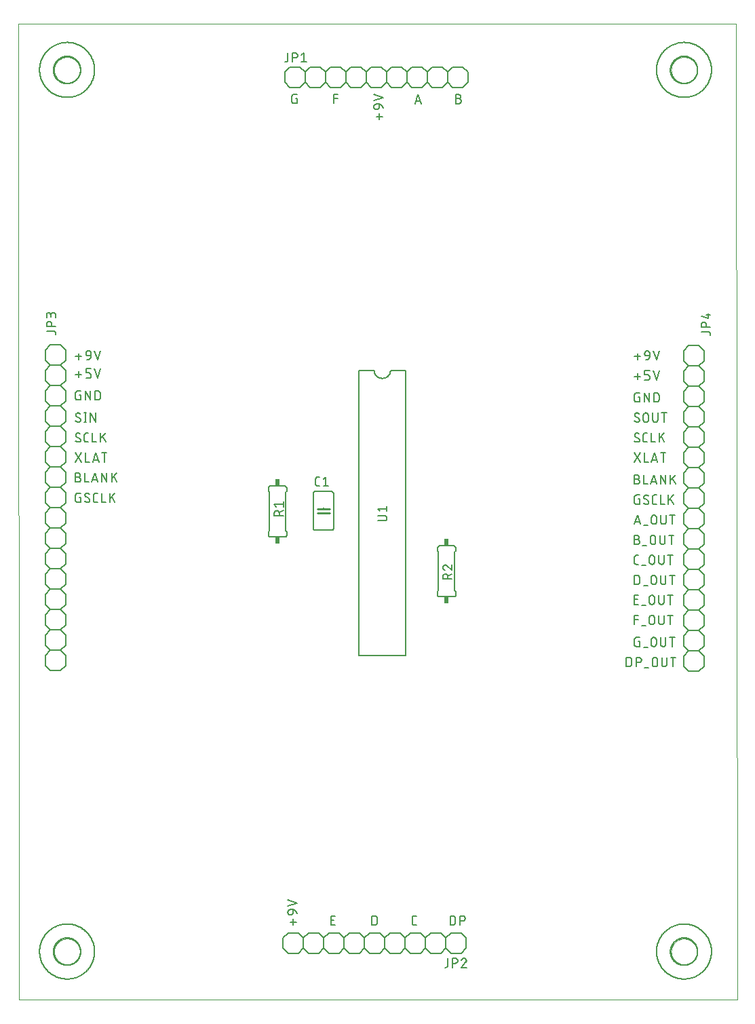
<source format=gto>
G75*
%MOIN*%
%OFA0B0*%
%FSLAX25Y25*%
%IPPOS*%
%LPD*%
%AMOC8*
5,1,8,0,0,1.08239X$1,22.5*
%
%ADD10C,0.00000*%
%ADD11C,0.00500*%
%ADD12C,0.00600*%
%ADD13R,0.02400X0.03400*%
%ADD14C,0.01000*%
%ADD15C,0.00800*%
D10*
X0001500Y0005137D02*
X0001000Y0484338D01*
X0353921Y0484338D01*
X0354421Y0005137D01*
X0001500Y0005137D01*
X0018823Y0028759D02*
X0018825Y0028917D01*
X0018831Y0029075D01*
X0018841Y0029233D01*
X0018855Y0029391D01*
X0018873Y0029548D01*
X0018894Y0029705D01*
X0018920Y0029861D01*
X0018950Y0030017D01*
X0018983Y0030172D01*
X0019021Y0030325D01*
X0019062Y0030478D01*
X0019107Y0030630D01*
X0019156Y0030781D01*
X0019209Y0030930D01*
X0019265Y0031078D01*
X0019325Y0031224D01*
X0019389Y0031369D01*
X0019457Y0031512D01*
X0019528Y0031654D01*
X0019602Y0031794D01*
X0019680Y0031931D01*
X0019762Y0032067D01*
X0019846Y0032201D01*
X0019935Y0032332D01*
X0020026Y0032461D01*
X0020121Y0032588D01*
X0020218Y0032713D01*
X0020319Y0032835D01*
X0020423Y0032954D01*
X0020530Y0033071D01*
X0020640Y0033185D01*
X0020753Y0033296D01*
X0020868Y0033405D01*
X0020986Y0033510D01*
X0021107Y0033612D01*
X0021230Y0033712D01*
X0021356Y0033808D01*
X0021484Y0033901D01*
X0021614Y0033991D01*
X0021747Y0034077D01*
X0021882Y0034161D01*
X0022018Y0034240D01*
X0022157Y0034317D01*
X0022298Y0034389D01*
X0022440Y0034459D01*
X0022584Y0034524D01*
X0022730Y0034586D01*
X0022877Y0034644D01*
X0023026Y0034699D01*
X0023176Y0034750D01*
X0023327Y0034797D01*
X0023479Y0034840D01*
X0023632Y0034879D01*
X0023787Y0034915D01*
X0023942Y0034946D01*
X0024098Y0034974D01*
X0024254Y0034998D01*
X0024411Y0035018D01*
X0024569Y0035034D01*
X0024726Y0035046D01*
X0024885Y0035054D01*
X0025043Y0035058D01*
X0025201Y0035058D01*
X0025359Y0035054D01*
X0025518Y0035046D01*
X0025675Y0035034D01*
X0025833Y0035018D01*
X0025990Y0034998D01*
X0026146Y0034974D01*
X0026302Y0034946D01*
X0026457Y0034915D01*
X0026612Y0034879D01*
X0026765Y0034840D01*
X0026917Y0034797D01*
X0027068Y0034750D01*
X0027218Y0034699D01*
X0027367Y0034644D01*
X0027514Y0034586D01*
X0027660Y0034524D01*
X0027804Y0034459D01*
X0027946Y0034389D01*
X0028087Y0034317D01*
X0028226Y0034240D01*
X0028362Y0034161D01*
X0028497Y0034077D01*
X0028630Y0033991D01*
X0028760Y0033901D01*
X0028888Y0033808D01*
X0029014Y0033712D01*
X0029137Y0033612D01*
X0029258Y0033510D01*
X0029376Y0033405D01*
X0029491Y0033296D01*
X0029604Y0033185D01*
X0029714Y0033071D01*
X0029821Y0032954D01*
X0029925Y0032835D01*
X0030026Y0032713D01*
X0030123Y0032588D01*
X0030218Y0032461D01*
X0030309Y0032332D01*
X0030398Y0032201D01*
X0030482Y0032067D01*
X0030564Y0031931D01*
X0030642Y0031794D01*
X0030716Y0031654D01*
X0030787Y0031512D01*
X0030855Y0031369D01*
X0030919Y0031224D01*
X0030979Y0031078D01*
X0031035Y0030930D01*
X0031088Y0030781D01*
X0031137Y0030630D01*
X0031182Y0030478D01*
X0031223Y0030325D01*
X0031261Y0030172D01*
X0031294Y0030017D01*
X0031324Y0029861D01*
X0031350Y0029705D01*
X0031371Y0029548D01*
X0031389Y0029391D01*
X0031403Y0029233D01*
X0031413Y0029075D01*
X0031419Y0028917D01*
X0031421Y0028759D01*
X0031419Y0028601D01*
X0031413Y0028443D01*
X0031403Y0028285D01*
X0031389Y0028127D01*
X0031371Y0027970D01*
X0031350Y0027813D01*
X0031324Y0027657D01*
X0031294Y0027501D01*
X0031261Y0027346D01*
X0031223Y0027193D01*
X0031182Y0027040D01*
X0031137Y0026888D01*
X0031088Y0026737D01*
X0031035Y0026588D01*
X0030979Y0026440D01*
X0030919Y0026294D01*
X0030855Y0026149D01*
X0030787Y0026006D01*
X0030716Y0025864D01*
X0030642Y0025724D01*
X0030564Y0025587D01*
X0030482Y0025451D01*
X0030398Y0025317D01*
X0030309Y0025186D01*
X0030218Y0025057D01*
X0030123Y0024930D01*
X0030026Y0024805D01*
X0029925Y0024683D01*
X0029821Y0024564D01*
X0029714Y0024447D01*
X0029604Y0024333D01*
X0029491Y0024222D01*
X0029376Y0024113D01*
X0029258Y0024008D01*
X0029137Y0023906D01*
X0029014Y0023806D01*
X0028888Y0023710D01*
X0028760Y0023617D01*
X0028630Y0023527D01*
X0028497Y0023441D01*
X0028362Y0023357D01*
X0028226Y0023278D01*
X0028087Y0023201D01*
X0027946Y0023129D01*
X0027804Y0023059D01*
X0027660Y0022994D01*
X0027514Y0022932D01*
X0027367Y0022874D01*
X0027218Y0022819D01*
X0027068Y0022768D01*
X0026917Y0022721D01*
X0026765Y0022678D01*
X0026612Y0022639D01*
X0026457Y0022603D01*
X0026302Y0022572D01*
X0026146Y0022544D01*
X0025990Y0022520D01*
X0025833Y0022500D01*
X0025675Y0022484D01*
X0025518Y0022472D01*
X0025359Y0022464D01*
X0025201Y0022460D01*
X0025043Y0022460D01*
X0024885Y0022464D01*
X0024726Y0022472D01*
X0024569Y0022484D01*
X0024411Y0022500D01*
X0024254Y0022520D01*
X0024098Y0022544D01*
X0023942Y0022572D01*
X0023787Y0022603D01*
X0023632Y0022639D01*
X0023479Y0022678D01*
X0023327Y0022721D01*
X0023176Y0022768D01*
X0023026Y0022819D01*
X0022877Y0022874D01*
X0022730Y0022932D01*
X0022584Y0022994D01*
X0022440Y0023059D01*
X0022298Y0023129D01*
X0022157Y0023201D01*
X0022018Y0023278D01*
X0021882Y0023357D01*
X0021747Y0023441D01*
X0021614Y0023527D01*
X0021484Y0023617D01*
X0021356Y0023710D01*
X0021230Y0023806D01*
X0021107Y0023906D01*
X0020986Y0024008D01*
X0020868Y0024113D01*
X0020753Y0024222D01*
X0020640Y0024333D01*
X0020530Y0024447D01*
X0020423Y0024564D01*
X0020319Y0024683D01*
X0020218Y0024805D01*
X0020121Y0024930D01*
X0020026Y0025057D01*
X0019935Y0025186D01*
X0019846Y0025317D01*
X0019762Y0025451D01*
X0019680Y0025587D01*
X0019602Y0025724D01*
X0019528Y0025864D01*
X0019457Y0026006D01*
X0019389Y0026149D01*
X0019325Y0026294D01*
X0019265Y0026440D01*
X0019209Y0026588D01*
X0019156Y0026737D01*
X0019107Y0026888D01*
X0019062Y0027040D01*
X0019021Y0027193D01*
X0018983Y0027346D01*
X0018950Y0027501D01*
X0018920Y0027657D01*
X0018894Y0027813D01*
X0018873Y0027970D01*
X0018855Y0028127D01*
X0018841Y0028285D01*
X0018831Y0028443D01*
X0018825Y0028601D01*
X0018823Y0028759D01*
X0321973Y0028759D02*
X0321975Y0028917D01*
X0321981Y0029075D01*
X0321991Y0029233D01*
X0322005Y0029391D01*
X0322023Y0029548D01*
X0322044Y0029705D01*
X0322070Y0029861D01*
X0322100Y0030017D01*
X0322133Y0030172D01*
X0322171Y0030325D01*
X0322212Y0030478D01*
X0322257Y0030630D01*
X0322306Y0030781D01*
X0322359Y0030930D01*
X0322415Y0031078D01*
X0322475Y0031224D01*
X0322539Y0031369D01*
X0322607Y0031512D01*
X0322678Y0031654D01*
X0322752Y0031794D01*
X0322830Y0031931D01*
X0322912Y0032067D01*
X0322996Y0032201D01*
X0323085Y0032332D01*
X0323176Y0032461D01*
X0323271Y0032588D01*
X0323368Y0032713D01*
X0323469Y0032835D01*
X0323573Y0032954D01*
X0323680Y0033071D01*
X0323790Y0033185D01*
X0323903Y0033296D01*
X0324018Y0033405D01*
X0324136Y0033510D01*
X0324257Y0033612D01*
X0324380Y0033712D01*
X0324506Y0033808D01*
X0324634Y0033901D01*
X0324764Y0033991D01*
X0324897Y0034077D01*
X0325032Y0034161D01*
X0325168Y0034240D01*
X0325307Y0034317D01*
X0325448Y0034389D01*
X0325590Y0034459D01*
X0325734Y0034524D01*
X0325880Y0034586D01*
X0326027Y0034644D01*
X0326176Y0034699D01*
X0326326Y0034750D01*
X0326477Y0034797D01*
X0326629Y0034840D01*
X0326782Y0034879D01*
X0326937Y0034915D01*
X0327092Y0034946D01*
X0327248Y0034974D01*
X0327404Y0034998D01*
X0327561Y0035018D01*
X0327719Y0035034D01*
X0327876Y0035046D01*
X0328035Y0035054D01*
X0328193Y0035058D01*
X0328351Y0035058D01*
X0328509Y0035054D01*
X0328668Y0035046D01*
X0328825Y0035034D01*
X0328983Y0035018D01*
X0329140Y0034998D01*
X0329296Y0034974D01*
X0329452Y0034946D01*
X0329607Y0034915D01*
X0329762Y0034879D01*
X0329915Y0034840D01*
X0330067Y0034797D01*
X0330218Y0034750D01*
X0330368Y0034699D01*
X0330517Y0034644D01*
X0330664Y0034586D01*
X0330810Y0034524D01*
X0330954Y0034459D01*
X0331096Y0034389D01*
X0331237Y0034317D01*
X0331376Y0034240D01*
X0331512Y0034161D01*
X0331647Y0034077D01*
X0331780Y0033991D01*
X0331910Y0033901D01*
X0332038Y0033808D01*
X0332164Y0033712D01*
X0332287Y0033612D01*
X0332408Y0033510D01*
X0332526Y0033405D01*
X0332641Y0033296D01*
X0332754Y0033185D01*
X0332864Y0033071D01*
X0332971Y0032954D01*
X0333075Y0032835D01*
X0333176Y0032713D01*
X0333273Y0032588D01*
X0333368Y0032461D01*
X0333459Y0032332D01*
X0333548Y0032201D01*
X0333632Y0032067D01*
X0333714Y0031931D01*
X0333792Y0031794D01*
X0333866Y0031654D01*
X0333937Y0031512D01*
X0334005Y0031369D01*
X0334069Y0031224D01*
X0334129Y0031078D01*
X0334185Y0030930D01*
X0334238Y0030781D01*
X0334287Y0030630D01*
X0334332Y0030478D01*
X0334373Y0030325D01*
X0334411Y0030172D01*
X0334444Y0030017D01*
X0334474Y0029861D01*
X0334500Y0029705D01*
X0334521Y0029548D01*
X0334539Y0029391D01*
X0334553Y0029233D01*
X0334563Y0029075D01*
X0334569Y0028917D01*
X0334571Y0028759D01*
X0334569Y0028601D01*
X0334563Y0028443D01*
X0334553Y0028285D01*
X0334539Y0028127D01*
X0334521Y0027970D01*
X0334500Y0027813D01*
X0334474Y0027657D01*
X0334444Y0027501D01*
X0334411Y0027346D01*
X0334373Y0027193D01*
X0334332Y0027040D01*
X0334287Y0026888D01*
X0334238Y0026737D01*
X0334185Y0026588D01*
X0334129Y0026440D01*
X0334069Y0026294D01*
X0334005Y0026149D01*
X0333937Y0026006D01*
X0333866Y0025864D01*
X0333792Y0025724D01*
X0333714Y0025587D01*
X0333632Y0025451D01*
X0333548Y0025317D01*
X0333459Y0025186D01*
X0333368Y0025057D01*
X0333273Y0024930D01*
X0333176Y0024805D01*
X0333075Y0024683D01*
X0332971Y0024564D01*
X0332864Y0024447D01*
X0332754Y0024333D01*
X0332641Y0024222D01*
X0332526Y0024113D01*
X0332408Y0024008D01*
X0332287Y0023906D01*
X0332164Y0023806D01*
X0332038Y0023710D01*
X0331910Y0023617D01*
X0331780Y0023527D01*
X0331647Y0023441D01*
X0331512Y0023357D01*
X0331376Y0023278D01*
X0331237Y0023201D01*
X0331096Y0023129D01*
X0330954Y0023059D01*
X0330810Y0022994D01*
X0330664Y0022932D01*
X0330517Y0022874D01*
X0330368Y0022819D01*
X0330218Y0022768D01*
X0330067Y0022721D01*
X0329915Y0022678D01*
X0329762Y0022639D01*
X0329607Y0022603D01*
X0329452Y0022572D01*
X0329296Y0022544D01*
X0329140Y0022520D01*
X0328983Y0022500D01*
X0328825Y0022484D01*
X0328668Y0022472D01*
X0328509Y0022464D01*
X0328351Y0022460D01*
X0328193Y0022460D01*
X0328035Y0022464D01*
X0327876Y0022472D01*
X0327719Y0022484D01*
X0327561Y0022500D01*
X0327404Y0022520D01*
X0327248Y0022544D01*
X0327092Y0022572D01*
X0326937Y0022603D01*
X0326782Y0022639D01*
X0326629Y0022678D01*
X0326477Y0022721D01*
X0326326Y0022768D01*
X0326176Y0022819D01*
X0326027Y0022874D01*
X0325880Y0022932D01*
X0325734Y0022994D01*
X0325590Y0023059D01*
X0325448Y0023129D01*
X0325307Y0023201D01*
X0325168Y0023278D01*
X0325032Y0023357D01*
X0324897Y0023441D01*
X0324764Y0023527D01*
X0324634Y0023617D01*
X0324506Y0023710D01*
X0324380Y0023806D01*
X0324257Y0023906D01*
X0324136Y0024008D01*
X0324018Y0024113D01*
X0323903Y0024222D01*
X0323790Y0024333D01*
X0323680Y0024447D01*
X0323573Y0024564D01*
X0323469Y0024683D01*
X0323368Y0024805D01*
X0323271Y0024930D01*
X0323176Y0025057D01*
X0323085Y0025186D01*
X0322996Y0025317D01*
X0322912Y0025451D01*
X0322830Y0025587D01*
X0322752Y0025724D01*
X0322678Y0025864D01*
X0322607Y0026006D01*
X0322539Y0026149D01*
X0322475Y0026294D01*
X0322415Y0026440D01*
X0322359Y0026588D01*
X0322306Y0026737D01*
X0322257Y0026888D01*
X0322212Y0027040D01*
X0322171Y0027193D01*
X0322133Y0027346D01*
X0322100Y0027501D01*
X0322070Y0027657D01*
X0322044Y0027813D01*
X0322023Y0027970D01*
X0322005Y0028127D01*
X0321991Y0028285D01*
X0321981Y0028443D01*
X0321975Y0028601D01*
X0321973Y0028759D01*
X0321973Y0461830D02*
X0321975Y0461988D01*
X0321981Y0462146D01*
X0321991Y0462304D01*
X0322005Y0462462D01*
X0322023Y0462619D01*
X0322044Y0462776D01*
X0322070Y0462932D01*
X0322100Y0463088D01*
X0322133Y0463243D01*
X0322171Y0463396D01*
X0322212Y0463549D01*
X0322257Y0463701D01*
X0322306Y0463852D01*
X0322359Y0464001D01*
X0322415Y0464149D01*
X0322475Y0464295D01*
X0322539Y0464440D01*
X0322607Y0464583D01*
X0322678Y0464725D01*
X0322752Y0464865D01*
X0322830Y0465002D01*
X0322912Y0465138D01*
X0322996Y0465272D01*
X0323085Y0465403D01*
X0323176Y0465532D01*
X0323271Y0465659D01*
X0323368Y0465784D01*
X0323469Y0465906D01*
X0323573Y0466025D01*
X0323680Y0466142D01*
X0323790Y0466256D01*
X0323903Y0466367D01*
X0324018Y0466476D01*
X0324136Y0466581D01*
X0324257Y0466683D01*
X0324380Y0466783D01*
X0324506Y0466879D01*
X0324634Y0466972D01*
X0324764Y0467062D01*
X0324897Y0467148D01*
X0325032Y0467232D01*
X0325168Y0467311D01*
X0325307Y0467388D01*
X0325448Y0467460D01*
X0325590Y0467530D01*
X0325734Y0467595D01*
X0325880Y0467657D01*
X0326027Y0467715D01*
X0326176Y0467770D01*
X0326326Y0467821D01*
X0326477Y0467868D01*
X0326629Y0467911D01*
X0326782Y0467950D01*
X0326937Y0467986D01*
X0327092Y0468017D01*
X0327248Y0468045D01*
X0327404Y0468069D01*
X0327561Y0468089D01*
X0327719Y0468105D01*
X0327876Y0468117D01*
X0328035Y0468125D01*
X0328193Y0468129D01*
X0328351Y0468129D01*
X0328509Y0468125D01*
X0328668Y0468117D01*
X0328825Y0468105D01*
X0328983Y0468089D01*
X0329140Y0468069D01*
X0329296Y0468045D01*
X0329452Y0468017D01*
X0329607Y0467986D01*
X0329762Y0467950D01*
X0329915Y0467911D01*
X0330067Y0467868D01*
X0330218Y0467821D01*
X0330368Y0467770D01*
X0330517Y0467715D01*
X0330664Y0467657D01*
X0330810Y0467595D01*
X0330954Y0467530D01*
X0331096Y0467460D01*
X0331237Y0467388D01*
X0331376Y0467311D01*
X0331512Y0467232D01*
X0331647Y0467148D01*
X0331780Y0467062D01*
X0331910Y0466972D01*
X0332038Y0466879D01*
X0332164Y0466783D01*
X0332287Y0466683D01*
X0332408Y0466581D01*
X0332526Y0466476D01*
X0332641Y0466367D01*
X0332754Y0466256D01*
X0332864Y0466142D01*
X0332971Y0466025D01*
X0333075Y0465906D01*
X0333176Y0465784D01*
X0333273Y0465659D01*
X0333368Y0465532D01*
X0333459Y0465403D01*
X0333548Y0465272D01*
X0333632Y0465138D01*
X0333714Y0465002D01*
X0333792Y0464865D01*
X0333866Y0464725D01*
X0333937Y0464583D01*
X0334005Y0464440D01*
X0334069Y0464295D01*
X0334129Y0464149D01*
X0334185Y0464001D01*
X0334238Y0463852D01*
X0334287Y0463701D01*
X0334332Y0463549D01*
X0334373Y0463396D01*
X0334411Y0463243D01*
X0334444Y0463088D01*
X0334474Y0462932D01*
X0334500Y0462776D01*
X0334521Y0462619D01*
X0334539Y0462462D01*
X0334553Y0462304D01*
X0334563Y0462146D01*
X0334569Y0461988D01*
X0334571Y0461830D01*
X0334569Y0461672D01*
X0334563Y0461514D01*
X0334553Y0461356D01*
X0334539Y0461198D01*
X0334521Y0461041D01*
X0334500Y0460884D01*
X0334474Y0460728D01*
X0334444Y0460572D01*
X0334411Y0460417D01*
X0334373Y0460264D01*
X0334332Y0460111D01*
X0334287Y0459959D01*
X0334238Y0459808D01*
X0334185Y0459659D01*
X0334129Y0459511D01*
X0334069Y0459365D01*
X0334005Y0459220D01*
X0333937Y0459077D01*
X0333866Y0458935D01*
X0333792Y0458795D01*
X0333714Y0458658D01*
X0333632Y0458522D01*
X0333548Y0458388D01*
X0333459Y0458257D01*
X0333368Y0458128D01*
X0333273Y0458001D01*
X0333176Y0457876D01*
X0333075Y0457754D01*
X0332971Y0457635D01*
X0332864Y0457518D01*
X0332754Y0457404D01*
X0332641Y0457293D01*
X0332526Y0457184D01*
X0332408Y0457079D01*
X0332287Y0456977D01*
X0332164Y0456877D01*
X0332038Y0456781D01*
X0331910Y0456688D01*
X0331780Y0456598D01*
X0331647Y0456512D01*
X0331512Y0456428D01*
X0331376Y0456349D01*
X0331237Y0456272D01*
X0331096Y0456200D01*
X0330954Y0456130D01*
X0330810Y0456065D01*
X0330664Y0456003D01*
X0330517Y0455945D01*
X0330368Y0455890D01*
X0330218Y0455839D01*
X0330067Y0455792D01*
X0329915Y0455749D01*
X0329762Y0455710D01*
X0329607Y0455674D01*
X0329452Y0455643D01*
X0329296Y0455615D01*
X0329140Y0455591D01*
X0328983Y0455571D01*
X0328825Y0455555D01*
X0328668Y0455543D01*
X0328509Y0455535D01*
X0328351Y0455531D01*
X0328193Y0455531D01*
X0328035Y0455535D01*
X0327876Y0455543D01*
X0327719Y0455555D01*
X0327561Y0455571D01*
X0327404Y0455591D01*
X0327248Y0455615D01*
X0327092Y0455643D01*
X0326937Y0455674D01*
X0326782Y0455710D01*
X0326629Y0455749D01*
X0326477Y0455792D01*
X0326326Y0455839D01*
X0326176Y0455890D01*
X0326027Y0455945D01*
X0325880Y0456003D01*
X0325734Y0456065D01*
X0325590Y0456130D01*
X0325448Y0456200D01*
X0325307Y0456272D01*
X0325168Y0456349D01*
X0325032Y0456428D01*
X0324897Y0456512D01*
X0324764Y0456598D01*
X0324634Y0456688D01*
X0324506Y0456781D01*
X0324380Y0456877D01*
X0324257Y0456977D01*
X0324136Y0457079D01*
X0324018Y0457184D01*
X0323903Y0457293D01*
X0323790Y0457404D01*
X0323680Y0457518D01*
X0323573Y0457635D01*
X0323469Y0457754D01*
X0323368Y0457876D01*
X0323271Y0458001D01*
X0323176Y0458128D01*
X0323085Y0458257D01*
X0322996Y0458388D01*
X0322912Y0458522D01*
X0322830Y0458658D01*
X0322752Y0458795D01*
X0322678Y0458935D01*
X0322607Y0459077D01*
X0322539Y0459220D01*
X0322475Y0459365D01*
X0322415Y0459511D01*
X0322359Y0459659D01*
X0322306Y0459808D01*
X0322257Y0459959D01*
X0322212Y0460111D01*
X0322171Y0460264D01*
X0322133Y0460417D01*
X0322100Y0460572D01*
X0322070Y0460728D01*
X0322044Y0460884D01*
X0322023Y0461041D01*
X0322005Y0461198D01*
X0321991Y0461356D01*
X0321981Y0461514D01*
X0321975Y0461672D01*
X0321973Y0461830D01*
X0018823Y0461830D02*
X0018825Y0461988D01*
X0018831Y0462146D01*
X0018841Y0462304D01*
X0018855Y0462462D01*
X0018873Y0462619D01*
X0018894Y0462776D01*
X0018920Y0462932D01*
X0018950Y0463088D01*
X0018983Y0463243D01*
X0019021Y0463396D01*
X0019062Y0463549D01*
X0019107Y0463701D01*
X0019156Y0463852D01*
X0019209Y0464001D01*
X0019265Y0464149D01*
X0019325Y0464295D01*
X0019389Y0464440D01*
X0019457Y0464583D01*
X0019528Y0464725D01*
X0019602Y0464865D01*
X0019680Y0465002D01*
X0019762Y0465138D01*
X0019846Y0465272D01*
X0019935Y0465403D01*
X0020026Y0465532D01*
X0020121Y0465659D01*
X0020218Y0465784D01*
X0020319Y0465906D01*
X0020423Y0466025D01*
X0020530Y0466142D01*
X0020640Y0466256D01*
X0020753Y0466367D01*
X0020868Y0466476D01*
X0020986Y0466581D01*
X0021107Y0466683D01*
X0021230Y0466783D01*
X0021356Y0466879D01*
X0021484Y0466972D01*
X0021614Y0467062D01*
X0021747Y0467148D01*
X0021882Y0467232D01*
X0022018Y0467311D01*
X0022157Y0467388D01*
X0022298Y0467460D01*
X0022440Y0467530D01*
X0022584Y0467595D01*
X0022730Y0467657D01*
X0022877Y0467715D01*
X0023026Y0467770D01*
X0023176Y0467821D01*
X0023327Y0467868D01*
X0023479Y0467911D01*
X0023632Y0467950D01*
X0023787Y0467986D01*
X0023942Y0468017D01*
X0024098Y0468045D01*
X0024254Y0468069D01*
X0024411Y0468089D01*
X0024569Y0468105D01*
X0024726Y0468117D01*
X0024885Y0468125D01*
X0025043Y0468129D01*
X0025201Y0468129D01*
X0025359Y0468125D01*
X0025518Y0468117D01*
X0025675Y0468105D01*
X0025833Y0468089D01*
X0025990Y0468069D01*
X0026146Y0468045D01*
X0026302Y0468017D01*
X0026457Y0467986D01*
X0026612Y0467950D01*
X0026765Y0467911D01*
X0026917Y0467868D01*
X0027068Y0467821D01*
X0027218Y0467770D01*
X0027367Y0467715D01*
X0027514Y0467657D01*
X0027660Y0467595D01*
X0027804Y0467530D01*
X0027946Y0467460D01*
X0028087Y0467388D01*
X0028226Y0467311D01*
X0028362Y0467232D01*
X0028497Y0467148D01*
X0028630Y0467062D01*
X0028760Y0466972D01*
X0028888Y0466879D01*
X0029014Y0466783D01*
X0029137Y0466683D01*
X0029258Y0466581D01*
X0029376Y0466476D01*
X0029491Y0466367D01*
X0029604Y0466256D01*
X0029714Y0466142D01*
X0029821Y0466025D01*
X0029925Y0465906D01*
X0030026Y0465784D01*
X0030123Y0465659D01*
X0030218Y0465532D01*
X0030309Y0465403D01*
X0030398Y0465272D01*
X0030482Y0465138D01*
X0030564Y0465002D01*
X0030642Y0464865D01*
X0030716Y0464725D01*
X0030787Y0464583D01*
X0030855Y0464440D01*
X0030919Y0464295D01*
X0030979Y0464149D01*
X0031035Y0464001D01*
X0031088Y0463852D01*
X0031137Y0463701D01*
X0031182Y0463549D01*
X0031223Y0463396D01*
X0031261Y0463243D01*
X0031294Y0463088D01*
X0031324Y0462932D01*
X0031350Y0462776D01*
X0031371Y0462619D01*
X0031389Y0462462D01*
X0031403Y0462304D01*
X0031413Y0462146D01*
X0031419Y0461988D01*
X0031421Y0461830D01*
X0031419Y0461672D01*
X0031413Y0461514D01*
X0031403Y0461356D01*
X0031389Y0461198D01*
X0031371Y0461041D01*
X0031350Y0460884D01*
X0031324Y0460728D01*
X0031294Y0460572D01*
X0031261Y0460417D01*
X0031223Y0460264D01*
X0031182Y0460111D01*
X0031137Y0459959D01*
X0031088Y0459808D01*
X0031035Y0459659D01*
X0030979Y0459511D01*
X0030919Y0459365D01*
X0030855Y0459220D01*
X0030787Y0459077D01*
X0030716Y0458935D01*
X0030642Y0458795D01*
X0030564Y0458658D01*
X0030482Y0458522D01*
X0030398Y0458388D01*
X0030309Y0458257D01*
X0030218Y0458128D01*
X0030123Y0458001D01*
X0030026Y0457876D01*
X0029925Y0457754D01*
X0029821Y0457635D01*
X0029714Y0457518D01*
X0029604Y0457404D01*
X0029491Y0457293D01*
X0029376Y0457184D01*
X0029258Y0457079D01*
X0029137Y0456977D01*
X0029014Y0456877D01*
X0028888Y0456781D01*
X0028760Y0456688D01*
X0028630Y0456598D01*
X0028497Y0456512D01*
X0028362Y0456428D01*
X0028226Y0456349D01*
X0028087Y0456272D01*
X0027946Y0456200D01*
X0027804Y0456130D01*
X0027660Y0456065D01*
X0027514Y0456003D01*
X0027367Y0455945D01*
X0027218Y0455890D01*
X0027068Y0455839D01*
X0026917Y0455792D01*
X0026765Y0455749D01*
X0026612Y0455710D01*
X0026457Y0455674D01*
X0026302Y0455643D01*
X0026146Y0455615D01*
X0025990Y0455591D01*
X0025833Y0455571D01*
X0025675Y0455555D01*
X0025518Y0455543D01*
X0025359Y0455535D01*
X0025201Y0455531D01*
X0025043Y0455531D01*
X0024885Y0455535D01*
X0024726Y0455543D01*
X0024569Y0455555D01*
X0024411Y0455571D01*
X0024254Y0455591D01*
X0024098Y0455615D01*
X0023942Y0455643D01*
X0023787Y0455674D01*
X0023632Y0455710D01*
X0023479Y0455749D01*
X0023327Y0455792D01*
X0023176Y0455839D01*
X0023026Y0455890D01*
X0022877Y0455945D01*
X0022730Y0456003D01*
X0022584Y0456065D01*
X0022440Y0456130D01*
X0022298Y0456200D01*
X0022157Y0456272D01*
X0022018Y0456349D01*
X0021882Y0456428D01*
X0021747Y0456512D01*
X0021614Y0456598D01*
X0021484Y0456688D01*
X0021356Y0456781D01*
X0021230Y0456877D01*
X0021107Y0456977D01*
X0020986Y0457079D01*
X0020868Y0457184D01*
X0020753Y0457293D01*
X0020640Y0457404D01*
X0020530Y0457518D01*
X0020423Y0457635D01*
X0020319Y0457754D01*
X0020218Y0457876D01*
X0020121Y0458001D01*
X0020026Y0458128D01*
X0019935Y0458257D01*
X0019846Y0458388D01*
X0019762Y0458522D01*
X0019680Y0458658D01*
X0019602Y0458795D01*
X0019528Y0458935D01*
X0019457Y0459077D01*
X0019389Y0459220D01*
X0019325Y0459365D01*
X0019265Y0459511D01*
X0019209Y0459659D01*
X0019156Y0459808D01*
X0019107Y0459959D01*
X0019062Y0460111D01*
X0019021Y0460264D01*
X0018983Y0460417D01*
X0018950Y0460572D01*
X0018920Y0460728D01*
X0018894Y0460884D01*
X0018873Y0461041D01*
X0018855Y0461198D01*
X0018841Y0461356D01*
X0018831Y0461514D01*
X0018825Y0461672D01*
X0018823Y0461830D01*
D11*
X0017013Y0341589D02*
X0017013Y0340589D01*
X0017013Y0341589D02*
X0017011Y0341651D01*
X0017005Y0341712D01*
X0016996Y0341773D01*
X0016983Y0341833D01*
X0016966Y0341892D01*
X0016945Y0341950D01*
X0016921Y0342007D01*
X0016894Y0342062D01*
X0016863Y0342115D01*
X0016829Y0342167D01*
X0016792Y0342216D01*
X0016752Y0342263D01*
X0016709Y0342307D01*
X0016664Y0342348D01*
X0016616Y0342387D01*
X0016565Y0342423D01*
X0016513Y0342455D01*
X0016459Y0342484D01*
X0016403Y0342510D01*
X0016345Y0342532D01*
X0016287Y0342551D01*
X0016227Y0342566D01*
X0016166Y0342577D01*
X0016105Y0342585D01*
X0016044Y0342589D01*
X0015982Y0342589D01*
X0015921Y0342585D01*
X0015860Y0342577D01*
X0015799Y0342566D01*
X0015739Y0342551D01*
X0015681Y0342532D01*
X0015623Y0342510D01*
X0015567Y0342484D01*
X0015513Y0342455D01*
X0015461Y0342423D01*
X0015410Y0342387D01*
X0015362Y0342348D01*
X0015317Y0342307D01*
X0015274Y0342263D01*
X0015234Y0342216D01*
X0015197Y0342167D01*
X0015163Y0342115D01*
X0015132Y0342062D01*
X0015105Y0342007D01*
X0015081Y0341950D01*
X0015060Y0341892D01*
X0015043Y0341833D01*
X0015030Y0341773D01*
X0015021Y0341712D01*
X0015015Y0341651D01*
X0015013Y0341589D01*
X0015013Y0340089D01*
X0015013Y0337064D02*
X0015013Y0335814D01*
X0019513Y0335814D01*
X0017513Y0335814D02*
X0017513Y0337064D01*
X0017511Y0337133D01*
X0017505Y0337202D01*
X0017496Y0337270D01*
X0017483Y0337337D01*
X0017466Y0337404D01*
X0017445Y0337470D01*
X0017421Y0337534D01*
X0017393Y0337597D01*
X0017362Y0337659D01*
X0017328Y0337719D01*
X0017290Y0337776D01*
X0017249Y0337832D01*
X0017206Y0337885D01*
X0017159Y0337936D01*
X0017110Y0337984D01*
X0017058Y0338029D01*
X0017003Y0338071D01*
X0016947Y0338110D01*
X0016888Y0338147D01*
X0016827Y0338179D01*
X0016765Y0338209D01*
X0016701Y0338235D01*
X0016636Y0338257D01*
X0016570Y0338276D01*
X0016503Y0338291D01*
X0016435Y0338302D01*
X0016366Y0338310D01*
X0016297Y0338314D01*
X0016229Y0338314D01*
X0016160Y0338310D01*
X0016091Y0338302D01*
X0016023Y0338291D01*
X0015956Y0338276D01*
X0015890Y0338257D01*
X0015825Y0338235D01*
X0015761Y0338209D01*
X0015699Y0338179D01*
X0015638Y0338147D01*
X0015579Y0338110D01*
X0015523Y0338071D01*
X0015468Y0338029D01*
X0015416Y0337984D01*
X0015367Y0337936D01*
X0015320Y0337885D01*
X0015277Y0337832D01*
X0015236Y0337776D01*
X0015198Y0337719D01*
X0015164Y0337659D01*
X0015133Y0337597D01*
X0015105Y0337534D01*
X0015081Y0337470D01*
X0015060Y0337404D01*
X0015043Y0337337D01*
X0015030Y0337270D01*
X0015021Y0337202D01*
X0015015Y0337133D01*
X0015013Y0337064D01*
X0015013Y0333459D02*
X0018513Y0333459D01*
X0018573Y0333457D01*
X0018634Y0333452D01*
X0018693Y0333443D01*
X0018752Y0333430D01*
X0018811Y0333414D01*
X0018868Y0333394D01*
X0018923Y0333371D01*
X0018978Y0333344D01*
X0019030Y0333315D01*
X0019081Y0333282D01*
X0019130Y0333246D01*
X0019176Y0333208D01*
X0019220Y0333166D01*
X0019262Y0333122D01*
X0019300Y0333076D01*
X0019336Y0333027D01*
X0019369Y0332976D01*
X0019398Y0332924D01*
X0019425Y0332869D01*
X0019448Y0332814D01*
X0019468Y0332757D01*
X0019484Y0332698D01*
X0019497Y0332639D01*
X0019506Y0332580D01*
X0019511Y0332519D01*
X0019513Y0332459D01*
X0019513Y0331959D01*
X0019513Y0340089D02*
X0019513Y0341339D01*
X0019511Y0341408D01*
X0019505Y0341477D01*
X0019496Y0341545D01*
X0019483Y0341612D01*
X0019466Y0341679D01*
X0019445Y0341745D01*
X0019421Y0341809D01*
X0019393Y0341872D01*
X0019362Y0341934D01*
X0019328Y0341994D01*
X0019290Y0342051D01*
X0019249Y0342107D01*
X0019206Y0342160D01*
X0019159Y0342211D01*
X0019110Y0342259D01*
X0019058Y0342304D01*
X0019003Y0342346D01*
X0018947Y0342385D01*
X0018888Y0342422D01*
X0018827Y0342454D01*
X0018765Y0342484D01*
X0018701Y0342510D01*
X0018636Y0342532D01*
X0018570Y0342551D01*
X0018503Y0342566D01*
X0018435Y0342577D01*
X0018366Y0342585D01*
X0018297Y0342589D01*
X0018229Y0342589D01*
X0018160Y0342585D01*
X0018091Y0342577D01*
X0018023Y0342566D01*
X0017956Y0342551D01*
X0017890Y0342532D01*
X0017825Y0342510D01*
X0017761Y0342484D01*
X0017699Y0342454D01*
X0017638Y0342422D01*
X0017579Y0342385D01*
X0017523Y0342346D01*
X0017468Y0342304D01*
X0017416Y0342259D01*
X0017367Y0342211D01*
X0017320Y0342160D01*
X0017277Y0342107D01*
X0017236Y0342051D01*
X0017198Y0341994D01*
X0017164Y0341934D01*
X0017133Y0341872D01*
X0017105Y0341809D01*
X0017081Y0341745D01*
X0017060Y0341679D01*
X0017043Y0341612D01*
X0017030Y0341545D01*
X0017021Y0341477D01*
X0017015Y0341408D01*
X0017013Y0341339D01*
X0030809Y0322613D02*
X0030809Y0319613D01*
X0029309Y0321113D02*
X0032309Y0321113D01*
X0034359Y0322363D02*
X0034359Y0322613D01*
X0034359Y0322363D02*
X0034361Y0322303D01*
X0034366Y0322242D01*
X0034375Y0322183D01*
X0034388Y0322124D01*
X0034404Y0322065D01*
X0034424Y0322008D01*
X0034447Y0321953D01*
X0034474Y0321898D01*
X0034503Y0321846D01*
X0034536Y0321795D01*
X0034572Y0321746D01*
X0034610Y0321700D01*
X0034652Y0321656D01*
X0034696Y0321614D01*
X0034742Y0321576D01*
X0034791Y0321540D01*
X0034842Y0321507D01*
X0034894Y0321478D01*
X0034949Y0321451D01*
X0035004Y0321428D01*
X0035061Y0321408D01*
X0035120Y0321392D01*
X0035179Y0321379D01*
X0035238Y0321370D01*
X0035299Y0321365D01*
X0035359Y0321363D01*
X0036859Y0321363D01*
X0036859Y0322613D01*
X0036857Y0322682D01*
X0036851Y0322751D01*
X0036842Y0322819D01*
X0036829Y0322886D01*
X0036812Y0322953D01*
X0036791Y0323019D01*
X0036767Y0323083D01*
X0036739Y0323146D01*
X0036708Y0323208D01*
X0036674Y0323268D01*
X0036636Y0323325D01*
X0036595Y0323381D01*
X0036552Y0323434D01*
X0036505Y0323485D01*
X0036456Y0323533D01*
X0036404Y0323578D01*
X0036349Y0323620D01*
X0036293Y0323659D01*
X0036234Y0323696D01*
X0036173Y0323728D01*
X0036111Y0323758D01*
X0036047Y0323784D01*
X0035982Y0323806D01*
X0035916Y0323825D01*
X0035849Y0323840D01*
X0035781Y0323851D01*
X0035712Y0323859D01*
X0035643Y0323863D01*
X0035575Y0323863D01*
X0035506Y0323859D01*
X0035437Y0323851D01*
X0035369Y0323840D01*
X0035302Y0323825D01*
X0035236Y0323806D01*
X0035171Y0323784D01*
X0035107Y0323758D01*
X0035045Y0323728D01*
X0034984Y0323696D01*
X0034925Y0323659D01*
X0034869Y0323620D01*
X0034814Y0323578D01*
X0034762Y0323533D01*
X0034713Y0323485D01*
X0034666Y0323434D01*
X0034623Y0323381D01*
X0034582Y0323325D01*
X0034544Y0323268D01*
X0034510Y0323208D01*
X0034479Y0323146D01*
X0034451Y0323083D01*
X0034427Y0323019D01*
X0034406Y0322953D01*
X0034389Y0322886D01*
X0034376Y0322819D01*
X0034367Y0322751D01*
X0034361Y0322682D01*
X0034359Y0322613D01*
X0036859Y0321363D02*
X0036857Y0321276D01*
X0036851Y0321189D01*
X0036842Y0321102D01*
X0036829Y0321016D01*
X0036812Y0320930D01*
X0036791Y0320845D01*
X0036766Y0320762D01*
X0036738Y0320679D01*
X0036707Y0320598D01*
X0036672Y0320518D01*
X0036633Y0320440D01*
X0036591Y0320363D01*
X0036546Y0320288D01*
X0036497Y0320216D01*
X0036446Y0320145D01*
X0036391Y0320077D01*
X0036334Y0320012D01*
X0036273Y0319949D01*
X0036210Y0319888D01*
X0036145Y0319831D01*
X0036077Y0319776D01*
X0036006Y0319725D01*
X0035934Y0319676D01*
X0035859Y0319631D01*
X0035782Y0319589D01*
X0035704Y0319550D01*
X0035624Y0319515D01*
X0035543Y0319484D01*
X0035460Y0319456D01*
X0035377Y0319431D01*
X0035292Y0319410D01*
X0035206Y0319393D01*
X0035120Y0319380D01*
X0035033Y0319371D01*
X0034946Y0319365D01*
X0034859Y0319363D01*
X0034359Y0315005D02*
X0036859Y0315005D01*
X0038609Y0315005D02*
X0040109Y0310505D01*
X0041609Y0315005D01*
X0040109Y0319363D02*
X0041609Y0323863D01*
X0038609Y0323863D02*
X0040109Y0319363D01*
X0035859Y0313005D02*
X0034359Y0313005D01*
X0034359Y0315005D01*
X0035859Y0313005D02*
X0035919Y0313003D01*
X0035980Y0312998D01*
X0036039Y0312989D01*
X0036098Y0312976D01*
X0036157Y0312960D01*
X0036214Y0312940D01*
X0036269Y0312917D01*
X0036324Y0312890D01*
X0036376Y0312861D01*
X0036427Y0312828D01*
X0036476Y0312792D01*
X0036522Y0312754D01*
X0036566Y0312712D01*
X0036608Y0312668D01*
X0036646Y0312622D01*
X0036682Y0312573D01*
X0036715Y0312522D01*
X0036744Y0312470D01*
X0036771Y0312415D01*
X0036794Y0312360D01*
X0036814Y0312303D01*
X0036830Y0312244D01*
X0036843Y0312185D01*
X0036852Y0312126D01*
X0036857Y0312065D01*
X0036859Y0312005D01*
X0036859Y0311505D01*
X0036857Y0311445D01*
X0036852Y0311384D01*
X0036843Y0311325D01*
X0036830Y0311266D01*
X0036814Y0311207D01*
X0036794Y0311150D01*
X0036771Y0311095D01*
X0036744Y0311040D01*
X0036715Y0310988D01*
X0036682Y0310937D01*
X0036646Y0310888D01*
X0036608Y0310842D01*
X0036566Y0310798D01*
X0036522Y0310756D01*
X0036476Y0310718D01*
X0036427Y0310682D01*
X0036376Y0310649D01*
X0036324Y0310620D01*
X0036269Y0310593D01*
X0036214Y0310570D01*
X0036157Y0310550D01*
X0036098Y0310534D01*
X0036039Y0310521D01*
X0035980Y0310512D01*
X0035919Y0310507D01*
X0035859Y0310505D01*
X0034359Y0310505D01*
X0032309Y0312255D02*
X0029309Y0312255D01*
X0030809Y0310755D02*
X0030809Y0313755D01*
X0030309Y0304178D02*
X0031809Y0304178D01*
X0030309Y0304178D02*
X0030249Y0304176D01*
X0030188Y0304171D01*
X0030129Y0304162D01*
X0030070Y0304149D01*
X0030011Y0304133D01*
X0029954Y0304113D01*
X0029899Y0304090D01*
X0029844Y0304063D01*
X0029792Y0304034D01*
X0029741Y0304001D01*
X0029692Y0303965D01*
X0029646Y0303927D01*
X0029602Y0303885D01*
X0029560Y0303841D01*
X0029522Y0303795D01*
X0029486Y0303746D01*
X0029453Y0303695D01*
X0029424Y0303643D01*
X0029397Y0303588D01*
X0029374Y0303533D01*
X0029354Y0303476D01*
X0029338Y0303417D01*
X0029325Y0303358D01*
X0029316Y0303299D01*
X0029311Y0303238D01*
X0029309Y0303178D01*
X0029309Y0300678D01*
X0029311Y0300618D01*
X0029316Y0300557D01*
X0029325Y0300498D01*
X0029338Y0300439D01*
X0029354Y0300380D01*
X0029374Y0300323D01*
X0029397Y0300268D01*
X0029424Y0300213D01*
X0029453Y0300161D01*
X0029486Y0300110D01*
X0029522Y0300061D01*
X0029560Y0300015D01*
X0029602Y0299971D01*
X0029646Y0299929D01*
X0029692Y0299891D01*
X0029741Y0299855D01*
X0029792Y0299822D01*
X0029844Y0299793D01*
X0029899Y0299766D01*
X0029954Y0299743D01*
X0030011Y0299723D01*
X0030070Y0299707D01*
X0030129Y0299694D01*
X0030188Y0299685D01*
X0030249Y0299680D01*
X0030309Y0299678D01*
X0031809Y0299678D01*
X0031809Y0302178D01*
X0031059Y0302178D01*
X0034109Y0304178D02*
X0034109Y0299678D01*
X0036609Y0299678D02*
X0034109Y0304178D01*
X0036609Y0304178D02*
X0036609Y0299678D01*
X0038909Y0299678D02*
X0040159Y0299678D01*
X0038909Y0299678D02*
X0038909Y0304178D01*
X0040159Y0304178D01*
X0040227Y0304176D01*
X0040294Y0304171D01*
X0040361Y0304162D01*
X0040428Y0304149D01*
X0040493Y0304132D01*
X0040558Y0304113D01*
X0040622Y0304089D01*
X0040684Y0304062D01*
X0040745Y0304032D01*
X0040803Y0303999D01*
X0040860Y0303963D01*
X0040915Y0303923D01*
X0040968Y0303881D01*
X0041019Y0303835D01*
X0041066Y0303788D01*
X0041112Y0303737D01*
X0041154Y0303684D01*
X0041194Y0303629D01*
X0041230Y0303572D01*
X0041263Y0303514D01*
X0041293Y0303453D01*
X0041320Y0303391D01*
X0041344Y0303327D01*
X0041363Y0303262D01*
X0041380Y0303197D01*
X0041393Y0303130D01*
X0041402Y0303063D01*
X0041407Y0302996D01*
X0041409Y0302928D01*
X0041409Y0300928D01*
X0041407Y0300860D01*
X0041402Y0300793D01*
X0041393Y0300726D01*
X0041380Y0300659D01*
X0041363Y0300594D01*
X0041344Y0300529D01*
X0041320Y0300465D01*
X0041293Y0300403D01*
X0041263Y0300342D01*
X0041230Y0300284D01*
X0041194Y0300227D01*
X0041154Y0300172D01*
X0041112Y0300119D01*
X0041066Y0300068D01*
X0041019Y0300021D01*
X0040968Y0299975D01*
X0040915Y0299933D01*
X0040860Y0299893D01*
X0040803Y0299857D01*
X0040745Y0299824D01*
X0040684Y0299794D01*
X0040622Y0299767D01*
X0040558Y0299743D01*
X0040493Y0299724D01*
X0040428Y0299707D01*
X0040361Y0299694D01*
X0040294Y0299685D01*
X0040227Y0299680D01*
X0040159Y0299678D01*
X0039009Y0293352D02*
X0039009Y0288852D01*
X0036509Y0293352D01*
X0036509Y0288852D01*
X0034509Y0288852D02*
X0033509Y0288852D01*
X0034009Y0288852D02*
X0034009Y0293352D01*
X0033509Y0293352D02*
X0034509Y0293352D01*
X0031309Y0290727D02*
X0029934Y0291477D01*
X0030434Y0293352D02*
X0030514Y0293350D01*
X0030595Y0293345D01*
X0030675Y0293336D01*
X0030754Y0293324D01*
X0030833Y0293309D01*
X0030911Y0293290D01*
X0030989Y0293268D01*
X0031065Y0293243D01*
X0031140Y0293214D01*
X0031214Y0293182D01*
X0031286Y0293147D01*
X0031357Y0293109D01*
X0031426Y0293068D01*
X0031494Y0293024D01*
X0031559Y0292977D01*
X0029934Y0291477D02*
X0029882Y0291510D01*
X0029831Y0291546D01*
X0029783Y0291585D01*
X0029738Y0291627D01*
X0029695Y0291672D01*
X0029655Y0291720D01*
X0029618Y0291769D01*
X0029584Y0291821D01*
X0029553Y0291875D01*
X0029525Y0291931D01*
X0029501Y0291988D01*
X0029481Y0292047D01*
X0029464Y0292106D01*
X0029451Y0292167D01*
X0029442Y0292228D01*
X0029436Y0292290D01*
X0029434Y0292352D01*
X0029436Y0292412D01*
X0029441Y0292473D01*
X0029450Y0292532D01*
X0029463Y0292591D01*
X0029479Y0292650D01*
X0029499Y0292707D01*
X0029522Y0292762D01*
X0029549Y0292817D01*
X0029578Y0292869D01*
X0029611Y0292920D01*
X0029647Y0292969D01*
X0029685Y0293015D01*
X0029727Y0293059D01*
X0029771Y0293101D01*
X0029817Y0293139D01*
X0029866Y0293175D01*
X0029917Y0293208D01*
X0029969Y0293237D01*
X0030024Y0293264D01*
X0030079Y0293287D01*
X0030136Y0293307D01*
X0030195Y0293323D01*
X0030254Y0293336D01*
X0030313Y0293345D01*
X0030374Y0293350D01*
X0030434Y0293352D01*
X0029309Y0289476D02*
X0029372Y0289415D01*
X0029437Y0289357D01*
X0029505Y0289301D01*
X0029576Y0289248D01*
X0029648Y0289199D01*
X0029722Y0289152D01*
X0029798Y0289108D01*
X0029876Y0289068D01*
X0029956Y0289031D01*
X0030037Y0288997D01*
X0030119Y0288967D01*
X0030203Y0288940D01*
X0030288Y0288916D01*
X0030373Y0288896D01*
X0030459Y0288880D01*
X0030546Y0288867D01*
X0030634Y0288858D01*
X0030721Y0288853D01*
X0030809Y0288851D01*
X0030809Y0288852D02*
X0030869Y0288854D01*
X0030930Y0288859D01*
X0030989Y0288868D01*
X0031048Y0288881D01*
X0031107Y0288897D01*
X0031164Y0288917D01*
X0031219Y0288940D01*
X0031274Y0288967D01*
X0031326Y0288996D01*
X0031377Y0289029D01*
X0031426Y0289065D01*
X0031472Y0289103D01*
X0031516Y0289145D01*
X0031558Y0289189D01*
X0031596Y0289235D01*
X0031632Y0289284D01*
X0031665Y0289335D01*
X0031694Y0289387D01*
X0031721Y0289442D01*
X0031744Y0289497D01*
X0031764Y0289554D01*
X0031780Y0289613D01*
X0031793Y0289672D01*
X0031802Y0289731D01*
X0031807Y0289792D01*
X0031809Y0289852D01*
X0031807Y0289914D01*
X0031801Y0289976D01*
X0031792Y0290037D01*
X0031779Y0290098D01*
X0031762Y0290157D01*
X0031742Y0290216D01*
X0031718Y0290273D01*
X0031690Y0290329D01*
X0031659Y0290383D01*
X0031625Y0290435D01*
X0031588Y0290484D01*
X0031548Y0290532D01*
X0031505Y0290577D01*
X0031460Y0290619D01*
X0031412Y0290658D01*
X0031361Y0290694D01*
X0031309Y0290727D01*
X0034644Y0283509D02*
X0035644Y0283509D01*
X0034644Y0283509D02*
X0034584Y0283507D01*
X0034523Y0283502D01*
X0034464Y0283493D01*
X0034405Y0283480D01*
X0034346Y0283464D01*
X0034289Y0283444D01*
X0034234Y0283421D01*
X0034179Y0283394D01*
X0034127Y0283365D01*
X0034076Y0283332D01*
X0034027Y0283296D01*
X0033981Y0283258D01*
X0033937Y0283216D01*
X0033895Y0283172D01*
X0033857Y0283126D01*
X0033821Y0283077D01*
X0033788Y0283026D01*
X0033759Y0282974D01*
X0033732Y0282919D01*
X0033709Y0282864D01*
X0033689Y0282807D01*
X0033673Y0282748D01*
X0033660Y0282689D01*
X0033651Y0282630D01*
X0033646Y0282569D01*
X0033644Y0282509D01*
X0033644Y0280009D01*
X0033646Y0279949D01*
X0033651Y0279888D01*
X0033660Y0279829D01*
X0033673Y0279770D01*
X0033689Y0279711D01*
X0033709Y0279654D01*
X0033732Y0279599D01*
X0033759Y0279544D01*
X0033788Y0279492D01*
X0033821Y0279441D01*
X0033857Y0279392D01*
X0033895Y0279346D01*
X0033937Y0279302D01*
X0033981Y0279260D01*
X0034027Y0279222D01*
X0034076Y0279186D01*
X0034127Y0279153D01*
X0034179Y0279124D01*
X0034234Y0279097D01*
X0034289Y0279074D01*
X0034346Y0279054D01*
X0034405Y0279038D01*
X0034464Y0279025D01*
X0034523Y0279016D01*
X0034584Y0279011D01*
X0034644Y0279009D01*
X0035644Y0279009D01*
X0037569Y0279009D02*
X0037569Y0283509D01*
X0041534Y0283509D02*
X0041534Y0279009D01*
X0041534Y0280759D02*
X0044034Y0283509D01*
X0042534Y0281759D02*
X0044034Y0279009D01*
X0039569Y0279009D02*
X0037569Y0279009D01*
X0039209Y0273667D02*
X0040709Y0269167D01*
X0040334Y0270292D02*
X0038084Y0270292D01*
X0037709Y0269167D02*
X0039209Y0273667D01*
X0042159Y0273667D02*
X0044659Y0273667D01*
X0043409Y0273667D02*
X0043409Y0269167D01*
X0044634Y0263824D02*
X0044634Y0259324D01*
X0042134Y0263824D01*
X0042134Y0259324D01*
X0040234Y0259324D02*
X0038734Y0263824D01*
X0037234Y0259324D01*
X0037609Y0260449D02*
X0039859Y0260449D01*
X0035744Y0259324D02*
X0033744Y0259324D01*
X0033744Y0263824D01*
X0030559Y0263824D02*
X0029309Y0263824D01*
X0029309Y0259324D01*
X0030559Y0259324D01*
X0030628Y0259326D01*
X0030697Y0259332D01*
X0030765Y0259341D01*
X0030832Y0259354D01*
X0030899Y0259371D01*
X0030965Y0259392D01*
X0031029Y0259416D01*
X0031092Y0259444D01*
X0031154Y0259475D01*
X0031214Y0259509D01*
X0031271Y0259547D01*
X0031327Y0259588D01*
X0031380Y0259631D01*
X0031431Y0259678D01*
X0031479Y0259727D01*
X0031524Y0259779D01*
X0031566Y0259834D01*
X0031605Y0259890D01*
X0031642Y0259949D01*
X0031674Y0260010D01*
X0031704Y0260072D01*
X0031730Y0260136D01*
X0031752Y0260201D01*
X0031771Y0260267D01*
X0031786Y0260334D01*
X0031797Y0260402D01*
X0031805Y0260471D01*
X0031809Y0260540D01*
X0031809Y0260608D01*
X0031805Y0260677D01*
X0031797Y0260746D01*
X0031786Y0260814D01*
X0031771Y0260881D01*
X0031752Y0260947D01*
X0031730Y0261012D01*
X0031704Y0261076D01*
X0031674Y0261138D01*
X0031642Y0261199D01*
X0031605Y0261258D01*
X0031566Y0261314D01*
X0031524Y0261369D01*
X0031479Y0261421D01*
X0031431Y0261470D01*
X0031380Y0261517D01*
X0031327Y0261560D01*
X0031271Y0261601D01*
X0031214Y0261639D01*
X0031154Y0261673D01*
X0031092Y0261704D01*
X0031029Y0261732D01*
X0030965Y0261756D01*
X0030899Y0261777D01*
X0030832Y0261794D01*
X0030765Y0261807D01*
X0030697Y0261816D01*
X0030628Y0261822D01*
X0030559Y0261824D01*
X0029309Y0261824D01*
X0030559Y0261824D02*
X0030621Y0261826D01*
X0030682Y0261832D01*
X0030743Y0261841D01*
X0030803Y0261854D01*
X0030862Y0261871D01*
X0030920Y0261892D01*
X0030977Y0261916D01*
X0031032Y0261943D01*
X0031085Y0261974D01*
X0031137Y0262008D01*
X0031186Y0262045D01*
X0031233Y0262085D01*
X0031277Y0262128D01*
X0031318Y0262173D01*
X0031357Y0262221D01*
X0031393Y0262272D01*
X0031425Y0262324D01*
X0031454Y0262378D01*
X0031480Y0262434D01*
X0031502Y0262492D01*
X0031521Y0262550D01*
X0031536Y0262610D01*
X0031547Y0262671D01*
X0031555Y0262732D01*
X0031559Y0262793D01*
X0031559Y0262855D01*
X0031555Y0262916D01*
X0031547Y0262977D01*
X0031536Y0263038D01*
X0031521Y0263098D01*
X0031502Y0263156D01*
X0031480Y0263214D01*
X0031454Y0263270D01*
X0031425Y0263324D01*
X0031393Y0263376D01*
X0031357Y0263427D01*
X0031318Y0263475D01*
X0031277Y0263520D01*
X0031233Y0263563D01*
X0031186Y0263603D01*
X0031137Y0263640D01*
X0031085Y0263674D01*
X0031032Y0263705D01*
X0030977Y0263732D01*
X0030920Y0263756D01*
X0030862Y0263777D01*
X0030803Y0263794D01*
X0030743Y0263807D01*
X0030682Y0263816D01*
X0030621Y0263822D01*
X0030559Y0263824D01*
X0029309Y0269167D02*
X0032309Y0273667D01*
X0034219Y0273667D02*
X0034219Y0269167D01*
X0036219Y0269167D01*
X0032309Y0269167D02*
X0029309Y0273667D01*
X0031809Y0280009D02*
X0031807Y0280071D01*
X0031801Y0280133D01*
X0031792Y0280194D01*
X0031779Y0280255D01*
X0031762Y0280314D01*
X0031742Y0280373D01*
X0031718Y0280430D01*
X0031690Y0280486D01*
X0031659Y0280540D01*
X0031625Y0280592D01*
X0031588Y0280641D01*
X0031548Y0280689D01*
X0031505Y0280734D01*
X0031460Y0280776D01*
X0031412Y0280815D01*
X0031361Y0280851D01*
X0031309Y0280884D01*
X0029934Y0281634D01*
X0030434Y0283509D02*
X0030514Y0283507D01*
X0030595Y0283502D01*
X0030675Y0283493D01*
X0030754Y0283481D01*
X0030833Y0283466D01*
X0030911Y0283447D01*
X0030989Y0283425D01*
X0031065Y0283400D01*
X0031140Y0283371D01*
X0031214Y0283339D01*
X0031286Y0283304D01*
X0031357Y0283266D01*
X0031426Y0283225D01*
X0031494Y0283181D01*
X0031559Y0283134D01*
X0029934Y0281634D02*
X0029882Y0281667D01*
X0029831Y0281703D01*
X0029783Y0281742D01*
X0029738Y0281784D01*
X0029695Y0281829D01*
X0029655Y0281877D01*
X0029618Y0281926D01*
X0029584Y0281978D01*
X0029553Y0282032D01*
X0029525Y0282088D01*
X0029501Y0282145D01*
X0029481Y0282204D01*
X0029464Y0282263D01*
X0029451Y0282324D01*
X0029442Y0282385D01*
X0029436Y0282447D01*
X0029434Y0282509D01*
X0029436Y0282569D01*
X0029441Y0282630D01*
X0029450Y0282689D01*
X0029463Y0282748D01*
X0029479Y0282807D01*
X0029499Y0282864D01*
X0029522Y0282919D01*
X0029549Y0282974D01*
X0029578Y0283026D01*
X0029611Y0283077D01*
X0029647Y0283126D01*
X0029685Y0283172D01*
X0029727Y0283216D01*
X0029771Y0283258D01*
X0029817Y0283296D01*
X0029866Y0283332D01*
X0029917Y0283365D01*
X0029969Y0283394D01*
X0030024Y0283421D01*
X0030079Y0283444D01*
X0030136Y0283464D01*
X0030195Y0283480D01*
X0030254Y0283493D01*
X0030313Y0283502D01*
X0030374Y0283507D01*
X0030434Y0283509D01*
X0029309Y0279634D02*
X0029372Y0279573D01*
X0029437Y0279515D01*
X0029505Y0279459D01*
X0029576Y0279406D01*
X0029648Y0279357D01*
X0029722Y0279310D01*
X0029798Y0279266D01*
X0029876Y0279226D01*
X0029956Y0279189D01*
X0030037Y0279155D01*
X0030119Y0279125D01*
X0030203Y0279098D01*
X0030288Y0279074D01*
X0030373Y0279054D01*
X0030459Y0279038D01*
X0030546Y0279025D01*
X0030634Y0279016D01*
X0030721Y0279011D01*
X0030809Y0279009D01*
X0030869Y0279011D01*
X0030930Y0279016D01*
X0030989Y0279025D01*
X0031048Y0279038D01*
X0031107Y0279054D01*
X0031164Y0279074D01*
X0031219Y0279097D01*
X0031274Y0279124D01*
X0031326Y0279153D01*
X0031377Y0279186D01*
X0031426Y0279222D01*
X0031472Y0279260D01*
X0031516Y0279302D01*
X0031558Y0279346D01*
X0031596Y0279392D01*
X0031632Y0279441D01*
X0031665Y0279492D01*
X0031694Y0279544D01*
X0031721Y0279599D01*
X0031744Y0279654D01*
X0031764Y0279711D01*
X0031780Y0279770D01*
X0031793Y0279829D01*
X0031802Y0279888D01*
X0031807Y0279949D01*
X0031809Y0280009D01*
X0047009Y0263824D02*
X0047009Y0259324D01*
X0047009Y0261074D02*
X0049509Y0263824D01*
X0048009Y0262074D02*
X0049509Y0259324D01*
X0048534Y0253981D02*
X0046034Y0251231D01*
X0047034Y0252231D02*
X0048534Y0249481D01*
X0046034Y0249481D02*
X0046034Y0253981D01*
X0042069Y0253981D02*
X0042069Y0249481D01*
X0044069Y0249481D01*
X0040144Y0249481D02*
X0039144Y0249481D01*
X0039084Y0249483D01*
X0039023Y0249488D01*
X0038964Y0249497D01*
X0038905Y0249510D01*
X0038846Y0249526D01*
X0038789Y0249546D01*
X0038734Y0249569D01*
X0038679Y0249596D01*
X0038627Y0249625D01*
X0038576Y0249658D01*
X0038527Y0249694D01*
X0038481Y0249732D01*
X0038437Y0249774D01*
X0038395Y0249818D01*
X0038357Y0249864D01*
X0038321Y0249913D01*
X0038288Y0249964D01*
X0038259Y0250016D01*
X0038232Y0250071D01*
X0038209Y0250126D01*
X0038189Y0250183D01*
X0038173Y0250242D01*
X0038160Y0250301D01*
X0038151Y0250360D01*
X0038146Y0250421D01*
X0038144Y0250481D01*
X0038144Y0252981D01*
X0038146Y0253041D01*
X0038151Y0253102D01*
X0038160Y0253161D01*
X0038173Y0253220D01*
X0038189Y0253279D01*
X0038209Y0253336D01*
X0038232Y0253391D01*
X0038259Y0253446D01*
X0038288Y0253498D01*
X0038321Y0253549D01*
X0038357Y0253598D01*
X0038395Y0253644D01*
X0038437Y0253688D01*
X0038481Y0253730D01*
X0038527Y0253768D01*
X0038576Y0253804D01*
X0038627Y0253837D01*
X0038679Y0253866D01*
X0038734Y0253893D01*
X0038789Y0253916D01*
X0038846Y0253936D01*
X0038905Y0253952D01*
X0038964Y0253965D01*
X0039023Y0253974D01*
X0039084Y0253979D01*
X0039144Y0253981D01*
X0040144Y0253981D01*
X0035809Y0251356D02*
X0034434Y0252106D01*
X0034934Y0253981D02*
X0035014Y0253979D01*
X0035095Y0253974D01*
X0035175Y0253965D01*
X0035254Y0253953D01*
X0035333Y0253938D01*
X0035411Y0253919D01*
X0035489Y0253897D01*
X0035565Y0253872D01*
X0035640Y0253843D01*
X0035714Y0253811D01*
X0035786Y0253776D01*
X0035857Y0253738D01*
X0035926Y0253697D01*
X0035994Y0253653D01*
X0036059Y0253606D01*
X0034434Y0252106D02*
X0034382Y0252139D01*
X0034331Y0252175D01*
X0034283Y0252214D01*
X0034238Y0252256D01*
X0034195Y0252301D01*
X0034155Y0252349D01*
X0034118Y0252398D01*
X0034084Y0252450D01*
X0034053Y0252504D01*
X0034025Y0252560D01*
X0034001Y0252617D01*
X0033981Y0252676D01*
X0033964Y0252735D01*
X0033951Y0252796D01*
X0033942Y0252857D01*
X0033936Y0252919D01*
X0033934Y0252981D01*
X0033936Y0253041D01*
X0033941Y0253102D01*
X0033950Y0253161D01*
X0033963Y0253220D01*
X0033979Y0253279D01*
X0033999Y0253336D01*
X0034022Y0253391D01*
X0034049Y0253446D01*
X0034078Y0253498D01*
X0034111Y0253549D01*
X0034147Y0253598D01*
X0034185Y0253644D01*
X0034227Y0253688D01*
X0034271Y0253730D01*
X0034317Y0253768D01*
X0034366Y0253804D01*
X0034417Y0253837D01*
X0034469Y0253866D01*
X0034524Y0253893D01*
X0034579Y0253916D01*
X0034636Y0253936D01*
X0034695Y0253952D01*
X0034754Y0253965D01*
X0034813Y0253974D01*
X0034874Y0253979D01*
X0034934Y0253981D01*
X0033809Y0250106D02*
X0033872Y0250045D01*
X0033937Y0249987D01*
X0034005Y0249931D01*
X0034076Y0249878D01*
X0034148Y0249829D01*
X0034222Y0249782D01*
X0034298Y0249738D01*
X0034376Y0249698D01*
X0034456Y0249661D01*
X0034537Y0249627D01*
X0034619Y0249597D01*
X0034703Y0249570D01*
X0034788Y0249546D01*
X0034873Y0249526D01*
X0034959Y0249510D01*
X0035046Y0249497D01*
X0035134Y0249488D01*
X0035221Y0249483D01*
X0035309Y0249481D01*
X0035369Y0249483D01*
X0035430Y0249488D01*
X0035489Y0249497D01*
X0035548Y0249510D01*
X0035607Y0249526D01*
X0035664Y0249546D01*
X0035719Y0249569D01*
X0035774Y0249596D01*
X0035826Y0249625D01*
X0035877Y0249658D01*
X0035926Y0249694D01*
X0035972Y0249732D01*
X0036016Y0249774D01*
X0036058Y0249818D01*
X0036096Y0249864D01*
X0036132Y0249913D01*
X0036165Y0249964D01*
X0036194Y0250016D01*
X0036221Y0250071D01*
X0036244Y0250126D01*
X0036264Y0250183D01*
X0036280Y0250242D01*
X0036293Y0250301D01*
X0036302Y0250360D01*
X0036307Y0250421D01*
X0036309Y0250481D01*
X0036307Y0250543D01*
X0036301Y0250605D01*
X0036292Y0250666D01*
X0036279Y0250727D01*
X0036262Y0250786D01*
X0036242Y0250845D01*
X0036218Y0250902D01*
X0036190Y0250958D01*
X0036159Y0251012D01*
X0036125Y0251064D01*
X0036088Y0251113D01*
X0036048Y0251161D01*
X0036005Y0251206D01*
X0035960Y0251248D01*
X0035912Y0251287D01*
X0035861Y0251323D01*
X0035809Y0251356D01*
X0031809Y0251981D02*
X0031809Y0249481D01*
X0030309Y0249481D01*
X0030249Y0249483D01*
X0030188Y0249488D01*
X0030129Y0249497D01*
X0030070Y0249510D01*
X0030011Y0249526D01*
X0029954Y0249546D01*
X0029899Y0249569D01*
X0029844Y0249596D01*
X0029792Y0249625D01*
X0029741Y0249658D01*
X0029692Y0249694D01*
X0029646Y0249732D01*
X0029602Y0249774D01*
X0029560Y0249818D01*
X0029522Y0249864D01*
X0029486Y0249913D01*
X0029453Y0249964D01*
X0029424Y0250016D01*
X0029397Y0250071D01*
X0029374Y0250126D01*
X0029354Y0250183D01*
X0029338Y0250242D01*
X0029325Y0250301D01*
X0029316Y0250360D01*
X0029311Y0250421D01*
X0029309Y0250481D01*
X0029309Y0252981D01*
X0029311Y0253041D01*
X0029316Y0253102D01*
X0029325Y0253161D01*
X0029338Y0253220D01*
X0029354Y0253279D01*
X0029374Y0253336D01*
X0029397Y0253391D01*
X0029424Y0253446D01*
X0029453Y0253498D01*
X0029486Y0253549D01*
X0029522Y0253598D01*
X0029560Y0253644D01*
X0029602Y0253688D01*
X0029646Y0253730D01*
X0029692Y0253768D01*
X0029741Y0253804D01*
X0029792Y0253837D01*
X0029844Y0253866D01*
X0029899Y0253893D01*
X0029954Y0253916D01*
X0030011Y0253936D01*
X0030070Y0253952D01*
X0030129Y0253965D01*
X0030188Y0253974D01*
X0030249Y0253979D01*
X0030309Y0253981D01*
X0031809Y0253981D01*
X0031809Y0251981D02*
X0031059Y0251981D01*
X0126923Y0248550D02*
X0127923Y0247300D01*
X0126923Y0248550D02*
X0131423Y0248550D01*
X0131423Y0247300D02*
X0131423Y0249800D01*
X0131423Y0245333D02*
X0129423Y0244333D01*
X0129423Y0244083D02*
X0129423Y0242833D01*
X0129423Y0244083D02*
X0129421Y0244152D01*
X0129415Y0244221D01*
X0129406Y0244289D01*
X0129393Y0244356D01*
X0129376Y0244423D01*
X0129355Y0244489D01*
X0129331Y0244553D01*
X0129303Y0244616D01*
X0129272Y0244678D01*
X0129238Y0244738D01*
X0129200Y0244795D01*
X0129159Y0244851D01*
X0129116Y0244904D01*
X0129069Y0244955D01*
X0129020Y0245003D01*
X0128968Y0245048D01*
X0128913Y0245090D01*
X0128857Y0245129D01*
X0128798Y0245166D01*
X0128737Y0245198D01*
X0128675Y0245228D01*
X0128611Y0245254D01*
X0128546Y0245276D01*
X0128480Y0245295D01*
X0128413Y0245310D01*
X0128345Y0245321D01*
X0128276Y0245329D01*
X0128207Y0245333D01*
X0128139Y0245333D01*
X0128070Y0245329D01*
X0128001Y0245321D01*
X0127933Y0245310D01*
X0127866Y0245295D01*
X0127800Y0245276D01*
X0127735Y0245254D01*
X0127671Y0245228D01*
X0127609Y0245198D01*
X0127548Y0245166D01*
X0127489Y0245129D01*
X0127433Y0245090D01*
X0127378Y0245048D01*
X0127326Y0245003D01*
X0127277Y0244955D01*
X0127230Y0244904D01*
X0127187Y0244851D01*
X0127146Y0244795D01*
X0127108Y0244738D01*
X0127074Y0244678D01*
X0127043Y0244616D01*
X0127015Y0244553D01*
X0126991Y0244489D01*
X0126970Y0244423D01*
X0126953Y0244356D01*
X0126940Y0244289D01*
X0126931Y0244221D01*
X0126925Y0244152D01*
X0126923Y0244083D01*
X0126923Y0242833D01*
X0131423Y0242833D01*
X0147278Y0258450D02*
X0147278Y0260950D01*
X0147280Y0261010D01*
X0147285Y0261071D01*
X0147294Y0261130D01*
X0147307Y0261189D01*
X0147323Y0261248D01*
X0147343Y0261305D01*
X0147366Y0261360D01*
X0147393Y0261415D01*
X0147422Y0261467D01*
X0147455Y0261518D01*
X0147491Y0261567D01*
X0147529Y0261613D01*
X0147571Y0261657D01*
X0147615Y0261699D01*
X0147661Y0261737D01*
X0147710Y0261773D01*
X0147761Y0261806D01*
X0147813Y0261835D01*
X0147868Y0261862D01*
X0147923Y0261885D01*
X0147980Y0261905D01*
X0148039Y0261921D01*
X0148098Y0261934D01*
X0148157Y0261943D01*
X0148218Y0261948D01*
X0148278Y0261950D01*
X0149278Y0261950D01*
X0151042Y0260950D02*
X0152292Y0261950D01*
X0152292Y0257450D01*
X0151042Y0257450D02*
X0153542Y0257450D01*
X0149278Y0257450D02*
X0148278Y0257450D01*
X0148218Y0257452D01*
X0148157Y0257457D01*
X0148098Y0257466D01*
X0148039Y0257479D01*
X0147980Y0257495D01*
X0147923Y0257515D01*
X0147868Y0257538D01*
X0147813Y0257565D01*
X0147761Y0257594D01*
X0147710Y0257627D01*
X0147661Y0257663D01*
X0147615Y0257701D01*
X0147571Y0257743D01*
X0147529Y0257787D01*
X0147491Y0257833D01*
X0147455Y0257882D01*
X0147422Y0257933D01*
X0147393Y0257985D01*
X0147366Y0258040D01*
X0147343Y0258095D01*
X0147323Y0258152D01*
X0147307Y0258211D01*
X0147294Y0258270D01*
X0147285Y0258329D01*
X0147280Y0258390D01*
X0147278Y0258450D01*
X0177719Y0246244D02*
X0182219Y0246244D01*
X0182219Y0244994D02*
X0182219Y0247494D01*
X0178719Y0244994D02*
X0177719Y0246244D01*
X0177719Y0242844D02*
X0180969Y0242844D01*
X0181038Y0242842D01*
X0181107Y0242836D01*
X0181175Y0242827D01*
X0181242Y0242814D01*
X0181309Y0242797D01*
X0181375Y0242776D01*
X0181439Y0242752D01*
X0181502Y0242724D01*
X0181564Y0242693D01*
X0181624Y0242659D01*
X0181681Y0242621D01*
X0181737Y0242580D01*
X0181790Y0242537D01*
X0181841Y0242490D01*
X0181889Y0242441D01*
X0181934Y0242389D01*
X0181976Y0242334D01*
X0182015Y0242278D01*
X0182052Y0242219D01*
X0182084Y0242158D01*
X0182114Y0242096D01*
X0182140Y0242032D01*
X0182162Y0241967D01*
X0182181Y0241901D01*
X0182196Y0241834D01*
X0182207Y0241766D01*
X0182215Y0241697D01*
X0182219Y0241628D01*
X0182219Y0241560D01*
X0182215Y0241491D01*
X0182207Y0241422D01*
X0182196Y0241354D01*
X0182181Y0241287D01*
X0182162Y0241221D01*
X0182140Y0241156D01*
X0182114Y0241092D01*
X0182084Y0241030D01*
X0182052Y0240969D01*
X0182015Y0240910D01*
X0181976Y0240854D01*
X0181934Y0240799D01*
X0181889Y0240747D01*
X0181841Y0240698D01*
X0181790Y0240651D01*
X0181737Y0240608D01*
X0181681Y0240567D01*
X0181624Y0240529D01*
X0181564Y0240495D01*
X0181502Y0240464D01*
X0181439Y0240436D01*
X0181375Y0240412D01*
X0181309Y0240391D01*
X0181242Y0240374D01*
X0181175Y0240361D01*
X0181107Y0240352D01*
X0181038Y0240346D01*
X0180969Y0240344D01*
X0177719Y0240344D01*
X0209766Y0212944D02*
X0209766Y0211694D01*
X0214266Y0211694D01*
X0212266Y0211694D02*
X0212266Y0212944D01*
X0212266Y0213194D02*
X0214266Y0214194D01*
X0214266Y0216161D02*
X0214266Y0218661D01*
X0214266Y0216161D02*
X0211766Y0218286D01*
X0209766Y0217536D02*
X0209768Y0217463D01*
X0209773Y0217391D01*
X0209782Y0217319D01*
X0209795Y0217247D01*
X0209811Y0217176D01*
X0209831Y0217106D01*
X0209855Y0217038D01*
X0209881Y0216970D01*
X0209912Y0216904D01*
X0209945Y0216839D01*
X0209982Y0216777D01*
X0210021Y0216716D01*
X0210064Y0216657D01*
X0210110Y0216600D01*
X0210158Y0216546D01*
X0210209Y0216495D01*
X0210263Y0216445D01*
X0210319Y0216399D01*
X0210377Y0216356D01*
X0210438Y0216315D01*
X0210500Y0216278D01*
X0210564Y0216244D01*
X0210630Y0216213D01*
X0210697Y0216185D01*
X0210766Y0216161D01*
X0211766Y0218286D02*
X0211720Y0218332D01*
X0211671Y0218376D01*
X0211620Y0218416D01*
X0211567Y0218454D01*
X0211512Y0218489D01*
X0211455Y0218521D01*
X0211397Y0218550D01*
X0211337Y0218576D01*
X0211275Y0218598D01*
X0211213Y0218617D01*
X0211150Y0218633D01*
X0211086Y0218645D01*
X0211021Y0218654D01*
X0210956Y0218659D01*
X0210891Y0218661D01*
X0210826Y0218659D01*
X0210760Y0218653D01*
X0210696Y0218644D01*
X0210632Y0218631D01*
X0210568Y0218614D01*
X0210506Y0218593D01*
X0210445Y0218569D01*
X0210386Y0218541D01*
X0210329Y0218510D01*
X0210273Y0218476D01*
X0210219Y0218438D01*
X0210168Y0218398D01*
X0210119Y0218354D01*
X0210073Y0218308D01*
X0210029Y0218259D01*
X0209989Y0218208D01*
X0209951Y0218154D01*
X0209917Y0218099D01*
X0209886Y0218041D01*
X0209858Y0217982D01*
X0209834Y0217921D01*
X0209813Y0217859D01*
X0209796Y0217795D01*
X0209783Y0217731D01*
X0209774Y0217667D01*
X0209768Y0217601D01*
X0209766Y0217536D01*
X0209766Y0212944D02*
X0209768Y0213013D01*
X0209774Y0213082D01*
X0209783Y0213150D01*
X0209796Y0213217D01*
X0209813Y0213284D01*
X0209834Y0213350D01*
X0209858Y0213414D01*
X0209886Y0213477D01*
X0209917Y0213539D01*
X0209951Y0213599D01*
X0209989Y0213656D01*
X0210030Y0213712D01*
X0210073Y0213765D01*
X0210120Y0213816D01*
X0210169Y0213864D01*
X0210221Y0213909D01*
X0210276Y0213951D01*
X0210332Y0213990D01*
X0210391Y0214027D01*
X0210452Y0214059D01*
X0210514Y0214089D01*
X0210578Y0214115D01*
X0210643Y0214137D01*
X0210709Y0214156D01*
X0210776Y0214171D01*
X0210844Y0214182D01*
X0210913Y0214190D01*
X0210982Y0214194D01*
X0211050Y0214194D01*
X0211119Y0214190D01*
X0211188Y0214182D01*
X0211256Y0214171D01*
X0211323Y0214156D01*
X0211389Y0214137D01*
X0211454Y0214115D01*
X0211518Y0214089D01*
X0211580Y0214059D01*
X0211641Y0214027D01*
X0211700Y0213990D01*
X0211756Y0213951D01*
X0211811Y0213909D01*
X0211863Y0213864D01*
X0211912Y0213816D01*
X0211959Y0213765D01*
X0212002Y0213712D01*
X0212043Y0213656D01*
X0212081Y0213599D01*
X0212115Y0213539D01*
X0212146Y0213477D01*
X0212174Y0213414D01*
X0212198Y0213350D01*
X0212219Y0213284D01*
X0212236Y0213217D01*
X0212249Y0213150D01*
X0212258Y0213082D01*
X0212264Y0213013D01*
X0212266Y0212944D01*
X0299978Y0173273D02*
X0299978Y0168773D01*
X0301228Y0168773D01*
X0301296Y0168775D01*
X0301363Y0168780D01*
X0301430Y0168789D01*
X0301497Y0168802D01*
X0301562Y0168819D01*
X0301627Y0168838D01*
X0301691Y0168862D01*
X0301753Y0168889D01*
X0301814Y0168919D01*
X0301872Y0168952D01*
X0301929Y0168988D01*
X0301984Y0169028D01*
X0302037Y0169070D01*
X0302088Y0169116D01*
X0302135Y0169163D01*
X0302181Y0169214D01*
X0302223Y0169267D01*
X0302263Y0169322D01*
X0302299Y0169379D01*
X0302332Y0169437D01*
X0302362Y0169498D01*
X0302389Y0169560D01*
X0302413Y0169624D01*
X0302432Y0169689D01*
X0302449Y0169754D01*
X0302462Y0169821D01*
X0302471Y0169888D01*
X0302476Y0169955D01*
X0302478Y0170023D01*
X0302478Y0172023D01*
X0302476Y0172091D01*
X0302471Y0172158D01*
X0302462Y0172225D01*
X0302449Y0172292D01*
X0302432Y0172357D01*
X0302413Y0172422D01*
X0302389Y0172486D01*
X0302362Y0172548D01*
X0302332Y0172609D01*
X0302299Y0172667D01*
X0302263Y0172724D01*
X0302223Y0172779D01*
X0302181Y0172832D01*
X0302135Y0172883D01*
X0302088Y0172930D01*
X0302037Y0172976D01*
X0301984Y0173018D01*
X0301929Y0173058D01*
X0301872Y0173094D01*
X0301814Y0173127D01*
X0301753Y0173157D01*
X0301691Y0173184D01*
X0301627Y0173208D01*
X0301562Y0173227D01*
X0301497Y0173244D01*
X0301430Y0173257D01*
X0301363Y0173266D01*
X0301296Y0173271D01*
X0301228Y0173273D01*
X0299978Y0173273D01*
X0304853Y0173273D02*
X0304853Y0168773D01*
X0304853Y0170773D02*
X0306103Y0170773D01*
X0306172Y0170775D01*
X0306241Y0170781D01*
X0306309Y0170790D01*
X0306376Y0170803D01*
X0306443Y0170820D01*
X0306509Y0170841D01*
X0306573Y0170865D01*
X0306636Y0170893D01*
X0306698Y0170924D01*
X0306758Y0170958D01*
X0306815Y0170996D01*
X0306871Y0171037D01*
X0306924Y0171080D01*
X0306975Y0171127D01*
X0307023Y0171176D01*
X0307068Y0171228D01*
X0307110Y0171283D01*
X0307149Y0171339D01*
X0307186Y0171398D01*
X0307218Y0171459D01*
X0307248Y0171521D01*
X0307274Y0171585D01*
X0307296Y0171650D01*
X0307315Y0171716D01*
X0307330Y0171783D01*
X0307341Y0171851D01*
X0307349Y0171920D01*
X0307353Y0171989D01*
X0307353Y0172057D01*
X0307349Y0172126D01*
X0307341Y0172195D01*
X0307330Y0172263D01*
X0307315Y0172330D01*
X0307296Y0172396D01*
X0307274Y0172461D01*
X0307248Y0172525D01*
X0307218Y0172587D01*
X0307186Y0172648D01*
X0307149Y0172707D01*
X0307110Y0172763D01*
X0307068Y0172818D01*
X0307023Y0172870D01*
X0306975Y0172919D01*
X0306924Y0172966D01*
X0306871Y0173009D01*
X0306815Y0173050D01*
X0306758Y0173088D01*
X0306698Y0173122D01*
X0306636Y0173153D01*
X0306573Y0173181D01*
X0306509Y0173205D01*
X0306443Y0173226D01*
X0306376Y0173243D01*
X0306309Y0173256D01*
X0306241Y0173265D01*
X0306172Y0173271D01*
X0306103Y0173273D01*
X0304853Y0173273D01*
X0304915Y0178615D02*
X0306415Y0178615D01*
X0306415Y0181115D01*
X0305665Y0181115D01*
X0303915Y0182115D02*
X0303917Y0182175D01*
X0303922Y0182236D01*
X0303931Y0182295D01*
X0303944Y0182354D01*
X0303960Y0182413D01*
X0303980Y0182470D01*
X0304003Y0182525D01*
X0304030Y0182580D01*
X0304059Y0182632D01*
X0304092Y0182683D01*
X0304128Y0182732D01*
X0304166Y0182778D01*
X0304208Y0182822D01*
X0304252Y0182864D01*
X0304298Y0182902D01*
X0304347Y0182938D01*
X0304398Y0182971D01*
X0304450Y0183000D01*
X0304505Y0183027D01*
X0304560Y0183050D01*
X0304617Y0183070D01*
X0304676Y0183086D01*
X0304735Y0183099D01*
X0304794Y0183108D01*
X0304855Y0183113D01*
X0304915Y0183115D01*
X0306415Y0183115D01*
X0303915Y0182115D02*
X0303915Y0179615D01*
X0303917Y0179555D01*
X0303922Y0179494D01*
X0303931Y0179435D01*
X0303944Y0179376D01*
X0303960Y0179317D01*
X0303980Y0179260D01*
X0304003Y0179205D01*
X0304030Y0179150D01*
X0304059Y0179098D01*
X0304092Y0179047D01*
X0304128Y0178998D01*
X0304166Y0178952D01*
X0304208Y0178908D01*
X0304252Y0178866D01*
X0304298Y0178828D01*
X0304347Y0178792D01*
X0304398Y0178759D01*
X0304450Y0178730D01*
X0304505Y0178703D01*
X0304560Y0178680D01*
X0304617Y0178660D01*
X0304676Y0178644D01*
X0304735Y0178631D01*
X0304794Y0178622D01*
X0304855Y0178617D01*
X0304915Y0178615D01*
X0308365Y0178115D02*
X0310365Y0178115D01*
X0312165Y0179865D02*
X0312165Y0181865D01*
X0312167Y0181934D01*
X0312173Y0182003D01*
X0312182Y0182071D01*
X0312195Y0182138D01*
X0312212Y0182205D01*
X0312233Y0182271D01*
X0312257Y0182335D01*
X0312285Y0182398D01*
X0312316Y0182460D01*
X0312350Y0182520D01*
X0312388Y0182577D01*
X0312429Y0182633D01*
X0312472Y0182686D01*
X0312519Y0182737D01*
X0312568Y0182785D01*
X0312620Y0182830D01*
X0312675Y0182872D01*
X0312731Y0182911D01*
X0312790Y0182948D01*
X0312851Y0182980D01*
X0312913Y0183010D01*
X0312977Y0183036D01*
X0313042Y0183058D01*
X0313108Y0183077D01*
X0313175Y0183092D01*
X0313243Y0183103D01*
X0313312Y0183111D01*
X0313381Y0183115D01*
X0313449Y0183115D01*
X0313518Y0183111D01*
X0313587Y0183103D01*
X0313655Y0183092D01*
X0313722Y0183077D01*
X0313788Y0183058D01*
X0313853Y0183036D01*
X0313917Y0183010D01*
X0313979Y0182980D01*
X0314040Y0182948D01*
X0314099Y0182911D01*
X0314155Y0182872D01*
X0314210Y0182830D01*
X0314262Y0182785D01*
X0314311Y0182737D01*
X0314358Y0182686D01*
X0314401Y0182633D01*
X0314442Y0182577D01*
X0314480Y0182520D01*
X0314514Y0182460D01*
X0314545Y0182398D01*
X0314573Y0182335D01*
X0314597Y0182271D01*
X0314618Y0182205D01*
X0314635Y0182138D01*
X0314648Y0182071D01*
X0314657Y0182003D01*
X0314663Y0181934D01*
X0314665Y0181865D01*
X0314665Y0179865D01*
X0314663Y0179796D01*
X0314657Y0179727D01*
X0314648Y0179659D01*
X0314635Y0179592D01*
X0314618Y0179525D01*
X0314597Y0179459D01*
X0314573Y0179395D01*
X0314545Y0179332D01*
X0314514Y0179270D01*
X0314480Y0179210D01*
X0314442Y0179153D01*
X0314401Y0179097D01*
X0314358Y0179044D01*
X0314311Y0178993D01*
X0314262Y0178945D01*
X0314210Y0178900D01*
X0314155Y0178858D01*
X0314099Y0178819D01*
X0314040Y0178782D01*
X0313979Y0178750D01*
X0313917Y0178720D01*
X0313853Y0178694D01*
X0313788Y0178672D01*
X0313722Y0178653D01*
X0313655Y0178638D01*
X0313587Y0178627D01*
X0313518Y0178619D01*
X0313449Y0178615D01*
X0313381Y0178615D01*
X0313312Y0178619D01*
X0313243Y0178627D01*
X0313175Y0178638D01*
X0313108Y0178653D01*
X0313042Y0178672D01*
X0312977Y0178694D01*
X0312913Y0178720D01*
X0312851Y0178750D01*
X0312790Y0178782D01*
X0312731Y0178819D01*
X0312675Y0178858D01*
X0312620Y0178900D01*
X0312568Y0178945D01*
X0312519Y0178993D01*
X0312472Y0179044D01*
X0312429Y0179097D01*
X0312388Y0179153D01*
X0312350Y0179210D01*
X0312316Y0179270D01*
X0312285Y0179332D01*
X0312257Y0179395D01*
X0312233Y0179459D01*
X0312212Y0179525D01*
X0312195Y0179592D01*
X0312182Y0179659D01*
X0312173Y0179727D01*
X0312167Y0179796D01*
X0312165Y0179865D01*
X0316815Y0179865D02*
X0316815Y0183115D01*
X0319315Y0183115D02*
X0319315Y0179865D01*
X0319313Y0179796D01*
X0319307Y0179727D01*
X0319298Y0179659D01*
X0319285Y0179592D01*
X0319268Y0179525D01*
X0319247Y0179459D01*
X0319223Y0179395D01*
X0319195Y0179332D01*
X0319164Y0179270D01*
X0319130Y0179210D01*
X0319092Y0179153D01*
X0319051Y0179097D01*
X0319008Y0179044D01*
X0318961Y0178993D01*
X0318912Y0178945D01*
X0318860Y0178900D01*
X0318805Y0178858D01*
X0318749Y0178819D01*
X0318690Y0178782D01*
X0318629Y0178750D01*
X0318567Y0178720D01*
X0318503Y0178694D01*
X0318438Y0178672D01*
X0318372Y0178653D01*
X0318305Y0178638D01*
X0318237Y0178627D01*
X0318168Y0178619D01*
X0318099Y0178615D01*
X0318031Y0178615D01*
X0317962Y0178619D01*
X0317893Y0178627D01*
X0317825Y0178638D01*
X0317758Y0178653D01*
X0317692Y0178672D01*
X0317627Y0178694D01*
X0317563Y0178720D01*
X0317501Y0178750D01*
X0317440Y0178782D01*
X0317381Y0178819D01*
X0317325Y0178858D01*
X0317270Y0178900D01*
X0317218Y0178945D01*
X0317169Y0178993D01*
X0317122Y0179044D01*
X0317079Y0179097D01*
X0317038Y0179153D01*
X0317000Y0179210D01*
X0316966Y0179270D01*
X0316935Y0179332D01*
X0316907Y0179395D01*
X0316883Y0179459D01*
X0316862Y0179525D01*
X0316845Y0179592D01*
X0316832Y0179659D01*
X0316823Y0179727D01*
X0316817Y0179796D01*
X0316815Y0179865D01*
X0321165Y0183115D02*
X0323665Y0183115D01*
X0322415Y0183115D02*
X0322415Y0178615D01*
X0322978Y0173273D02*
X0322978Y0168773D01*
X0319878Y0170023D02*
X0319878Y0173273D01*
X0321728Y0173273D02*
X0324228Y0173273D01*
X0319878Y0170023D02*
X0319876Y0169954D01*
X0319870Y0169885D01*
X0319861Y0169817D01*
X0319848Y0169750D01*
X0319831Y0169683D01*
X0319810Y0169617D01*
X0319786Y0169553D01*
X0319758Y0169490D01*
X0319727Y0169428D01*
X0319693Y0169368D01*
X0319655Y0169311D01*
X0319614Y0169255D01*
X0319571Y0169202D01*
X0319524Y0169151D01*
X0319475Y0169103D01*
X0319423Y0169058D01*
X0319368Y0169016D01*
X0319312Y0168977D01*
X0319253Y0168940D01*
X0319192Y0168908D01*
X0319130Y0168878D01*
X0319066Y0168852D01*
X0319001Y0168830D01*
X0318935Y0168811D01*
X0318868Y0168796D01*
X0318800Y0168785D01*
X0318731Y0168777D01*
X0318662Y0168773D01*
X0318594Y0168773D01*
X0318525Y0168777D01*
X0318456Y0168785D01*
X0318388Y0168796D01*
X0318321Y0168811D01*
X0318255Y0168830D01*
X0318190Y0168852D01*
X0318126Y0168878D01*
X0318064Y0168908D01*
X0318003Y0168940D01*
X0317944Y0168977D01*
X0317888Y0169016D01*
X0317833Y0169058D01*
X0317781Y0169103D01*
X0317732Y0169151D01*
X0317685Y0169202D01*
X0317642Y0169255D01*
X0317601Y0169311D01*
X0317563Y0169368D01*
X0317529Y0169428D01*
X0317498Y0169490D01*
X0317470Y0169553D01*
X0317446Y0169617D01*
X0317425Y0169683D01*
X0317408Y0169750D01*
X0317395Y0169817D01*
X0317386Y0169885D01*
X0317380Y0169954D01*
X0317378Y0170023D01*
X0317378Y0173273D01*
X0315228Y0172023D02*
X0315228Y0170023D01*
X0315226Y0169954D01*
X0315220Y0169885D01*
X0315211Y0169817D01*
X0315198Y0169750D01*
X0315181Y0169683D01*
X0315160Y0169617D01*
X0315136Y0169553D01*
X0315108Y0169490D01*
X0315077Y0169428D01*
X0315043Y0169368D01*
X0315005Y0169311D01*
X0314964Y0169255D01*
X0314921Y0169202D01*
X0314874Y0169151D01*
X0314825Y0169103D01*
X0314773Y0169058D01*
X0314718Y0169016D01*
X0314662Y0168977D01*
X0314603Y0168940D01*
X0314542Y0168908D01*
X0314480Y0168878D01*
X0314416Y0168852D01*
X0314351Y0168830D01*
X0314285Y0168811D01*
X0314218Y0168796D01*
X0314150Y0168785D01*
X0314081Y0168777D01*
X0314012Y0168773D01*
X0313944Y0168773D01*
X0313875Y0168777D01*
X0313806Y0168785D01*
X0313738Y0168796D01*
X0313671Y0168811D01*
X0313605Y0168830D01*
X0313540Y0168852D01*
X0313476Y0168878D01*
X0313414Y0168908D01*
X0313353Y0168940D01*
X0313294Y0168977D01*
X0313238Y0169016D01*
X0313183Y0169058D01*
X0313131Y0169103D01*
X0313082Y0169151D01*
X0313035Y0169202D01*
X0312992Y0169255D01*
X0312951Y0169311D01*
X0312913Y0169368D01*
X0312879Y0169428D01*
X0312848Y0169490D01*
X0312820Y0169553D01*
X0312796Y0169617D01*
X0312775Y0169683D01*
X0312758Y0169750D01*
X0312745Y0169817D01*
X0312736Y0169885D01*
X0312730Y0169954D01*
X0312728Y0170023D01*
X0312728Y0172023D01*
X0312730Y0172092D01*
X0312736Y0172161D01*
X0312745Y0172229D01*
X0312758Y0172296D01*
X0312775Y0172363D01*
X0312796Y0172429D01*
X0312820Y0172493D01*
X0312848Y0172556D01*
X0312879Y0172618D01*
X0312913Y0172678D01*
X0312951Y0172735D01*
X0312992Y0172791D01*
X0313035Y0172844D01*
X0313082Y0172895D01*
X0313131Y0172943D01*
X0313183Y0172988D01*
X0313238Y0173030D01*
X0313294Y0173069D01*
X0313353Y0173106D01*
X0313414Y0173138D01*
X0313476Y0173168D01*
X0313540Y0173194D01*
X0313605Y0173216D01*
X0313671Y0173235D01*
X0313738Y0173250D01*
X0313806Y0173261D01*
X0313875Y0173269D01*
X0313944Y0173273D01*
X0314012Y0173273D01*
X0314081Y0173269D01*
X0314150Y0173261D01*
X0314218Y0173250D01*
X0314285Y0173235D01*
X0314351Y0173216D01*
X0314416Y0173194D01*
X0314480Y0173168D01*
X0314542Y0173138D01*
X0314603Y0173106D01*
X0314662Y0173069D01*
X0314718Y0173030D01*
X0314773Y0172988D01*
X0314825Y0172943D01*
X0314874Y0172895D01*
X0314921Y0172844D01*
X0314964Y0172791D01*
X0315005Y0172735D01*
X0315043Y0172678D01*
X0315077Y0172618D01*
X0315108Y0172556D01*
X0315136Y0172493D01*
X0315160Y0172429D01*
X0315181Y0172363D01*
X0315198Y0172296D01*
X0315211Y0172229D01*
X0315220Y0172161D01*
X0315226Y0172092D01*
X0315228Y0172023D01*
X0310928Y0168273D02*
X0308928Y0168273D01*
X0309455Y0188942D02*
X0307455Y0188942D01*
X0305915Y0191942D02*
X0303915Y0191942D01*
X0303915Y0193942D02*
X0305915Y0193942D01*
X0303915Y0193942D02*
X0303915Y0189442D01*
X0311255Y0190692D02*
X0311255Y0192692D01*
X0311257Y0192761D01*
X0311263Y0192830D01*
X0311272Y0192898D01*
X0311285Y0192965D01*
X0311302Y0193032D01*
X0311323Y0193098D01*
X0311347Y0193162D01*
X0311375Y0193225D01*
X0311406Y0193287D01*
X0311440Y0193347D01*
X0311478Y0193404D01*
X0311519Y0193460D01*
X0311562Y0193513D01*
X0311609Y0193564D01*
X0311658Y0193612D01*
X0311710Y0193657D01*
X0311765Y0193699D01*
X0311821Y0193738D01*
X0311880Y0193775D01*
X0311941Y0193807D01*
X0312003Y0193837D01*
X0312067Y0193863D01*
X0312132Y0193885D01*
X0312198Y0193904D01*
X0312265Y0193919D01*
X0312333Y0193930D01*
X0312402Y0193938D01*
X0312471Y0193942D01*
X0312539Y0193942D01*
X0312608Y0193938D01*
X0312677Y0193930D01*
X0312745Y0193919D01*
X0312812Y0193904D01*
X0312878Y0193885D01*
X0312943Y0193863D01*
X0313007Y0193837D01*
X0313069Y0193807D01*
X0313130Y0193775D01*
X0313189Y0193738D01*
X0313245Y0193699D01*
X0313300Y0193657D01*
X0313352Y0193612D01*
X0313401Y0193564D01*
X0313448Y0193513D01*
X0313491Y0193460D01*
X0313532Y0193404D01*
X0313570Y0193347D01*
X0313604Y0193287D01*
X0313635Y0193225D01*
X0313663Y0193162D01*
X0313687Y0193098D01*
X0313708Y0193032D01*
X0313725Y0192965D01*
X0313738Y0192898D01*
X0313747Y0192830D01*
X0313753Y0192761D01*
X0313755Y0192692D01*
X0313755Y0190692D01*
X0313753Y0190623D01*
X0313747Y0190554D01*
X0313738Y0190486D01*
X0313725Y0190419D01*
X0313708Y0190352D01*
X0313687Y0190286D01*
X0313663Y0190222D01*
X0313635Y0190159D01*
X0313604Y0190097D01*
X0313570Y0190037D01*
X0313532Y0189980D01*
X0313491Y0189924D01*
X0313448Y0189871D01*
X0313401Y0189820D01*
X0313352Y0189772D01*
X0313300Y0189727D01*
X0313245Y0189685D01*
X0313189Y0189646D01*
X0313130Y0189609D01*
X0313069Y0189577D01*
X0313007Y0189547D01*
X0312943Y0189521D01*
X0312878Y0189499D01*
X0312812Y0189480D01*
X0312745Y0189465D01*
X0312677Y0189454D01*
X0312608Y0189446D01*
X0312539Y0189442D01*
X0312471Y0189442D01*
X0312402Y0189446D01*
X0312333Y0189454D01*
X0312265Y0189465D01*
X0312198Y0189480D01*
X0312132Y0189499D01*
X0312067Y0189521D01*
X0312003Y0189547D01*
X0311941Y0189577D01*
X0311880Y0189609D01*
X0311821Y0189646D01*
X0311765Y0189685D01*
X0311710Y0189727D01*
X0311658Y0189772D01*
X0311609Y0189820D01*
X0311562Y0189871D01*
X0311519Y0189924D01*
X0311478Y0189980D01*
X0311440Y0190037D01*
X0311406Y0190097D01*
X0311375Y0190159D01*
X0311347Y0190222D01*
X0311323Y0190286D01*
X0311302Y0190352D01*
X0311285Y0190419D01*
X0311272Y0190486D01*
X0311263Y0190554D01*
X0311257Y0190623D01*
X0311255Y0190692D01*
X0315905Y0190692D02*
X0315905Y0193942D01*
X0318405Y0193942D02*
X0318405Y0190692D01*
X0318403Y0190623D01*
X0318397Y0190554D01*
X0318388Y0190486D01*
X0318375Y0190419D01*
X0318358Y0190352D01*
X0318337Y0190286D01*
X0318313Y0190222D01*
X0318285Y0190159D01*
X0318254Y0190097D01*
X0318220Y0190037D01*
X0318182Y0189980D01*
X0318141Y0189924D01*
X0318098Y0189871D01*
X0318051Y0189820D01*
X0318002Y0189772D01*
X0317950Y0189727D01*
X0317895Y0189685D01*
X0317839Y0189646D01*
X0317780Y0189609D01*
X0317719Y0189577D01*
X0317657Y0189547D01*
X0317593Y0189521D01*
X0317528Y0189499D01*
X0317462Y0189480D01*
X0317395Y0189465D01*
X0317327Y0189454D01*
X0317258Y0189446D01*
X0317189Y0189442D01*
X0317121Y0189442D01*
X0317052Y0189446D01*
X0316983Y0189454D01*
X0316915Y0189465D01*
X0316848Y0189480D01*
X0316782Y0189499D01*
X0316717Y0189521D01*
X0316653Y0189547D01*
X0316591Y0189577D01*
X0316530Y0189609D01*
X0316471Y0189646D01*
X0316415Y0189685D01*
X0316360Y0189727D01*
X0316308Y0189772D01*
X0316259Y0189820D01*
X0316212Y0189871D01*
X0316169Y0189924D01*
X0316128Y0189980D01*
X0316090Y0190037D01*
X0316056Y0190097D01*
X0316025Y0190159D01*
X0315997Y0190222D01*
X0315973Y0190286D01*
X0315952Y0190352D01*
X0315935Y0190419D01*
X0315922Y0190486D01*
X0315913Y0190554D01*
X0315907Y0190623D01*
X0315905Y0190692D01*
X0320255Y0193942D02*
X0322755Y0193942D01*
X0321505Y0193942D02*
X0321505Y0189442D01*
X0321505Y0199285D02*
X0321505Y0203785D01*
X0320255Y0203785D02*
X0322755Y0203785D01*
X0318405Y0203785D02*
X0318405Y0200535D01*
X0318403Y0200466D01*
X0318397Y0200397D01*
X0318388Y0200329D01*
X0318375Y0200262D01*
X0318358Y0200195D01*
X0318337Y0200129D01*
X0318313Y0200065D01*
X0318285Y0200002D01*
X0318254Y0199940D01*
X0318220Y0199880D01*
X0318182Y0199823D01*
X0318141Y0199767D01*
X0318098Y0199714D01*
X0318051Y0199663D01*
X0318002Y0199615D01*
X0317950Y0199570D01*
X0317895Y0199528D01*
X0317839Y0199489D01*
X0317780Y0199452D01*
X0317719Y0199420D01*
X0317657Y0199390D01*
X0317593Y0199364D01*
X0317528Y0199342D01*
X0317462Y0199323D01*
X0317395Y0199308D01*
X0317327Y0199297D01*
X0317258Y0199289D01*
X0317189Y0199285D01*
X0317121Y0199285D01*
X0317052Y0199289D01*
X0316983Y0199297D01*
X0316915Y0199308D01*
X0316848Y0199323D01*
X0316782Y0199342D01*
X0316717Y0199364D01*
X0316653Y0199390D01*
X0316591Y0199420D01*
X0316530Y0199452D01*
X0316471Y0199489D01*
X0316415Y0199528D01*
X0316360Y0199570D01*
X0316308Y0199615D01*
X0316259Y0199663D01*
X0316212Y0199714D01*
X0316169Y0199767D01*
X0316128Y0199823D01*
X0316090Y0199880D01*
X0316056Y0199940D01*
X0316025Y0200002D01*
X0315997Y0200065D01*
X0315973Y0200129D01*
X0315952Y0200195D01*
X0315935Y0200262D01*
X0315922Y0200329D01*
X0315913Y0200397D01*
X0315907Y0200466D01*
X0315905Y0200535D01*
X0315905Y0203785D01*
X0313755Y0202535D02*
X0313755Y0200535D01*
X0313753Y0200466D01*
X0313747Y0200397D01*
X0313738Y0200329D01*
X0313725Y0200262D01*
X0313708Y0200195D01*
X0313687Y0200129D01*
X0313663Y0200065D01*
X0313635Y0200002D01*
X0313604Y0199940D01*
X0313570Y0199880D01*
X0313532Y0199823D01*
X0313491Y0199767D01*
X0313448Y0199714D01*
X0313401Y0199663D01*
X0313352Y0199615D01*
X0313300Y0199570D01*
X0313245Y0199528D01*
X0313189Y0199489D01*
X0313130Y0199452D01*
X0313069Y0199420D01*
X0313007Y0199390D01*
X0312943Y0199364D01*
X0312878Y0199342D01*
X0312812Y0199323D01*
X0312745Y0199308D01*
X0312677Y0199297D01*
X0312608Y0199289D01*
X0312539Y0199285D01*
X0312471Y0199285D01*
X0312402Y0199289D01*
X0312333Y0199297D01*
X0312265Y0199308D01*
X0312198Y0199323D01*
X0312132Y0199342D01*
X0312067Y0199364D01*
X0312003Y0199390D01*
X0311941Y0199420D01*
X0311880Y0199452D01*
X0311821Y0199489D01*
X0311765Y0199528D01*
X0311710Y0199570D01*
X0311658Y0199615D01*
X0311609Y0199663D01*
X0311562Y0199714D01*
X0311519Y0199767D01*
X0311478Y0199823D01*
X0311440Y0199880D01*
X0311406Y0199940D01*
X0311375Y0200002D01*
X0311347Y0200065D01*
X0311323Y0200129D01*
X0311302Y0200195D01*
X0311285Y0200262D01*
X0311272Y0200329D01*
X0311263Y0200397D01*
X0311257Y0200466D01*
X0311255Y0200535D01*
X0311255Y0202535D01*
X0311257Y0202604D01*
X0311263Y0202673D01*
X0311272Y0202741D01*
X0311285Y0202808D01*
X0311302Y0202875D01*
X0311323Y0202941D01*
X0311347Y0203005D01*
X0311375Y0203068D01*
X0311406Y0203130D01*
X0311440Y0203190D01*
X0311478Y0203247D01*
X0311519Y0203303D01*
X0311562Y0203356D01*
X0311609Y0203407D01*
X0311658Y0203455D01*
X0311710Y0203500D01*
X0311765Y0203542D01*
X0311821Y0203581D01*
X0311880Y0203618D01*
X0311941Y0203650D01*
X0312003Y0203680D01*
X0312067Y0203706D01*
X0312132Y0203728D01*
X0312198Y0203747D01*
X0312265Y0203762D01*
X0312333Y0203773D01*
X0312402Y0203781D01*
X0312471Y0203785D01*
X0312539Y0203785D01*
X0312608Y0203781D01*
X0312677Y0203773D01*
X0312745Y0203762D01*
X0312812Y0203747D01*
X0312878Y0203728D01*
X0312943Y0203706D01*
X0313007Y0203680D01*
X0313069Y0203650D01*
X0313130Y0203618D01*
X0313189Y0203581D01*
X0313245Y0203542D01*
X0313300Y0203500D01*
X0313352Y0203455D01*
X0313401Y0203407D01*
X0313448Y0203356D01*
X0313491Y0203303D01*
X0313532Y0203247D01*
X0313570Y0203190D01*
X0313604Y0203130D01*
X0313635Y0203068D01*
X0313663Y0203005D01*
X0313687Y0202941D01*
X0313708Y0202875D01*
X0313725Y0202808D01*
X0313738Y0202741D01*
X0313747Y0202673D01*
X0313753Y0202604D01*
X0313755Y0202535D01*
X0309455Y0198785D02*
X0307455Y0198785D01*
X0305915Y0199285D02*
X0303915Y0199285D01*
X0303915Y0203785D01*
X0305915Y0203785D01*
X0305415Y0201785D02*
X0303915Y0201785D01*
X0303915Y0209127D02*
X0305165Y0209127D01*
X0303915Y0209127D02*
X0303915Y0213627D01*
X0305165Y0213627D01*
X0305233Y0213625D01*
X0305300Y0213620D01*
X0305367Y0213611D01*
X0305434Y0213598D01*
X0305499Y0213581D01*
X0305564Y0213562D01*
X0305628Y0213538D01*
X0305690Y0213511D01*
X0305751Y0213481D01*
X0305809Y0213448D01*
X0305866Y0213412D01*
X0305921Y0213372D01*
X0305974Y0213330D01*
X0306025Y0213284D01*
X0306072Y0213237D01*
X0306118Y0213186D01*
X0306160Y0213133D01*
X0306200Y0213078D01*
X0306236Y0213021D01*
X0306269Y0212963D01*
X0306299Y0212902D01*
X0306326Y0212840D01*
X0306350Y0212776D01*
X0306369Y0212711D01*
X0306386Y0212646D01*
X0306399Y0212579D01*
X0306408Y0212512D01*
X0306413Y0212445D01*
X0306415Y0212377D01*
X0306415Y0210377D01*
X0306413Y0210309D01*
X0306408Y0210242D01*
X0306399Y0210175D01*
X0306386Y0210108D01*
X0306369Y0210043D01*
X0306350Y0209978D01*
X0306326Y0209914D01*
X0306299Y0209852D01*
X0306269Y0209791D01*
X0306236Y0209733D01*
X0306200Y0209676D01*
X0306160Y0209621D01*
X0306118Y0209568D01*
X0306072Y0209517D01*
X0306025Y0209470D01*
X0305974Y0209424D01*
X0305921Y0209382D01*
X0305866Y0209342D01*
X0305809Y0209306D01*
X0305751Y0209273D01*
X0305690Y0209243D01*
X0305628Y0209216D01*
X0305564Y0209192D01*
X0305499Y0209173D01*
X0305434Y0209156D01*
X0305367Y0209143D01*
X0305300Y0209134D01*
X0305233Y0209129D01*
X0305165Y0209127D01*
X0308365Y0208627D02*
X0310365Y0208627D01*
X0312165Y0210377D02*
X0312165Y0212377D01*
X0312167Y0212446D01*
X0312173Y0212515D01*
X0312182Y0212583D01*
X0312195Y0212650D01*
X0312212Y0212717D01*
X0312233Y0212783D01*
X0312257Y0212847D01*
X0312285Y0212910D01*
X0312316Y0212972D01*
X0312350Y0213032D01*
X0312388Y0213089D01*
X0312429Y0213145D01*
X0312472Y0213198D01*
X0312519Y0213249D01*
X0312568Y0213297D01*
X0312620Y0213342D01*
X0312675Y0213384D01*
X0312731Y0213423D01*
X0312790Y0213460D01*
X0312851Y0213492D01*
X0312913Y0213522D01*
X0312977Y0213548D01*
X0313042Y0213570D01*
X0313108Y0213589D01*
X0313175Y0213604D01*
X0313243Y0213615D01*
X0313312Y0213623D01*
X0313381Y0213627D01*
X0313449Y0213627D01*
X0313518Y0213623D01*
X0313587Y0213615D01*
X0313655Y0213604D01*
X0313722Y0213589D01*
X0313788Y0213570D01*
X0313853Y0213548D01*
X0313917Y0213522D01*
X0313979Y0213492D01*
X0314040Y0213460D01*
X0314099Y0213423D01*
X0314155Y0213384D01*
X0314210Y0213342D01*
X0314262Y0213297D01*
X0314311Y0213249D01*
X0314358Y0213198D01*
X0314401Y0213145D01*
X0314442Y0213089D01*
X0314480Y0213032D01*
X0314514Y0212972D01*
X0314545Y0212910D01*
X0314573Y0212847D01*
X0314597Y0212783D01*
X0314618Y0212717D01*
X0314635Y0212650D01*
X0314648Y0212583D01*
X0314657Y0212515D01*
X0314663Y0212446D01*
X0314665Y0212377D01*
X0314665Y0210377D01*
X0314663Y0210308D01*
X0314657Y0210239D01*
X0314648Y0210171D01*
X0314635Y0210104D01*
X0314618Y0210037D01*
X0314597Y0209971D01*
X0314573Y0209907D01*
X0314545Y0209844D01*
X0314514Y0209782D01*
X0314480Y0209722D01*
X0314442Y0209665D01*
X0314401Y0209609D01*
X0314358Y0209556D01*
X0314311Y0209505D01*
X0314262Y0209457D01*
X0314210Y0209412D01*
X0314155Y0209370D01*
X0314099Y0209331D01*
X0314040Y0209294D01*
X0313979Y0209262D01*
X0313917Y0209232D01*
X0313853Y0209206D01*
X0313788Y0209184D01*
X0313722Y0209165D01*
X0313655Y0209150D01*
X0313587Y0209139D01*
X0313518Y0209131D01*
X0313449Y0209127D01*
X0313381Y0209127D01*
X0313312Y0209131D01*
X0313243Y0209139D01*
X0313175Y0209150D01*
X0313108Y0209165D01*
X0313042Y0209184D01*
X0312977Y0209206D01*
X0312913Y0209232D01*
X0312851Y0209262D01*
X0312790Y0209294D01*
X0312731Y0209331D01*
X0312675Y0209370D01*
X0312620Y0209412D01*
X0312568Y0209457D01*
X0312519Y0209505D01*
X0312472Y0209556D01*
X0312429Y0209609D01*
X0312388Y0209665D01*
X0312350Y0209722D01*
X0312316Y0209782D01*
X0312285Y0209844D01*
X0312257Y0209907D01*
X0312233Y0209971D01*
X0312212Y0210037D01*
X0312195Y0210104D01*
X0312182Y0210171D01*
X0312173Y0210239D01*
X0312167Y0210308D01*
X0312165Y0210377D01*
X0316815Y0210377D02*
X0316815Y0213627D01*
X0319315Y0213627D02*
X0319315Y0210377D01*
X0319313Y0210308D01*
X0319307Y0210239D01*
X0319298Y0210171D01*
X0319285Y0210104D01*
X0319268Y0210037D01*
X0319247Y0209971D01*
X0319223Y0209907D01*
X0319195Y0209844D01*
X0319164Y0209782D01*
X0319130Y0209722D01*
X0319092Y0209665D01*
X0319051Y0209609D01*
X0319008Y0209556D01*
X0318961Y0209505D01*
X0318912Y0209457D01*
X0318860Y0209412D01*
X0318805Y0209370D01*
X0318749Y0209331D01*
X0318690Y0209294D01*
X0318629Y0209262D01*
X0318567Y0209232D01*
X0318503Y0209206D01*
X0318438Y0209184D01*
X0318372Y0209165D01*
X0318305Y0209150D01*
X0318237Y0209139D01*
X0318168Y0209131D01*
X0318099Y0209127D01*
X0318031Y0209127D01*
X0317962Y0209131D01*
X0317893Y0209139D01*
X0317825Y0209150D01*
X0317758Y0209165D01*
X0317692Y0209184D01*
X0317627Y0209206D01*
X0317563Y0209232D01*
X0317501Y0209262D01*
X0317440Y0209294D01*
X0317381Y0209331D01*
X0317325Y0209370D01*
X0317270Y0209412D01*
X0317218Y0209457D01*
X0317169Y0209505D01*
X0317122Y0209556D01*
X0317079Y0209609D01*
X0317038Y0209665D01*
X0317000Y0209722D01*
X0316966Y0209782D01*
X0316935Y0209844D01*
X0316907Y0209907D01*
X0316883Y0209971D01*
X0316862Y0210037D01*
X0316845Y0210104D01*
X0316832Y0210171D01*
X0316823Y0210239D01*
X0316817Y0210308D01*
X0316815Y0210377D01*
X0321165Y0213627D02*
X0323665Y0213627D01*
X0322415Y0213627D02*
X0322415Y0209127D01*
X0321530Y0218970D02*
X0321530Y0223470D01*
X0320280Y0223470D02*
X0322780Y0223470D01*
X0318430Y0223470D02*
X0318430Y0220220D01*
X0318428Y0220151D01*
X0318422Y0220082D01*
X0318413Y0220014D01*
X0318400Y0219947D01*
X0318383Y0219880D01*
X0318362Y0219814D01*
X0318338Y0219750D01*
X0318310Y0219687D01*
X0318279Y0219625D01*
X0318245Y0219565D01*
X0318207Y0219508D01*
X0318166Y0219452D01*
X0318123Y0219399D01*
X0318076Y0219348D01*
X0318027Y0219300D01*
X0317975Y0219255D01*
X0317920Y0219213D01*
X0317864Y0219174D01*
X0317805Y0219137D01*
X0317744Y0219105D01*
X0317682Y0219075D01*
X0317618Y0219049D01*
X0317553Y0219027D01*
X0317487Y0219008D01*
X0317420Y0218993D01*
X0317352Y0218982D01*
X0317283Y0218974D01*
X0317214Y0218970D01*
X0317146Y0218970D01*
X0317077Y0218974D01*
X0317008Y0218982D01*
X0316940Y0218993D01*
X0316873Y0219008D01*
X0316807Y0219027D01*
X0316742Y0219049D01*
X0316678Y0219075D01*
X0316616Y0219105D01*
X0316555Y0219137D01*
X0316496Y0219174D01*
X0316440Y0219213D01*
X0316385Y0219255D01*
X0316333Y0219300D01*
X0316284Y0219348D01*
X0316237Y0219399D01*
X0316194Y0219452D01*
X0316153Y0219508D01*
X0316115Y0219565D01*
X0316081Y0219625D01*
X0316050Y0219687D01*
X0316022Y0219750D01*
X0315998Y0219814D01*
X0315977Y0219880D01*
X0315960Y0219947D01*
X0315947Y0220014D01*
X0315938Y0220082D01*
X0315932Y0220151D01*
X0315930Y0220220D01*
X0315930Y0223470D01*
X0313780Y0222220D02*
X0313780Y0220220D01*
X0313778Y0220151D01*
X0313772Y0220082D01*
X0313763Y0220014D01*
X0313750Y0219947D01*
X0313733Y0219880D01*
X0313712Y0219814D01*
X0313688Y0219750D01*
X0313660Y0219687D01*
X0313629Y0219625D01*
X0313595Y0219565D01*
X0313557Y0219508D01*
X0313516Y0219452D01*
X0313473Y0219399D01*
X0313426Y0219348D01*
X0313377Y0219300D01*
X0313325Y0219255D01*
X0313270Y0219213D01*
X0313214Y0219174D01*
X0313155Y0219137D01*
X0313094Y0219105D01*
X0313032Y0219075D01*
X0312968Y0219049D01*
X0312903Y0219027D01*
X0312837Y0219008D01*
X0312770Y0218993D01*
X0312702Y0218982D01*
X0312633Y0218974D01*
X0312564Y0218970D01*
X0312496Y0218970D01*
X0312427Y0218974D01*
X0312358Y0218982D01*
X0312290Y0218993D01*
X0312223Y0219008D01*
X0312157Y0219027D01*
X0312092Y0219049D01*
X0312028Y0219075D01*
X0311966Y0219105D01*
X0311905Y0219137D01*
X0311846Y0219174D01*
X0311790Y0219213D01*
X0311735Y0219255D01*
X0311683Y0219300D01*
X0311634Y0219348D01*
X0311587Y0219399D01*
X0311544Y0219452D01*
X0311503Y0219508D01*
X0311465Y0219565D01*
X0311431Y0219625D01*
X0311400Y0219687D01*
X0311372Y0219750D01*
X0311348Y0219814D01*
X0311327Y0219880D01*
X0311310Y0219947D01*
X0311297Y0220014D01*
X0311288Y0220082D01*
X0311282Y0220151D01*
X0311280Y0220220D01*
X0311280Y0222220D01*
X0311282Y0222289D01*
X0311288Y0222358D01*
X0311297Y0222426D01*
X0311310Y0222493D01*
X0311327Y0222560D01*
X0311348Y0222626D01*
X0311372Y0222690D01*
X0311400Y0222753D01*
X0311431Y0222815D01*
X0311465Y0222875D01*
X0311503Y0222932D01*
X0311544Y0222988D01*
X0311587Y0223041D01*
X0311634Y0223092D01*
X0311683Y0223140D01*
X0311735Y0223185D01*
X0311790Y0223227D01*
X0311846Y0223266D01*
X0311905Y0223303D01*
X0311966Y0223335D01*
X0312028Y0223365D01*
X0312092Y0223391D01*
X0312157Y0223413D01*
X0312223Y0223432D01*
X0312290Y0223447D01*
X0312358Y0223458D01*
X0312427Y0223466D01*
X0312496Y0223470D01*
X0312564Y0223470D01*
X0312633Y0223466D01*
X0312702Y0223458D01*
X0312770Y0223447D01*
X0312837Y0223432D01*
X0312903Y0223413D01*
X0312968Y0223391D01*
X0313032Y0223365D01*
X0313094Y0223335D01*
X0313155Y0223303D01*
X0313214Y0223266D01*
X0313270Y0223227D01*
X0313325Y0223185D01*
X0313377Y0223140D01*
X0313426Y0223092D01*
X0313473Y0223041D01*
X0313516Y0222988D01*
X0313557Y0222932D01*
X0313595Y0222875D01*
X0313629Y0222815D01*
X0313660Y0222753D01*
X0313688Y0222690D01*
X0313712Y0222626D01*
X0313733Y0222560D01*
X0313750Y0222493D01*
X0313763Y0222426D01*
X0313772Y0222358D01*
X0313778Y0222289D01*
X0313780Y0222220D01*
X0309480Y0218470D02*
X0307480Y0218470D01*
X0305915Y0218970D02*
X0304915Y0218970D01*
X0304855Y0218972D01*
X0304794Y0218977D01*
X0304735Y0218986D01*
X0304676Y0218999D01*
X0304617Y0219015D01*
X0304560Y0219035D01*
X0304505Y0219058D01*
X0304450Y0219085D01*
X0304398Y0219114D01*
X0304347Y0219147D01*
X0304298Y0219183D01*
X0304252Y0219221D01*
X0304208Y0219263D01*
X0304166Y0219307D01*
X0304128Y0219353D01*
X0304092Y0219402D01*
X0304059Y0219453D01*
X0304030Y0219505D01*
X0304003Y0219560D01*
X0303980Y0219615D01*
X0303960Y0219672D01*
X0303944Y0219731D01*
X0303931Y0219790D01*
X0303922Y0219849D01*
X0303917Y0219910D01*
X0303915Y0219970D01*
X0303915Y0222470D01*
X0303917Y0222530D01*
X0303922Y0222591D01*
X0303931Y0222650D01*
X0303944Y0222709D01*
X0303960Y0222768D01*
X0303980Y0222825D01*
X0304003Y0222880D01*
X0304030Y0222935D01*
X0304059Y0222987D01*
X0304092Y0223038D01*
X0304128Y0223087D01*
X0304166Y0223133D01*
X0304208Y0223177D01*
X0304252Y0223219D01*
X0304298Y0223257D01*
X0304347Y0223293D01*
X0304398Y0223326D01*
X0304450Y0223355D01*
X0304505Y0223382D01*
X0304560Y0223405D01*
X0304617Y0223425D01*
X0304676Y0223441D01*
X0304735Y0223454D01*
X0304794Y0223463D01*
X0304855Y0223468D01*
X0304915Y0223470D01*
X0305915Y0223470D01*
X0307990Y0228312D02*
X0309990Y0228312D01*
X0311790Y0230062D02*
X0311790Y0232062D01*
X0311792Y0232131D01*
X0311798Y0232200D01*
X0311807Y0232268D01*
X0311820Y0232335D01*
X0311837Y0232402D01*
X0311858Y0232468D01*
X0311882Y0232532D01*
X0311910Y0232595D01*
X0311941Y0232657D01*
X0311975Y0232717D01*
X0312013Y0232774D01*
X0312054Y0232830D01*
X0312097Y0232883D01*
X0312144Y0232934D01*
X0312193Y0232982D01*
X0312245Y0233027D01*
X0312300Y0233069D01*
X0312356Y0233108D01*
X0312415Y0233145D01*
X0312476Y0233177D01*
X0312538Y0233207D01*
X0312602Y0233233D01*
X0312667Y0233255D01*
X0312733Y0233274D01*
X0312800Y0233289D01*
X0312868Y0233300D01*
X0312937Y0233308D01*
X0313006Y0233312D01*
X0313074Y0233312D01*
X0313143Y0233308D01*
X0313212Y0233300D01*
X0313280Y0233289D01*
X0313347Y0233274D01*
X0313413Y0233255D01*
X0313478Y0233233D01*
X0313542Y0233207D01*
X0313604Y0233177D01*
X0313665Y0233145D01*
X0313724Y0233108D01*
X0313780Y0233069D01*
X0313835Y0233027D01*
X0313887Y0232982D01*
X0313936Y0232934D01*
X0313983Y0232883D01*
X0314026Y0232830D01*
X0314067Y0232774D01*
X0314105Y0232717D01*
X0314139Y0232657D01*
X0314170Y0232595D01*
X0314198Y0232532D01*
X0314222Y0232468D01*
X0314243Y0232402D01*
X0314260Y0232335D01*
X0314273Y0232268D01*
X0314282Y0232200D01*
X0314288Y0232131D01*
X0314290Y0232062D01*
X0314290Y0230062D01*
X0314288Y0229993D01*
X0314282Y0229924D01*
X0314273Y0229856D01*
X0314260Y0229789D01*
X0314243Y0229722D01*
X0314222Y0229656D01*
X0314198Y0229592D01*
X0314170Y0229529D01*
X0314139Y0229467D01*
X0314105Y0229407D01*
X0314067Y0229350D01*
X0314026Y0229294D01*
X0313983Y0229241D01*
X0313936Y0229190D01*
X0313887Y0229142D01*
X0313835Y0229097D01*
X0313780Y0229055D01*
X0313724Y0229016D01*
X0313665Y0228979D01*
X0313604Y0228947D01*
X0313542Y0228917D01*
X0313478Y0228891D01*
X0313413Y0228869D01*
X0313347Y0228850D01*
X0313280Y0228835D01*
X0313212Y0228824D01*
X0313143Y0228816D01*
X0313074Y0228812D01*
X0313006Y0228812D01*
X0312937Y0228816D01*
X0312868Y0228824D01*
X0312800Y0228835D01*
X0312733Y0228850D01*
X0312667Y0228869D01*
X0312602Y0228891D01*
X0312538Y0228917D01*
X0312476Y0228947D01*
X0312415Y0228979D01*
X0312356Y0229016D01*
X0312300Y0229055D01*
X0312245Y0229097D01*
X0312193Y0229142D01*
X0312144Y0229190D01*
X0312097Y0229241D01*
X0312054Y0229294D01*
X0312013Y0229350D01*
X0311975Y0229407D01*
X0311941Y0229467D01*
X0311910Y0229529D01*
X0311882Y0229592D01*
X0311858Y0229656D01*
X0311837Y0229722D01*
X0311820Y0229789D01*
X0311807Y0229856D01*
X0311798Y0229924D01*
X0311792Y0229993D01*
X0311790Y0230062D01*
X0316440Y0230062D02*
X0316440Y0233312D01*
X0318940Y0233312D02*
X0318940Y0230062D01*
X0318938Y0229993D01*
X0318932Y0229924D01*
X0318923Y0229856D01*
X0318910Y0229789D01*
X0318893Y0229722D01*
X0318872Y0229656D01*
X0318848Y0229592D01*
X0318820Y0229529D01*
X0318789Y0229467D01*
X0318755Y0229407D01*
X0318717Y0229350D01*
X0318676Y0229294D01*
X0318633Y0229241D01*
X0318586Y0229190D01*
X0318537Y0229142D01*
X0318485Y0229097D01*
X0318430Y0229055D01*
X0318374Y0229016D01*
X0318315Y0228979D01*
X0318254Y0228947D01*
X0318192Y0228917D01*
X0318128Y0228891D01*
X0318063Y0228869D01*
X0317997Y0228850D01*
X0317930Y0228835D01*
X0317862Y0228824D01*
X0317793Y0228816D01*
X0317724Y0228812D01*
X0317656Y0228812D01*
X0317587Y0228816D01*
X0317518Y0228824D01*
X0317450Y0228835D01*
X0317383Y0228850D01*
X0317317Y0228869D01*
X0317252Y0228891D01*
X0317188Y0228917D01*
X0317126Y0228947D01*
X0317065Y0228979D01*
X0317006Y0229016D01*
X0316950Y0229055D01*
X0316895Y0229097D01*
X0316843Y0229142D01*
X0316794Y0229190D01*
X0316747Y0229241D01*
X0316704Y0229294D01*
X0316663Y0229350D01*
X0316625Y0229407D01*
X0316591Y0229467D01*
X0316560Y0229529D01*
X0316532Y0229592D01*
X0316508Y0229656D01*
X0316487Y0229722D01*
X0316470Y0229789D01*
X0316457Y0229856D01*
X0316448Y0229924D01*
X0316442Y0229993D01*
X0316440Y0230062D01*
X0320790Y0233312D02*
X0323290Y0233312D01*
X0322040Y0233312D02*
X0322040Y0228812D01*
X0322515Y0238655D02*
X0322515Y0243155D01*
X0321265Y0243155D02*
X0323765Y0243155D01*
X0319415Y0243155D02*
X0319415Y0239905D01*
X0319413Y0239836D01*
X0319407Y0239767D01*
X0319398Y0239699D01*
X0319385Y0239632D01*
X0319368Y0239565D01*
X0319347Y0239499D01*
X0319323Y0239435D01*
X0319295Y0239372D01*
X0319264Y0239310D01*
X0319230Y0239250D01*
X0319192Y0239193D01*
X0319151Y0239137D01*
X0319108Y0239084D01*
X0319061Y0239033D01*
X0319012Y0238985D01*
X0318960Y0238940D01*
X0318905Y0238898D01*
X0318849Y0238859D01*
X0318790Y0238822D01*
X0318729Y0238790D01*
X0318667Y0238760D01*
X0318603Y0238734D01*
X0318538Y0238712D01*
X0318472Y0238693D01*
X0318405Y0238678D01*
X0318337Y0238667D01*
X0318268Y0238659D01*
X0318199Y0238655D01*
X0318131Y0238655D01*
X0318062Y0238659D01*
X0317993Y0238667D01*
X0317925Y0238678D01*
X0317858Y0238693D01*
X0317792Y0238712D01*
X0317727Y0238734D01*
X0317663Y0238760D01*
X0317601Y0238790D01*
X0317540Y0238822D01*
X0317481Y0238859D01*
X0317425Y0238898D01*
X0317370Y0238940D01*
X0317318Y0238985D01*
X0317269Y0239033D01*
X0317222Y0239084D01*
X0317179Y0239137D01*
X0317138Y0239193D01*
X0317100Y0239250D01*
X0317066Y0239310D01*
X0317035Y0239372D01*
X0317007Y0239435D01*
X0316983Y0239499D01*
X0316962Y0239565D01*
X0316945Y0239632D01*
X0316932Y0239699D01*
X0316923Y0239767D01*
X0316917Y0239836D01*
X0316915Y0239905D01*
X0316915Y0243155D01*
X0314765Y0241905D02*
X0314765Y0239905D01*
X0314763Y0239836D01*
X0314757Y0239767D01*
X0314748Y0239699D01*
X0314735Y0239632D01*
X0314718Y0239565D01*
X0314697Y0239499D01*
X0314673Y0239435D01*
X0314645Y0239372D01*
X0314614Y0239310D01*
X0314580Y0239250D01*
X0314542Y0239193D01*
X0314501Y0239137D01*
X0314458Y0239084D01*
X0314411Y0239033D01*
X0314362Y0238985D01*
X0314310Y0238940D01*
X0314255Y0238898D01*
X0314199Y0238859D01*
X0314140Y0238822D01*
X0314079Y0238790D01*
X0314017Y0238760D01*
X0313953Y0238734D01*
X0313888Y0238712D01*
X0313822Y0238693D01*
X0313755Y0238678D01*
X0313687Y0238667D01*
X0313618Y0238659D01*
X0313549Y0238655D01*
X0313481Y0238655D01*
X0313412Y0238659D01*
X0313343Y0238667D01*
X0313275Y0238678D01*
X0313208Y0238693D01*
X0313142Y0238712D01*
X0313077Y0238734D01*
X0313013Y0238760D01*
X0312951Y0238790D01*
X0312890Y0238822D01*
X0312831Y0238859D01*
X0312775Y0238898D01*
X0312720Y0238940D01*
X0312668Y0238985D01*
X0312619Y0239033D01*
X0312572Y0239084D01*
X0312529Y0239137D01*
X0312488Y0239193D01*
X0312450Y0239250D01*
X0312416Y0239310D01*
X0312385Y0239372D01*
X0312357Y0239435D01*
X0312333Y0239499D01*
X0312312Y0239565D01*
X0312295Y0239632D01*
X0312282Y0239699D01*
X0312273Y0239767D01*
X0312267Y0239836D01*
X0312265Y0239905D01*
X0312265Y0241905D01*
X0312267Y0241974D01*
X0312273Y0242043D01*
X0312282Y0242111D01*
X0312295Y0242178D01*
X0312312Y0242245D01*
X0312333Y0242311D01*
X0312357Y0242375D01*
X0312385Y0242438D01*
X0312416Y0242500D01*
X0312450Y0242560D01*
X0312488Y0242617D01*
X0312529Y0242673D01*
X0312572Y0242726D01*
X0312619Y0242777D01*
X0312668Y0242825D01*
X0312720Y0242870D01*
X0312775Y0242912D01*
X0312831Y0242951D01*
X0312890Y0242988D01*
X0312951Y0243020D01*
X0313013Y0243050D01*
X0313077Y0243076D01*
X0313142Y0243098D01*
X0313208Y0243117D01*
X0313275Y0243132D01*
X0313343Y0243143D01*
X0313412Y0243151D01*
X0313481Y0243155D01*
X0313549Y0243155D01*
X0313618Y0243151D01*
X0313687Y0243143D01*
X0313755Y0243132D01*
X0313822Y0243117D01*
X0313888Y0243098D01*
X0313953Y0243076D01*
X0314017Y0243050D01*
X0314079Y0243020D01*
X0314140Y0242988D01*
X0314199Y0242951D01*
X0314255Y0242912D01*
X0314310Y0242870D01*
X0314362Y0242825D01*
X0314411Y0242777D01*
X0314458Y0242726D01*
X0314501Y0242673D01*
X0314542Y0242617D01*
X0314580Y0242560D01*
X0314614Y0242500D01*
X0314645Y0242438D01*
X0314673Y0242375D01*
X0314697Y0242311D01*
X0314718Y0242245D01*
X0314735Y0242178D01*
X0314748Y0242111D01*
X0314757Y0242043D01*
X0314763Y0241974D01*
X0314765Y0241905D01*
X0310465Y0238155D02*
X0308465Y0238155D01*
X0306915Y0238655D02*
X0305415Y0243155D01*
X0303915Y0238655D01*
X0304290Y0239780D02*
X0306540Y0239780D01*
X0305165Y0233312D02*
X0303915Y0233312D01*
X0303915Y0228812D01*
X0305165Y0228812D01*
X0305234Y0228814D01*
X0305303Y0228820D01*
X0305371Y0228829D01*
X0305438Y0228842D01*
X0305505Y0228859D01*
X0305571Y0228880D01*
X0305635Y0228904D01*
X0305698Y0228932D01*
X0305760Y0228963D01*
X0305820Y0228997D01*
X0305877Y0229035D01*
X0305933Y0229076D01*
X0305986Y0229119D01*
X0306037Y0229166D01*
X0306085Y0229215D01*
X0306130Y0229267D01*
X0306172Y0229322D01*
X0306211Y0229378D01*
X0306248Y0229437D01*
X0306280Y0229498D01*
X0306310Y0229560D01*
X0306336Y0229624D01*
X0306358Y0229689D01*
X0306377Y0229755D01*
X0306392Y0229822D01*
X0306403Y0229890D01*
X0306411Y0229959D01*
X0306415Y0230028D01*
X0306415Y0230096D01*
X0306411Y0230165D01*
X0306403Y0230234D01*
X0306392Y0230302D01*
X0306377Y0230369D01*
X0306358Y0230435D01*
X0306336Y0230500D01*
X0306310Y0230564D01*
X0306280Y0230626D01*
X0306248Y0230687D01*
X0306211Y0230746D01*
X0306172Y0230802D01*
X0306130Y0230857D01*
X0306085Y0230909D01*
X0306037Y0230958D01*
X0305986Y0231005D01*
X0305933Y0231048D01*
X0305877Y0231089D01*
X0305820Y0231127D01*
X0305760Y0231161D01*
X0305698Y0231192D01*
X0305635Y0231220D01*
X0305571Y0231244D01*
X0305505Y0231265D01*
X0305438Y0231282D01*
X0305371Y0231295D01*
X0305303Y0231304D01*
X0305234Y0231310D01*
X0305165Y0231312D01*
X0303915Y0231312D01*
X0305165Y0231312D02*
X0305227Y0231314D01*
X0305288Y0231320D01*
X0305349Y0231329D01*
X0305409Y0231342D01*
X0305468Y0231359D01*
X0305526Y0231380D01*
X0305583Y0231404D01*
X0305638Y0231431D01*
X0305691Y0231462D01*
X0305743Y0231496D01*
X0305792Y0231533D01*
X0305839Y0231573D01*
X0305883Y0231616D01*
X0305924Y0231661D01*
X0305963Y0231709D01*
X0305999Y0231760D01*
X0306031Y0231812D01*
X0306060Y0231866D01*
X0306086Y0231922D01*
X0306108Y0231980D01*
X0306127Y0232038D01*
X0306142Y0232098D01*
X0306153Y0232159D01*
X0306161Y0232220D01*
X0306165Y0232281D01*
X0306165Y0232343D01*
X0306161Y0232404D01*
X0306153Y0232465D01*
X0306142Y0232526D01*
X0306127Y0232586D01*
X0306108Y0232644D01*
X0306086Y0232702D01*
X0306060Y0232758D01*
X0306031Y0232812D01*
X0305999Y0232864D01*
X0305963Y0232915D01*
X0305924Y0232963D01*
X0305883Y0233008D01*
X0305839Y0233051D01*
X0305792Y0233091D01*
X0305743Y0233128D01*
X0305691Y0233162D01*
X0305638Y0233193D01*
X0305583Y0233220D01*
X0305526Y0233244D01*
X0305468Y0233265D01*
X0305409Y0233282D01*
X0305349Y0233295D01*
X0305288Y0233304D01*
X0305227Y0233310D01*
X0305165Y0233312D01*
X0304915Y0248497D02*
X0306415Y0248497D01*
X0306415Y0250997D01*
X0305665Y0250997D01*
X0303915Y0251997D02*
X0303917Y0252057D01*
X0303922Y0252118D01*
X0303931Y0252177D01*
X0303944Y0252236D01*
X0303960Y0252295D01*
X0303980Y0252352D01*
X0304003Y0252407D01*
X0304030Y0252462D01*
X0304059Y0252514D01*
X0304092Y0252565D01*
X0304128Y0252614D01*
X0304166Y0252660D01*
X0304208Y0252704D01*
X0304252Y0252746D01*
X0304298Y0252784D01*
X0304347Y0252820D01*
X0304398Y0252853D01*
X0304450Y0252882D01*
X0304505Y0252909D01*
X0304560Y0252932D01*
X0304617Y0252952D01*
X0304676Y0252968D01*
X0304735Y0252981D01*
X0304794Y0252990D01*
X0304855Y0252995D01*
X0304915Y0252997D01*
X0306415Y0252997D01*
X0303915Y0251997D02*
X0303915Y0249497D01*
X0303917Y0249437D01*
X0303922Y0249376D01*
X0303931Y0249317D01*
X0303944Y0249258D01*
X0303960Y0249199D01*
X0303980Y0249142D01*
X0304003Y0249087D01*
X0304030Y0249032D01*
X0304059Y0248980D01*
X0304092Y0248929D01*
X0304128Y0248880D01*
X0304166Y0248834D01*
X0304208Y0248790D01*
X0304252Y0248748D01*
X0304298Y0248710D01*
X0304347Y0248674D01*
X0304398Y0248641D01*
X0304450Y0248612D01*
X0304505Y0248585D01*
X0304560Y0248562D01*
X0304617Y0248542D01*
X0304676Y0248526D01*
X0304735Y0248513D01*
X0304794Y0248504D01*
X0304855Y0248499D01*
X0304915Y0248497D01*
X0309040Y0251122D02*
X0310415Y0250372D01*
X0309915Y0248497D02*
X0309827Y0248499D01*
X0309740Y0248504D01*
X0309652Y0248513D01*
X0309565Y0248526D01*
X0309479Y0248542D01*
X0309394Y0248562D01*
X0309309Y0248586D01*
X0309225Y0248613D01*
X0309143Y0248643D01*
X0309062Y0248677D01*
X0308982Y0248714D01*
X0308904Y0248754D01*
X0308828Y0248798D01*
X0308754Y0248845D01*
X0308682Y0248894D01*
X0308611Y0248947D01*
X0308543Y0249003D01*
X0308478Y0249061D01*
X0308415Y0249122D01*
X0310416Y0250372D02*
X0310468Y0250339D01*
X0310519Y0250303D01*
X0310567Y0250264D01*
X0310612Y0250222D01*
X0310655Y0250177D01*
X0310695Y0250129D01*
X0310732Y0250080D01*
X0310766Y0250028D01*
X0310797Y0249974D01*
X0310825Y0249918D01*
X0310849Y0249861D01*
X0310869Y0249802D01*
X0310886Y0249743D01*
X0310899Y0249682D01*
X0310908Y0249621D01*
X0310914Y0249559D01*
X0310916Y0249497D01*
X0310915Y0249497D02*
X0310913Y0249437D01*
X0310908Y0249376D01*
X0310899Y0249317D01*
X0310886Y0249258D01*
X0310870Y0249199D01*
X0310850Y0249142D01*
X0310827Y0249087D01*
X0310800Y0249032D01*
X0310771Y0248980D01*
X0310738Y0248929D01*
X0310702Y0248880D01*
X0310664Y0248834D01*
X0310622Y0248790D01*
X0310578Y0248748D01*
X0310532Y0248710D01*
X0310483Y0248674D01*
X0310432Y0248641D01*
X0310380Y0248612D01*
X0310325Y0248585D01*
X0310270Y0248562D01*
X0310213Y0248542D01*
X0310154Y0248526D01*
X0310095Y0248513D01*
X0310036Y0248504D01*
X0309975Y0248499D01*
X0309915Y0248497D01*
X0310665Y0252622D02*
X0310600Y0252669D01*
X0310532Y0252713D01*
X0310463Y0252754D01*
X0310392Y0252792D01*
X0310320Y0252827D01*
X0310246Y0252859D01*
X0310171Y0252888D01*
X0310095Y0252913D01*
X0310017Y0252935D01*
X0309939Y0252954D01*
X0309860Y0252969D01*
X0309781Y0252981D01*
X0309701Y0252990D01*
X0309620Y0252995D01*
X0309540Y0252997D01*
X0309480Y0252995D01*
X0309419Y0252990D01*
X0309360Y0252981D01*
X0309301Y0252968D01*
X0309242Y0252952D01*
X0309185Y0252932D01*
X0309130Y0252909D01*
X0309075Y0252882D01*
X0309023Y0252853D01*
X0308972Y0252820D01*
X0308923Y0252784D01*
X0308877Y0252746D01*
X0308833Y0252704D01*
X0308791Y0252660D01*
X0308753Y0252614D01*
X0308717Y0252565D01*
X0308684Y0252514D01*
X0308655Y0252462D01*
X0308628Y0252407D01*
X0308605Y0252352D01*
X0308585Y0252295D01*
X0308569Y0252236D01*
X0308556Y0252177D01*
X0308547Y0252118D01*
X0308542Y0252057D01*
X0308540Y0251997D01*
X0308542Y0251935D01*
X0308548Y0251873D01*
X0308557Y0251812D01*
X0308570Y0251751D01*
X0308587Y0251692D01*
X0308607Y0251633D01*
X0308631Y0251576D01*
X0308659Y0251520D01*
X0308690Y0251466D01*
X0308724Y0251414D01*
X0308761Y0251365D01*
X0308801Y0251317D01*
X0308844Y0251272D01*
X0308889Y0251230D01*
X0308937Y0251191D01*
X0308988Y0251155D01*
X0309040Y0251122D01*
X0312751Y0251997D02*
X0312751Y0249497D01*
X0312753Y0249437D01*
X0312758Y0249376D01*
X0312767Y0249317D01*
X0312780Y0249258D01*
X0312796Y0249199D01*
X0312816Y0249142D01*
X0312839Y0249087D01*
X0312866Y0249032D01*
X0312895Y0248980D01*
X0312928Y0248929D01*
X0312964Y0248880D01*
X0313002Y0248834D01*
X0313044Y0248790D01*
X0313088Y0248748D01*
X0313134Y0248710D01*
X0313183Y0248674D01*
X0313234Y0248641D01*
X0313286Y0248612D01*
X0313341Y0248585D01*
X0313396Y0248562D01*
X0313453Y0248542D01*
X0313512Y0248526D01*
X0313571Y0248513D01*
X0313630Y0248504D01*
X0313691Y0248499D01*
X0313751Y0248497D01*
X0314751Y0248497D01*
X0316675Y0248497D02*
X0318675Y0248497D01*
X0320640Y0248497D02*
X0320640Y0252997D01*
X0321640Y0251247D02*
X0323140Y0248497D01*
X0320640Y0250247D02*
X0323140Y0252997D01*
X0324115Y0258340D02*
X0322615Y0261090D01*
X0321615Y0260090D02*
X0324115Y0262840D01*
X0321615Y0262840D02*
X0321615Y0258340D01*
X0319240Y0258340D02*
X0319240Y0262840D01*
X0316740Y0262840D02*
X0316740Y0258340D01*
X0314840Y0258340D02*
X0313340Y0262840D01*
X0311840Y0258340D01*
X0312215Y0259465D02*
X0314465Y0259465D01*
X0316740Y0262840D02*
X0319240Y0258340D01*
X0316675Y0252997D02*
X0316675Y0248497D01*
X0312751Y0251997D02*
X0312753Y0252057D01*
X0312758Y0252118D01*
X0312767Y0252177D01*
X0312780Y0252236D01*
X0312796Y0252295D01*
X0312816Y0252352D01*
X0312839Y0252407D01*
X0312866Y0252462D01*
X0312895Y0252514D01*
X0312928Y0252565D01*
X0312964Y0252614D01*
X0313002Y0252660D01*
X0313044Y0252704D01*
X0313088Y0252746D01*
X0313134Y0252784D01*
X0313183Y0252820D01*
X0313234Y0252853D01*
X0313286Y0252882D01*
X0313341Y0252909D01*
X0313396Y0252932D01*
X0313453Y0252952D01*
X0313512Y0252968D01*
X0313571Y0252981D01*
X0313630Y0252990D01*
X0313691Y0252995D01*
X0313751Y0252997D01*
X0314751Y0252997D01*
X0310350Y0258340D02*
X0308350Y0258340D01*
X0308350Y0262840D01*
X0305165Y0262840D02*
X0303915Y0262840D01*
X0303915Y0258340D01*
X0305165Y0258340D01*
X0305234Y0258342D01*
X0305303Y0258348D01*
X0305371Y0258357D01*
X0305438Y0258370D01*
X0305505Y0258387D01*
X0305571Y0258408D01*
X0305635Y0258432D01*
X0305698Y0258460D01*
X0305760Y0258491D01*
X0305820Y0258525D01*
X0305877Y0258563D01*
X0305933Y0258604D01*
X0305986Y0258647D01*
X0306037Y0258694D01*
X0306085Y0258743D01*
X0306130Y0258795D01*
X0306172Y0258850D01*
X0306211Y0258906D01*
X0306248Y0258965D01*
X0306280Y0259026D01*
X0306310Y0259088D01*
X0306336Y0259152D01*
X0306358Y0259217D01*
X0306377Y0259283D01*
X0306392Y0259350D01*
X0306403Y0259418D01*
X0306411Y0259487D01*
X0306415Y0259556D01*
X0306415Y0259624D01*
X0306411Y0259693D01*
X0306403Y0259762D01*
X0306392Y0259830D01*
X0306377Y0259897D01*
X0306358Y0259963D01*
X0306336Y0260028D01*
X0306310Y0260092D01*
X0306280Y0260154D01*
X0306248Y0260215D01*
X0306211Y0260274D01*
X0306172Y0260330D01*
X0306130Y0260385D01*
X0306085Y0260437D01*
X0306037Y0260486D01*
X0305986Y0260533D01*
X0305933Y0260576D01*
X0305877Y0260617D01*
X0305820Y0260655D01*
X0305760Y0260689D01*
X0305698Y0260720D01*
X0305635Y0260748D01*
X0305571Y0260772D01*
X0305505Y0260793D01*
X0305438Y0260810D01*
X0305371Y0260823D01*
X0305303Y0260832D01*
X0305234Y0260838D01*
X0305165Y0260840D01*
X0303915Y0260840D01*
X0305165Y0260840D02*
X0305227Y0260842D01*
X0305288Y0260848D01*
X0305349Y0260857D01*
X0305409Y0260870D01*
X0305468Y0260887D01*
X0305526Y0260908D01*
X0305583Y0260932D01*
X0305638Y0260959D01*
X0305691Y0260990D01*
X0305743Y0261024D01*
X0305792Y0261061D01*
X0305839Y0261101D01*
X0305883Y0261144D01*
X0305924Y0261189D01*
X0305963Y0261237D01*
X0305999Y0261288D01*
X0306031Y0261340D01*
X0306060Y0261394D01*
X0306086Y0261450D01*
X0306108Y0261508D01*
X0306127Y0261566D01*
X0306142Y0261626D01*
X0306153Y0261687D01*
X0306161Y0261748D01*
X0306165Y0261809D01*
X0306165Y0261871D01*
X0306161Y0261932D01*
X0306153Y0261993D01*
X0306142Y0262054D01*
X0306127Y0262114D01*
X0306108Y0262172D01*
X0306086Y0262230D01*
X0306060Y0262286D01*
X0306031Y0262340D01*
X0305999Y0262392D01*
X0305963Y0262443D01*
X0305924Y0262491D01*
X0305883Y0262536D01*
X0305839Y0262579D01*
X0305792Y0262619D01*
X0305743Y0262656D01*
X0305691Y0262690D01*
X0305638Y0262721D01*
X0305583Y0262748D01*
X0305526Y0262772D01*
X0305468Y0262793D01*
X0305409Y0262810D01*
X0305349Y0262823D01*
X0305288Y0262832D01*
X0305227Y0262838D01*
X0305165Y0262840D01*
X0303915Y0269167D02*
X0306915Y0273667D01*
X0308825Y0273667D02*
X0308825Y0269167D01*
X0310825Y0269167D01*
X0312315Y0269167D02*
X0313815Y0273667D01*
X0315315Y0269167D01*
X0314940Y0270292D02*
X0312690Y0270292D01*
X0316765Y0273667D02*
X0319265Y0273667D01*
X0318015Y0273667D02*
X0318015Y0269167D01*
X0318640Y0279009D02*
X0317140Y0281759D01*
X0316140Y0280759D02*
X0318640Y0283509D01*
X0316140Y0283509D02*
X0316140Y0279009D01*
X0314175Y0279009D02*
X0312175Y0279009D01*
X0312175Y0283509D01*
X0310251Y0283509D02*
X0309251Y0283509D01*
X0309191Y0283507D01*
X0309130Y0283502D01*
X0309071Y0283493D01*
X0309012Y0283480D01*
X0308953Y0283464D01*
X0308896Y0283444D01*
X0308841Y0283421D01*
X0308786Y0283394D01*
X0308734Y0283365D01*
X0308683Y0283332D01*
X0308634Y0283296D01*
X0308588Y0283258D01*
X0308544Y0283216D01*
X0308502Y0283172D01*
X0308464Y0283126D01*
X0308428Y0283077D01*
X0308395Y0283026D01*
X0308366Y0282974D01*
X0308339Y0282919D01*
X0308316Y0282864D01*
X0308296Y0282807D01*
X0308280Y0282748D01*
X0308267Y0282689D01*
X0308258Y0282630D01*
X0308253Y0282569D01*
X0308251Y0282509D01*
X0308251Y0280009D01*
X0308253Y0279949D01*
X0308258Y0279888D01*
X0308267Y0279829D01*
X0308280Y0279770D01*
X0308296Y0279711D01*
X0308316Y0279654D01*
X0308339Y0279599D01*
X0308366Y0279544D01*
X0308395Y0279492D01*
X0308428Y0279441D01*
X0308464Y0279392D01*
X0308502Y0279346D01*
X0308544Y0279302D01*
X0308588Y0279260D01*
X0308634Y0279222D01*
X0308683Y0279186D01*
X0308734Y0279153D01*
X0308786Y0279124D01*
X0308841Y0279097D01*
X0308896Y0279074D01*
X0308953Y0279054D01*
X0309012Y0279038D01*
X0309071Y0279025D01*
X0309130Y0279016D01*
X0309191Y0279011D01*
X0309251Y0279009D01*
X0310251Y0279009D01*
X0305915Y0280884D02*
X0304540Y0281634D01*
X0305040Y0283509D02*
X0305120Y0283507D01*
X0305201Y0283502D01*
X0305281Y0283493D01*
X0305360Y0283481D01*
X0305439Y0283466D01*
X0305517Y0283447D01*
X0305595Y0283425D01*
X0305671Y0283400D01*
X0305746Y0283371D01*
X0305820Y0283339D01*
X0305892Y0283304D01*
X0305963Y0283266D01*
X0306032Y0283225D01*
X0306100Y0283181D01*
X0306165Y0283134D01*
X0304540Y0281634D02*
X0304488Y0281667D01*
X0304437Y0281703D01*
X0304389Y0281742D01*
X0304344Y0281784D01*
X0304301Y0281829D01*
X0304261Y0281877D01*
X0304224Y0281926D01*
X0304190Y0281978D01*
X0304159Y0282032D01*
X0304131Y0282088D01*
X0304107Y0282145D01*
X0304087Y0282204D01*
X0304070Y0282263D01*
X0304057Y0282324D01*
X0304048Y0282385D01*
X0304042Y0282447D01*
X0304040Y0282509D01*
X0304042Y0282569D01*
X0304047Y0282630D01*
X0304056Y0282689D01*
X0304069Y0282748D01*
X0304085Y0282807D01*
X0304105Y0282864D01*
X0304128Y0282919D01*
X0304155Y0282974D01*
X0304184Y0283026D01*
X0304217Y0283077D01*
X0304253Y0283126D01*
X0304291Y0283172D01*
X0304333Y0283216D01*
X0304377Y0283258D01*
X0304423Y0283296D01*
X0304472Y0283332D01*
X0304523Y0283365D01*
X0304575Y0283394D01*
X0304630Y0283421D01*
X0304685Y0283444D01*
X0304742Y0283464D01*
X0304801Y0283480D01*
X0304860Y0283493D01*
X0304919Y0283502D01*
X0304980Y0283507D01*
X0305040Y0283509D01*
X0303915Y0279634D02*
X0303978Y0279573D01*
X0304043Y0279515D01*
X0304111Y0279459D01*
X0304182Y0279406D01*
X0304254Y0279357D01*
X0304328Y0279310D01*
X0304404Y0279266D01*
X0304482Y0279226D01*
X0304562Y0279189D01*
X0304643Y0279155D01*
X0304725Y0279125D01*
X0304809Y0279098D01*
X0304894Y0279074D01*
X0304979Y0279054D01*
X0305065Y0279038D01*
X0305152Y0279025D01*
X0305240Y0279016D01*
X0305327Y0279011D01*
X0305415Y0279009D01*
X0305475Y0279011D01*
X0305536Y0279016D01*
X0305595Y0279025D01*
X0305654Y0279038D01*
X0305713Y0279054D01*
X0305770Y0279074D01*
X0305825Y0279097D01*
X0305880Y0279124D01*
X0305932Y0279153D01*
X0305983Y0279186D01*
X0306032Y0279222D01*
X0306078Y0279260D01*
X0306122Y0279302D01*
X0306164Y0279346D01*
X0306202Y0279392D01*
X0306238Y0279441D01*
X0306271Y0279492D01*
X0306300Y0279544D01*
X0306327Y0279599D01*
X0306350Y0279654D01*
X0306370Y0279711D01*
X0306386Y0279770D01*
X0306399Y0279829D01*
X0306408Y0279888D01*
X0306413Y0279949D01*
X0306415Y0280009D01*
X0306416Y0280009D02*
X0306414Y0280071D01*
X0306408Y0280133D01*
X0306399Y0280194D01*
X0306386Y0280255D01*
X0306369Y0280314D01*
X0306349Y0280373D01*
X0306325Y0280430D01*
X0306297Y0280486D01*
X0306266Y0280540D01*
X0306232Y0280592D01*
X0306195Y0280641D01*
X0306155Y0280689D01*
X0306112Y0280734D01*
X0306067Y0280776D01*
X0306019Y0280815D01*
X0305968Y0280851D01*
X0305916Y0280884D01*
X0303915Y0273667D02*
X0306915Y0269167D01*
X0305415Y0288852D02*
X0305475Y0288854D01*
X0305536Y0288859D01*
X0305595Y0288868D01*
X0305654Y0288881D01*
X0305713Y0288897D01*
X0305770Y0288917D01*
X0305825Y0288940D01*
X0305880Y0288967D01*
X0305932Y0288996D01*
X0305983Y0289029D01*
X0306032Y0289065D01*
X0306078Y0289103D01*
X0306122Y0289145D01*
X0306164Y0289189D01*
X0306202Y0289235D01*
X0306238Y0289284D01*
X0306271Y0289335D01*
X0306300Y0289387D01*
X0306327Y0289442D01*
X0306350Y0289497D01*
X0306370Y0289554D01*
X0306386Y0289613D01*
X0306399Y0289672D01*
X0306408Y0289731D01*
X0306413Y0289792D01*
X0306415Y0289852D01*
X0305915Y0290727D02*
X0304540Y0291477D01*
X0305040Y0293352D02*
X0305120Y0293350D01*
X0305201Y0293345D01*
X0305281Y0293336D01*
X0305360Y0293324D01*
X0305439Y0293309D01*
X0305517Y0293290D01*
X0305595Y0293268D01*
X0305671Y0293243D01*
X0305746Y0293214D01*
X0305820Y0293182D01*
X0305892Y0293147D01*
X0305963Y0293109D01*
X0306032Y0293068D01*
X0306100Y0293024D01*
X0306165Y0292977D01*
X0304540Y0291477D02*
X0304488Y0291510D01*
X0304437Y0291546D01*
X0304389Y0291585D01*
X0304344Y0291627D01*
X0304301Y0291672D01*
X0304261Y0291720D01*
X0304224Y0291769D01*
X0304190Y0291821D01*
X0304159Y0291875D01*
X0304131Y0291931D01*
X0304107Y0291988D01*
X0304087Y0292047D01*
X0304070Y0292106D01*
X0304057Y0292167D01*
X0304048Y0292228D01*
X0304042Y0292290D01*
X0304040Y0292352D01*
X0304042Y0292412D01*
X0304047Y0292473D01*
X0304056Y0292532D01*
X0304069Y0292591D01*
X0304085Y0292650D01*
X0304105Y0292707D01*
X0304128Y0292762D01*
X0304155Y0292817D01*
X0304184Y0292869D01*
X0304217Y0292920D01*
X0304253Y0292969D01*
X0304291Y0293015D01*
X0304333Y0293059D01*
X0304377Y0293101D01*
X0304423Y0293139D01*
X0304472Y0293175D01*
X0304523Y0293208D01*
X0304575Y0293237D01*
X0304630Y0293264D01*
X0304685Y0293287D01*
X0304742Y0293307D01*
X0304801Y0293323D01*
X0304860Y0293336D01*
X0304919Y0293345D01*
X0304980Y0293350D01*
X0305040Y0293352D01*
X0303915Y0289476D02*
X0303978Y0289415D01*
X0304043Y0289357D01*
X0304111Y0289301D01*
X0304182Y0289248D01*
X0304254Y0289199D01*
X0304328Y0289152D01*
X0304404Y0289108D01*
X0304482Y0289068D01*
X0304562Y0289031D01*
X0304643Y0288997D01*
X0304725Y0288967D01*
X0304809Y0288940D01*
X0304894Y0288916D01*
X0304979Y0288896D01*
X0305065Y0288880D01*
X0305152Y0288867D01*
X0305240Y0288858D01*
X0305327Y0288853D01*
X0305415Y0288851D01*
X0306416Y0289852D02*
X0306414Y0289914D01*
X0306408Y0289976D01*
X0306399Y0290037D01*
X0306386Y0290098D01*
X0306369Y0290157D01*
X0306349Y0290216D01*
X0306325Y0290273D01*
X0306297Y0290329D01*
X0306266Y0290383D01*
X0306232Y0290435D01*
X0306195Y0290484D01*
X0306155Y0290532D01*
X0306112Y0290577D01*
X0306067Y0290619D01*
X0306019Y0290658D01*
X0305968Y0290694D01*
X0305916Y0290727D01*
X0308265Y0290102D02*
X0308265Y0292102D01*
X0308267Y0292171D01*
X0308273Y0292240D01*
X0308282Y0292308D01*
X0308295Y0292375D01*
X0308312Y0292442D01*
X0308333Y0292508D01*
X0308357Y0292572D01*
X0308385Y0292635D01*
X0308416Y0292697D01*
X0308450Y0292757D01*
X0308488Y0292814D01*
X0308529Y0292870D01*
X0308572Y0292923D01*
X0308619Y0292974D01*
X0308668Y0293022D01*
X0308720Y0293067D01*
X0308775Y0293109D01*
X0308831Y0293148D01*
X0308890Y0293185D01*
X0308951Y0293217D01*
X0309013Y0293247D01*
X0309077Y0293273D01*
X0309142Y0293295D01*
X0309208Y0293314D01*
X0309275Y0293329D01*
X0309343Y0293340D01*
X0309412Y0293348D01*
X0309481Y0293352D01*
X0309549Y0293352D01*
X0309618Y0293348D01*
X0309687Y0293340D01*
X0309755Y0293329D01*
X0309822Y0293314D01*
X0309888Y0293295D01*
X0309953Y0293273D01*
X0310017Y0293247D01*
X0310079Y0293217D01*
X0310140Y0293185D01*
X0310199Y0293148D01*
X0310255Y0293109D01*
X0310310Y0293067D01*
X0310362Y0293022D01*
X0310411Y0292974D01*
X0310458Y0292923D01*
X0310501Y0292870D01*
X0310542Y0292814D01*
X0310580Y0292757D01*
X0310614Y0292697D01*
X0310645Y0292635D01*
X0310673Y0292572D01*
X0310697Y0292508D01*
X0310718Y0292442D01*
X0310735Y0292375D01*
X0310748Y0292308D01*
X0310757Y0292240D01*
X0310763Y0292171D01*
X0310765Y0292102D01*
X0310765Y0290102D01*
X0310763Y0290033D01*
X0310757Y0289964D01*
X0310748Y0289896D01*
X0310735Y0289829D01*
X0310718Y0289762D01*
X0310697Y0289696D01*
X0310673Y0289632D01*
X0310645Y0289569D01*
X0310614Y0289507D01*
X0310580Y0289447D01*
X0310542Y0289390D01*
X0310501Y0289334D01*
X0310458Y0289281D01*
X0310411Y0289230D01*
X0310362Y0289182D01*
X0310310Y0289137D01*
X0310255Y0289095D01*
X0310199Y0289056D01*
X0310140Y0289019D01*
X0310079Y0288987D01*
X0310017Y0288957D01*
X0309953Y0288931D01*
X0309888Y0288909D01*
X0309822Y0288890D01*
X0309755Y0288875D01*
X0309687Y0288864D01*
X0309618Y0288856D01*
X0309549Y0288852D01*
X0309481Y0288852D01*
X0309412Y0288856D01*
X0309343Y0288864D01*
X0309275Y0288875D01*
X0309208Y0288890D01*
X0309142Y0288909D01*
X0309077Y0288931D01*
X0309013Y0288957D01*
X0308951Y0288987D01*
X0308890Y0289019D01*
X0308831Y0289056D01*
X0308775Y0289095D01*
X0308720Y0289137D01*
X0308668Y0289182D01*
X0308619Y0289230D01*
X0308572Y0289281D01*
X0308529Y0289334D01*
X0308488Y0289390D01*
X0308450Y0289447D01*
X0308416Y0289507D01*
X0308385Y0289569D01*
X0308357Y0289632D01*
X0308333Y0289696D01*
X0308312Y0289762D01*
X0308295Y0289829D01*
X0308282Y0289896D01*
X0308273Y0289964D01*
X0308267Y0290033D01*
X0308265Y0290102D01*
X0312915Y0290102D02*
X0312915Y0293352D01*
X0315415Y0293352D02*
X0315415Y0290102D01*
X0315413Y0290033D01*
X0315407Y0289964D01*
X0315398Y0289896D01*
X0315385Y0289829D01*
X0315368Y0289762D01*
X0315347Y0289696D01*
X0315323Y0289632D01*
X0315295Y0289569D01*
X0315264Y0289507D01*
X0315230Y0289447D01*
X0315192Y0289390D01*
X0315151Y0289334D01*
X0315108Y0289281D01*
X0315061Y0289230D01*
X0315012Y0289182D01*
X0314960Y0289137D01*
X0314905Y0289095D01*
X0314849Y0289056D01*
X0314790Y0289019D01*
X0314729Y0288987D01*
X0314667Y0288957D01*
X0314603Y0288931D01*
X0314538Y0288909D01*
X0314472Y0288890D01*
X0314405Y0288875D01*
X0314337Y0288864D01*
X0314268Y0288856D01*
X0314199Y0288852D01*
X0314131Y0288852D01*
X0314062Y0288856D01*
X0313993Y0288864D01*
X0313925Y0288875D01*
X0313858Y0288890D01*
X0313792Y0288909D01*
X0313727Y0288931D01*
X0313663Y0288957D01*
X0313601Y0288987D01*
X0313540Y0289019D01*
X0313481Y0289056D01*
X0313425Y0289095D01*
X0313370Y0289137D01*
X0313318Y0289182D01*
X0313269Y0289230D01*
X0313222Y0289281D01*
X0313179Y0289334D01*
X0313138Y0289390D01*
X0313100Y0289447D01*
X0313066Y0289507D01*
X0313035Y0289569D01*
X0313007Y0289632D01*
X0312983Y0289696D01*
X0312962Y0289762D01*
X0312945Y0289829D01*
X0312932Y0289896D01*
X0312923Y0289964D01*
X0312917Y0290033D01*
X0312915Y0290102D01*
X0317265Y0293352D02*
X0319765Y0293352D01*
X0318515Y0293352D02*
X0318515Y0288852D01*
X0314765Y0298694D02*
X0313515Y0298694D01*
X0313515Y0303194D01*
X0314765Y0303194D01*
X0314833Y0303192D01*
X0314900Y0303187D01*
X0314967Y0303178D01*
X0315034Y0303165D01*
X0315099Y0303148D01*
X0315164Y0303129D01*
X0315228Y0303105D01*
X0315290Y0303078D01*
X0315351Y0303048D01*
X0315409Y0303015D01*
X0315466Y0302979D01*
X0315521Y0302939D01*
X0315574Y0302897D01*
X0315625Y0302851D01*
X0315672Y0302804D01*
X0315718Y0302753D01*
X0315760Y0302700D01*
X0315800Y0302645D01*
X0315836Y0302588D01*
X0315869Y0302530D01*
X0315899Y0302469D01*
X0315926Y0302407D01*
X0315950Y0302343D01*
X0315969Y0302278D01*
X0315986Y0302213D01*
X0315999Y0302146D01*
X0316008Y0302079D01*
X0316013Y0302012D01*
X0316015Y0301944D01*
X0316015Y0299944D01*
X0316013Y0299876D01*
X0316008Y0299809D01*
X0315999Y0299742D01*
X0315986Y0299675D01*
X0315969Y0299610D01*
X0315950Y0299545D01*
X0315926Y0299481D01*
X0315899Y0299419D01*
X0315869Y0299358D01*
X0315836Y0299300D01*
X0315800Y0299243D01*
X0315760Y0299188D01*
X0315718Y0299135D01*
X0315672Y0299084D01*
X0315625Y0299037D01*
X0315574Y0298991D01*
X0315521Y0298949D01*
X0315466Y0298909D01*
X0315409Y0298873D01*
X0315351Y0298840D01*
X0315290Y0298810D01*
X0315228Y0298783D01*
X0315164Y0298759D01*
X0315099Y0298740D01*
X0315034Y0298723D01*
X0314967Y0298710D01*
X0314900Y0298701D01*
X0314833Y0298696D01*
X0314765Y0298694D01*
X0311215Y0298694D02*
X0311215Y0303194D01*
X0308715Y0303194D02*
X0308715Y0298694D01*
X0306415Y0298694D02*
X0304915Y0298694D01*
X0304855Y0298696D01*
X0304794Y0298701D01*
X0304735Y0298710D01*
X0304676Y0298723D01*
X0304617Y0298739D01*
X0304560Y0298759D01*
X0304505Y0298782D01*
X0304450Y0298809D01*
X0304398Y0298838D01*
X0304347Y0298871D01*
X0304298Y0298907D01*
X0304252Y0298945D01*
X0304208Y0298987D01*
X0304166Y0299031D01*
X0304128Y0299077D01*
X0304092Y0299126D01*
X0304059Y0299177D01*
X0304030Y0299229D01*
X0304003Y0299284D01*
X0303980Y0299339D01*
X0303960Y0299396D01*
X0303944Y0299455D01*
X0303931Y0299514D01*
X0303922Y0299573D01*
X0303917Y0299634D01*
X0303915Y0299694D01*
X0303915Y0302194D01*
X0303917Y0302254D01*
X0303922Y0302315D01*
X0303931Y0302374D01*
X0303944Y0302433D01*
X0303960Y0302492D01*
X0303980Y0302549D01*
X0304003Y0302604D01*
X0304030Y0302659D01*
X0304059Y0302711D01*
X0304092Y0302762D01*
X0304128Y0302811D01*
X0304166Y0302857D01*
X0304208Y0302901D01*
X0304252Y0302943D01*
X0304298Y0302981D01*
X0304347Y0303017D01*
X0304398Y0303050D01*
X0304450Y0303079D01*
X0304505Y0303106D01*
X0304560Y0303129D01*
X0304617Y0303149D01*
X0304676Y0303165D01*
X0304735Y0303178D01*
X0304794Y0303187D01*
X0304855Y0303192D01*
X0304915Y0303194D01*
X0306415Y0303194D01*
X0306415Y0301194D02*
X0306415Y0298694D01*
X0306415Y0301194D02*
X0305665Y0301194D01*
X0308715Y0303194D02*
X0311215Y0298694D01*
X0310465Y0309521D02*
X0308965Y0309521D01*
X0310465Y0309521D02*
X0310525Y0309523D01*
X0310586Y0309528D01*
X0310645Y0309537D01*
X0310704Y0309550D01*
X0310763Y0309566D01*
X0310820Y0309586D01*
X0310875Y0309609D01*
X0310930Y0309636D01*
X0310982Y0309665D01*
X0311033Y0309698D01*
X0311082Y0309734D01*
X0311128Y0309772D01*
X0311172Y0309814D01*
X0311214Y0309858D01*
X0311252Y0309904D01*
X0311288Y0309953D01*
X0311321Y0310004D01*
X0311350Y0310056D01*
X0311377Y0310111D01*
X0311400Y0310166D01*
X0311420Y0310223D01*
X0311436Y0310282D01*
X0311449Y0310341D01*
X0311458Y0310400D01*
X0311463Y0310461D01*
X0311465Y0310521D01*
X0311465Y0311021D01*
X0311463Y0311081D01*
X0311458Y0311142D01*
X0311449Y0311201D01*
X0311436Y0311260D01*
X0311420Y0311319D01*
X0311400Y0311376D01*
X0311377Y0311431D01*
X0311350Y0311486D01*
X0311321Y0311538D01*
X0311288Y0311589D01*
X0311252Y0311638D01*
X0311214Y0311684D01*
X0311172Y0311728D01*
X0311128Y0311770D01*
X0311082Y0311808D01*
X0311033Y0311844D01*
X0310982Y0311877D01*
X0310930Y0311906D01*
X0310875Y0311933D01*
X0310820Y0311956D01*
X0310763Y0311976D01*
X0310704Y0311992D01*
X0310645Y0312005D01*
X0310586Y0312014D01*
X0310525Y0312019D01*
X0310465Y0312021D01*
X0308965Y0312021D01*
X0308965Y0314021D01*
X0311465Y0314021D01*
X0313215Y0314021D02*
X0314715Y0309521D01*
X0316215Y0314021D01*
X0314715Y0319363D02*
X0316215Y0323863D01*
X0313215Y0323863D02*
X0314715Y0319363D01*
X0311465Y0321363D02*
X0311465Y0322613D01*
X0311465Y0321363D02*
X0309965Y0321363D01*
X0311465Y0321363D02*
X0311463Y0321276D01*
X0311457Y0321189D01*
X0311448Y0321102D01*
X0311435Y0321016D01*
X0311418Y0320930D01*
X0311397Y0320845D01*
X0311372Y0320762D01*
X0311344Y0320679D01*
X0311313Y0320598D01*
X0311278Y0320518D01*
X0311239Y0320440D01*
X0311197Y0320363D01*
X0311152Y0320288D01*
X0311103Y0320216D01*
X0311052Y0320145D01*
X0310997Y0320077D01*
X0310940Y0320012D01*
X0310879Y0319949D01*
X0310816Y0319888D01*
X0310751Y0319831D01*
X0310683Y0319776D01*
X0310612Y0319725D01*
X0310540Y0319676D01*
X0310465Y0319631D01*
X0310388Y0319589D01*
X0310310Y0319550D01*
X0310230Y0319515D01*
X0310149Y0319484D01*
X0310066Y0319456D01*
X0309983Y0319431D01*
X0309898Y0319410D01*
X0309812Y0319393D01*
X0309726Y0319380D01*
X0309639Y0319371D01*
X0309552Y0319365D01*
X0309465Y0319363D01*
X0308965Y0322363D02*
X0308965Y0322613D01*
X0308965Y0322363D02*
X0308967Y0322303D01*
X0308972Y0322242D01*
X0308981Y0322183D01*
X0308994Y0322124D01*
X0309010Y0322065D01*
X0309030Y0322008D01*
X0309053Y0321953D01*
X0309080Y0321898D01*
X0309109Y0321846D01*
X0309142Y0321795D01*
X0309178Y0321746D01*
X0309216Y0321700D01*
X0309258Y0321656D01*
X0309302Y0321614D01*
X0309348Y0321576D01*
X0309397Y0321540D01*
X0309448Y0321507D01*
X0309500Y0321478D01*
X0309555Y0321451D01*
X0309610Y0321428D01*
X0309667Y0321408D01*
X0309726Y0321392D01*
X0309785Y0321379D01*
X0309844Y0321370D01*
X0309905Y0321365D01*
X0309965Y0321363D01*
X0308965Y0322613D02*
X0308967Y0322682D01*
X0308973Y0322751D01*
X0308982Y0322819D01*
X0308995Y0322886D01*
X0309012Y0322953D01*
X0309033Y0323019D01*
X0309057Y0323083D01*
X0309085Y0323146D01*
X0309116Y0323208D01*
X0309150Y0323268D01*
X0309188Y0323325D01*
X0309229Y0323381D01*
X0309272Y0323434D01*
X0309319Y0323485D01*
X0309368Y0323533D01*
X0309420Y0323578D01*
X0309475Y0323620D01*
X0309531Y0323659D01*
X0309590Y0323696D01*
X0309651Y0323728D01*
X0309713Y0323758D01*
X0309777Y0323784D01*
X0309842Y0323806D01*
X0309908Y0323825D01*
X0309975Y0323840D01*
X0310043Y0323851D01*
X0310112Y0323859D01*
X0310181Y0323863D01*
X0310249Y0323863D01*
X0310318Y0323859D01*
X0310387Y0323851D01*
X0310455Y0323840D01*
X0310522Y0323825D01*
X0310588Y0323806D01*
X0310653Y0323784D01*
X0310717Y0323758D01*
X0310779Y0323728D01*
X0310840Y0323696D01*
X0310899Y0323659D01*
X0310955Y0323620D01*
X0311010Y0323578D01*
X0311062Y0323533D01*
X0311111Y0323485D01*
X0311158Y0323434D01*
X0311201Y0323381D01*
X0311242Y0323325D01*
X0311280Y0323268D01*
X0311314Y0323208D01*
X0311345Y0323146D01*
X0311373Y0323083D01*
X0311397Y0323019D01*
X0311418Y0322953D01*
X0311435Y0322886D01*
X0311448Y0322819D01*
X0311457Y0322751D01*
X0311463Y0322682D01*
X0311465Y0322613D01*
X0306915Y0321113D02*
X0303915Y0321113D01*
X0305415Y0319613D02*
X0305415Y0322613D01*
X0305415Y0312771D02*
X0305415Y0309771D01*
X0303915Y0311271D02*
X0306915Y0311271D01*
X0336667Y0333105D02*
X0340167Y0333105D01*
X0340227Y0333103D01*
X0340288Y0333098D01*
X0340347Y0333089D01*
X0340406Y0333076D01*
X0340465Y0333060D01*
X0340522Y0333040D01*
X0340577Y0333017D01*
X0340632Y0332990D01*
X0340684Y0332961D01*
X0340735Y0332928D01*
X0340784Y0332892D01*
X0340830Y0332854D01*
X0340874Y0332812D01*
X0340916Y0332768D01*
X0340954Y0332722D01*
X0340990Y0332673D01*
X0341023Y0332622D01*
X0341052Y0332570D01*
X0341079Y0332515D01*
X0341102Y0332460D01*
X0341122Y0332403D01*
X0341138Y0332344D01*
X0341151Y0332285D01*
X0341160Y0332226D01*
X0341165Y0332165D01*
X0341167Y0332105D01*
X0341167Y0331605D01*
X0341167Y0335459D02*
X0336667Y0335459D01*
X0336667Y0336709D01*
X0336669Y0336778D01*
X0336675Y0336847D01*
X0336684Y0336915D01*
X0336697Y0336982D01*
X0336714Y0337049D01*
X0336735Y0337115D01*
X0336759Y0337179D01*
X0336787Y0337242D01*
X0336818Y0337304D01*
X0336852Y0337364D01*
X0336890Y0337421D01*
X0336931Y0337477D01*
X0336974Y0337530D01*
X0337021Y0337581D01*
X0337070Y0337629D01*
X0337122Y0337674D01*
X0337177Y0337716D01*
X0337233Y0337755D01*
X0337292Y0337792D01*
X0337353Y0337824D01*
X0337415Y0337854D01*
X0337479Y0337880D01*
X0337544Y0337902D01*
X0337610Y0337921D01*
X0337677Y0337936D01*
X0337745Y0337947D01*
X0337814Y0337955D01*
X0337883Y0337959D01*
X0337951Y0337959D01*
X0338020Y0337955D01*
X0338089Y0337947D01*
X0338157Y0337936D01*
X0338224Y0337921D01*
X0338290Y0337902D01*
X0338355Y0337880D01*
X0338419Y0337854D01*
X0338481Y0337824D01*
X0338542Y0337792D01*
X0338601Y0337755D01*
X0338657Y0337716D01*
X0338712Y0337674D01*
X0338764Y0337629D01*
X0338813Y0337581D01*
X0338860Y0337530D01*
X0338903Y0337477D01*
X0338944Y0337421D01*
X0338982Y0337364D01*
X0339016Y0337304D01*
X0339047Y0337242D01*
X0339075Y0337179D01*
X0339099Y0337115D01*
X0339120Y0337049D01*
X0339137Y0336982D01*
X0339150Y0336915D01*
X0339159Y0336847D01*
X0339165Y0336778D01*
X0339167Y0336709D01*
X0339167Y0335459D01*
X0340167Y0339734D02*
X0340167Y0342234D01*
X0339167Y0341484D02*
X0341167Y0341484D01*
X0340167Y0339734D02*
X0336667Y0340734D01*
X0217520Y0445269D02*
X0216270Y0445269D01*
X0216270Y0449769D01*
X0217520Y0449769D01*
X0217582Y0449767D01*
X0217643Y0449761D01*
X0217704Y0449752D01*
X0217764Y0449739D01*
X0217823Y0449722D01*
X0217881Y0449701D01*
X0217938Y0449677D01*
X0217993Y0449650D01*
X0218046Y0449619D01*
X0218098Y0449585D01*
X0218147Y0449548D01*
X0218194Y0449508D01*
X0218238Y0449465D01*
X0218279Y0449420D01*
X0218318Y0449372D01*
X0218354Y0449321D01*
X0218386Y0449269D01*
X0218415Y0449215D01*
X0218441Y0449159D01*
X0218463Y0449101D01*
X0218482Y0449043D01*
X0218497Y0448983D01*
X0218508Y0448922D01*
X0218516Y0448861D01*
X0218520Y0448800D01*
X0218520Y0448738D01*
X0218516Y0448677D01*
X0218508Y0448616D01*
X0218497Y0448555D01*
X0218482Y0448495D01*
X0218463Y0448437D01*
X0218441Y0448379D01*
X0218415Y0448323D01*
X0218386Y0448269D01*
X0218354Y0448217D01*
X0218318Y0448166D01*
X0218279Y0448118D01*
X0218238Y0448073D01*
X0218194Y0448030D01*
X0218147Y0447990D01*
X0218098Y0447953D01*
X0218046Y0447919D01*
X0217993Y0447888D01*
X0217938Y0447861D01*
X0217881Y0447837D01*
X0217823Y0447816D01*
X0217764Y0447799D01*
X0217704Y0447786D01*
X0217643Y0447777D01*
X0217582Y0447771D01*
X0217520Y0447769D01*
X0216270Y0447769D01*
X0217520Y0447769D02*
X0217589Y0447767D01*
X0217658Y0447761D01*
X0217726Y0447752D01*
X0217793Y0447739D01*
X0217860Y0447722D01*
X0217926Y0447701D01*
X0217990Y0447677D01*
X0218053Y0447649D01*
X0218115Y0447618D01*
X0218175Y0447584D01*
X0218232Y0447546D01*
X0218288Y0447505D01*
X0218341Y0447462D01*
X0218392Y0447415D01*
X0218440Y0447366D01*
X0218485Y0447314D01*
X0218527Y0447259D01*
X0218566Y0447203D01*
X0218603Y0447144D01*
X0218635Y0447083D01*
X0218665Y0447021D01*
X0218691Y0446957D01*
X0218713Y0446892D01*
X0218732Y0446826D01*
X0218747Y0446759D01*
X0218758Y0446691D01*
X0218766Y0446622D01*
X0218770Y0446553D01*
X0218770Y0446485D01*
X0218766Y0446416D01*
X0218758Y0446347D01*
X0218747Y0446279D01*
X0218732Y0446212D01*
X0218713Y0446146D01*
X0218691Y0446081D01*
X0218665Y0446017D01*
X0218635Y0445955D01*
X0218603Y0445894D01*
X0218566Y0445835D01*
X0218527Y0445779D01*
X0218485Y0445724D01*
X0218440Y0445672D01*
X0218392Y0445623D01*
X0218341Y0445576D01*
X0218288Y0445533D01*
X0218232Y0445492D01*
X0218175Y0445454D01*
X0218115Y0445420D01*
X0218053Y0445389D01*
X0217990Y0445361D01*
X0217926Y0445337D01*
X0217860Y0445316D01*
X0217793Y0445299D01*
X0217726Y0445286D01*
X0217658Y0445277D01*
X0217589Y0445271D01*
X0217520Y0445269D01*
X0199085Y0445269D02*
X0197585Y0449769D01*
X0196085Y0445269D01*
X0196460Y0446394D02*
X0198710Y0446394D01*
X0180384Y0448274D02*
X0175884Y0449774D01*
X0175884Y0446774D02*
X0180384Y0448274D01*
X0178384Y0445024D02*
X0177134Y0445024D01*
X0178384Y0445024D02*
X0178384Y0443524D01*
X0178384Y0445024D02*
X0178471Y0445022D01*
X0178558Y0445016D01*
X0178645Y0445007D01*
X0178731Y0444994D01*
X0178817Y0444977D01*
X0178902Y0444956D01*
X0178985Y0444931D01*
X0179068Y0444903D01*
X0179149Y0444872D01*
X0179229Y0444837D01*
X0179307Y0444798D01*
X0179384Y0444756D01*
X0179459Y0444711D01*
X0179531Y0444662D01*
X0179602Y0444611D01*
X0179670Y0444556D01*
X0179735Y0444499D01*
X0179798Y0444438D01*
X0179859Y0444375D01*
X0179916Y0444310D01*
X0179971Y0444242D01*
X0180022Y0444171D01*
X0180071Y0444099D01*
X0180116Y0444024D01*
X0180158Y0443947D01*
X0180197Y0443869D01*
X0180232Y0443789D01*
X0180263Y0443708D01*
X0180291Y0443625D01*
X0180316Y0443542D01*
X0180337Y0443457D01*
X0180354Y0443371D01*
X0180367Y0443285D01*
X0180376Y0443198D01*
X0180382Y0443111D01*
X0180384Y0443024D01*
X0178384Y0443524D02*
X0178382Y0443464D01*
X0178377Y0443403D01*
X0178368Y0443344D01*
X0178355Y0443285D01*
X0178339Y0443226D01*
X0178319Y0443169D01*
X0178296Y0443114D01*
X0178269Y0443059D01*
X0178240Y0443007D01*
X0178207Y0442956D01*
X0178171Y0442907D01*
X0178133Y0442861D01*
X0178091Y0442817D01*
X0178047Y0442775D01*
X0178001Y0442737D01*
X0177952Y0442701D01*
X0177901Y0442668D01*
X0177849Y0442639D01*
X0177794Y0442612D01*
X0177739Y0442589D01*
X0177682Y0442569D01*
X0177623Y0442553D01*
X0177564Y0442540D01*
X0177505Y0442531D01*
X0177444Y0442526D01*
X0177384Y0442524D01*
X0177134Y0442524D01*
X0177065Y0442526D01*
X0176996Y0442532D01*
X0176928Y0442541D01*
X0176861Y0442554D01*
X0176794Y0442571D01*
X0176728Y0442592D01*
X0176664Y0442616D01*
X0176601Y0442644D01*
X0176539Y0442675D01*
X0176479Y0442709D01*
X0176422Y0442747D01*
X0176366Y0442788D01*
X0176313Y0442831D01*
X0176262Y0442878D01*
X0176214Y0442927D01*
X0176169Y0442979D01*
X0176127Y0443034D01*
X0176088Y0443090D01*
X0176051Y0443149D01*
X0176019Y0443210D01*
X0175989Y0443272D01*
X0175963Y0443336D01*
X0175941Y0443401D01*
X0175922Y0443467D01*
X0175907Y0443534D01*
X0175896Y0443602D01*
X0175888Y0443671D01*
X0175884Y0443740D01*
X0175884Y0443808D01*
X0175888Y0443877D01*
X0175896Y0443946D01*
X0175907Y0444014D01*
X0175922Y0444081D01*
X0175941Y0444147D01*
X0175963Y0444212D01*
X0175989Y0444276D01*
X0176019Y0444338D01*
X0176051Y0444399D01*
X0176088Y0444458D01*
X0176127Y0444514D01*
X0176169Y0444569D01*
X0176214Y0444621D01*
X0176262Y0444670D01*
X0176313Y0444717D01*
X0176366Y0444760D01*
X0176422Y0444801D01*
X0176479Y0444839D01*
X0176539Y0444873D01*
X0176601Y0444904D01*
X0176664Y0444932D01*
X0176728Y0444956D01*
X0176794Y0444977D01*
X0176861Y0444994D01*
X0176928Y0445007D01*
X0176996Y0445016D01*
X0177065Y0445022D01*
X0177134Y0445024D01*
X0178634Y0440474D02*
X0178634Y0437474D01*
X0180134Y0438974D02*
X0177134Y0438974D01*
X0158278Y0447848D02*
X0156278Y0447848D01*
X0156278Y0449848D02*
X0158278Y0449848D01*
X0156278Y0449848D02*
X0156278Y0445348D01*
X0142670Y0465697D02*
X0140170Y0465697D01*
X0141420Y0465697D02*
X0141420Y0470197D01*
X0140170Y0469197D01*
X0137145Y0470197D02*
X0137214Y0470195D01*
X0137283Y0470189D01*
X0137351Y0470180D01*
X0137418Y0470167D01*
X0137485Y0470150D01*
X0137551Y0470129D01*
X0137615Y0470105D01*
X0137678Y0470077D01*
X0137740Y0470046D01*
X0137800Y0470012D01*
X0137857Y0469974D01*
X0137913Y0469933D01*
X0137966Y0469890D01*
X0138017Y0469843D01*
X0138065Y0469794D01*
X0138110Y0469742D01*
X0138152Y0469687D01*
X0138191Y0469631D01*
X0138228Y0469572D01*
X0138260Y0469511D01*
X0138290Y0469449D01*
X0138316Y0469385D01*
X0138338Y0469320D01*
X0138357Y0469254D01*
X0138372Y0469187D01*
X0138383Y0469119D01*
X0138391Y0469050D01*
X0138395Y0468981D01*
X0138395Y0468913D01*
X0138391Y0468844D01*
X0138383Y0468775D01*
X0138372Y0468707D01*
X0138357Y0468640D01*
X0138338Y0468574D01*
X0138316Y0468509D01*
X0138290Y0468445D01*
X0138260Y0468383D01*
X0138228Y0468322D01*
X0138191Y0468263D01*
X0138152Y0468207D01*
X0138110Y0468152D01*
X0138065Y0468100D01*
X0138017Y0468051D01*
X0137966Y0468004D01*
X0137913Y0467961D01*
X0137857Y0467920D01*
X0137800Y0467882D01*
X0137740Y0467848D01*
X0137678Y0467817D01*
X0137615Y0467789D01*
X0137551Y0467765D01*
X0137485Y0467744D01*
X0137418Y0467727D01*
X0137351Y0467714D01*
X0137283Y0467705D01*
X0137214Y0467699D01*
X0137145Y0467697D01*
X0135895Y0467697D01*
X0135895Y0465697D02*
X0135895Y0470197D01*
X0137145Y0470197D01*
X0133541Y0470197D02*
X0133541Y0466697D01*
X0133539Y0466637D01*
X0133534Y0466576D01*
X0133525Y0466517D01*
X0133512Y0466458D01*
X0133496Y0466399D01*
X0133476Y0466342D01*
X0133453Y0466287D01*
X0133426Y0466232D01*
X0133397Y0466180D01*
X0133364Y0466129D01*
X0133328Y0466080D01*
X0133290Y0466034D01*
X0133248Y0465990D01*
X0133204Y0465948D01*
X0133158Y0465910D01*
X0133109Y0465874D01*
X0133058Y0465841D01*
X0133006Y0465812D01*
X0132951Y0465785D01*
X0132896Y0465762D01*
X0132839Y0465742D01*
X0132780Y0465726D01*
X0132721Y0465713D01*
X0132662Y0465704D01*
X0132601Y0465699D01*
X0132541Y0465697D01*
X0132041Y0465697D01*
X0136608Y0449848D02*
X0138108Y0449848D01*
X0136608Y0449848D02*
X0136548Y0449846D01*
X0136487Y0449841D01*
X0136428Y0449832D01*
X0136369Y0449819D01*
X0136310Y0449803D01*
X0136253Y0449783D01*
X0136198Y0449760D01*
X0136143Y0449733D01*
X0136091Y0449704D01*
X0136040Y0449671D01*
X0135991Y0449635D01*
X0135945Y0449597D01*
X0135901Y0449555D01*
X0135859Y0449511D01*
X0135821Y0449465D01*
X0135785Y0449416D01*
X0135752Y0449365D01*
X0135723Y0449313D01*
X0135696Y0449258D01*
X0135673Y0449203D01*
X0135653Y0449146D01*
X0135637Y0449087D01*
X0135624Y0449028D01*
X0135615Y0448969D01*
X0135610Y0448908D01*
X0135608Y0448848D01*
X0135608Y0446348D01*
X0135610Y0446288D01*
X0135615Y0446227D01*
X0135624Y0446168D01*
X0135637Y0446109D01*
X0135653Y0446050D01*
X0135673Y0445993D01*
X0135696Y0445938D01*
X0135723Y0445883D01*
X0135752Y0445831D01*
X0135785Y0445780D01*
X0135821Y0445731D01*
X0135859Y0445685D01*
X0135901Y0445641D01*
X0135945Y0445599D01*
X0135991Y0445561D01*
X0136040Y0445525D01*
X0136091Y0445492D01*
X0136143Y0445463D01*
X0136198Y0445436D01*
X0136253Y0445413D01*
X0136310Y0445393D01*
X0136369Y0445377D01*
X0136428Y0445364D01*
X0136487Y0445355D01*
X0136548Y0445350D01*
X0136608Y0445348D01*
X0138108Y0445348D01*
X0138108Y0447848D01*
X0137358Y0447848D01*
X0133561Y0054104D02*
X0138061Y0052604D01*
X0133561Y0051104D01*
X0134811Y0049354D02*
X0136061Y0049354D01*
X0136061Y0047854D01*
X0136061Y0049354D02*
X0136148Y0049352D01*
X0136235Y0049346D01*
X0136322Y0049337D01*
X0136408Y0049324D01*
X0136494Y0049307D01*
X0136579Y0049286D01*
X0136662Y0049261D01*
X0136745Y0049233D01*
X0136826Y0049202D01*
X0136906Y0049167D01*
X0136984Y0049128D01*
X0137061Y0049086D01*
X0137136Y0049041D01*
X0137208Y0048992D01*
X0137279Y0048941D01*
X0137347Y0048886D01*
X0137412Y0048829D01*
X0137475Y0048768D01*
X0137536Y0048705D01*
X0137593Y0048640D01*
X0137648Y0048572D01*
X0137699Y0048501D01*
X0137748Y0048429D01*
X0137793Y0048354D01*
X0137835Y0048277D01*
X0137874Y0048199D01*
X0137909Y0048119D01*
X0137940Y0048038D01*
X0137968Y0047955D01*
X0137993Y0047872D01*
X0138014Y0047787D01*
X0138031Y0047701D01*
X0138044Y0047615D01*
X0138053Y0047528D01*
X0138059Y0047441D01*
X0138061Y0047354D01*
X0135061Y0046854D02*
X0134811Y0046854D01*
X0135061Y0046854D02*
X0135121Y0046856D01*
X0135182Y0046861D01*
X0135241Y0046870D01*
X0135300Y0046883D01*
X0135359Y0046899D01*
X0135416Y0046919D01*
X0135471Y0046942D01*
X0135526Y0046969D01*
X0135578Y0046998D01*
X0135629Y0047031D01*
X0135678Y0047067D01*
X0135724Y0047105D01*
X0135768Y0047147D01*
X0135810Y0047191D01*
X0135848Y0047237D01*
X0135884Y0047286D01*
X0135917Y0047337D01*
X0135946Y0047389D01*
X0135973Y0047444D01*
X0135996Y0047499D01*
X0136016Y0047556D01*
X0136032Y0047615D01*
X0136045Y0047674D01*
X0136054Y0047733D01*
X0136059Y0047794D01*
X0136061Y0047854D01*
X0134811Y0046854D02*
X0134742Y0046856D01*
X0134673Y0046862D01*
X0134605Y0046871D01*
X0134538Y0046884D01*
X0134471Y0046901D01*
X0134405Y0046922D01*
X0134341Y0046946D01*
X0134278Y0046974D01*
X0134216Y0047005D01*
X0134156Y0047039D01*
X0134099Y0047077D01*
X0134043Y0047118D01*
X0133990Y0047161D01*
X0133939Y0047208D01*
X0133891Y0047257D01*
X0133846Y0047309D01*
X0133804Y0047364D01*
X0133765Y0047420D01*
X0133728Y0047479D01*
X0133696Y0047540D01*
X0133666Y0047602D01*
X0133640Y0047666D01*
X0133618Y0047731D01*
X0133599Y0047797D01*
X0133584Y0047864D01*
X0133573Y0047932D01*
X0133565Y0048001D01*
X0133561Y0048070D01*
X0133561Y0048138D01*
X0133565Y0048207D01*
X0133573Y0048276D01*
X0133584Y0048344D01*
X0133599Y0048411D01*
X0133618Y0048477D01*
X0133640Y0048542D01*
X0133666Y0048606D01*
X0133696Y0048668D01*
X0133728Y0048729D01*
X0133765Y0048788D01*
X0133804Y0048844D01*
X0133846Y0048899D01*
X0133891Y0048951D01*
X0133939Y0049000D01*
X0133990Y0049047D01*
X0134043Y0049090D01*
X0134099Y0049131D01*
X0134156Y0049169D01*
X0134216Y0049203D01*
X0134278Y0049234D01*
X0134341Y0049262D01*
X0134405Y0049286D01*
X0134471Y0049307D01*
X0134538Y0049324D01*
X0134605Y0049337D01*
X0134673Y0049346D01*
X0134742Y0049352D01*
X0134811Y0049354D01*
X0136311Y0044804D02*
X0136311Y0041804D01*
X0137811Y0043304D02*
X0134811Y0043304D01*
X0154762Y0044226D02*
X0156262Y0044226D01*
X0156762Y0046226D02*
X0154762Y0046226D01*
X0154762Y0041726D01*
X0156762Y0041726D01*
X0174978Y0041804D02*
X0176228Y0041804D01*
X0174978Y0041804D02*
X0174978Y0046304D01*
X0176228Y0046304D01*
X0176296Y0046302D01*
X0176363Y0046297D01*
X0176430Y0046288D01*
X0176497Y0046275D01*
X0176562Y0046258D01*
X0176627Y0046239D01*
X0176691Y0046215D01*
X0176753Y0046188D01*
X0176814Y0046158D01*
X0176872Y0046125D01*
X0176929Y0046089D01*
X0176984Y0046049D01*
X0177037Y0046007D01*
X0177088Y0045961D01*
X0177135Y0045914D01*
X0177181Y0045863D01*
X0177223Y0045810D01*
X0177263Y0045755D01*
X0177299Y0045698D01*
X0177332Y0045640D01*
X0177362Y0045579D01*
X0177389Y0045517D01*
X0177413Y0045453D01*
X0177432Y0045388D01*
X0177449Y0045323D01*
X0177462Y0045256D01*
X0177471Y0045189D01*
X0177476Y0045122D01*
X0177478Y0045054D01*
X0177478Y0043054D01*
X0177476Y0042986D01*
X0177471Y0042919D01*
X0177462Y0042852D01*
X0177449Y0042785D01*
X0177432Y0042720D01*
X0177413Y0042655D01*
X0177389Y0042591D01*
X0177362Y0042529D01*
X0177332Y0042468D01*
X0177299Y0042410D01*
X0177263Y0042353D01*
X0177223Y0042298D01*
X0177181Y0042245D01*
X0177135Y0042194D01*
X0177088Y0042147D01*
X0177037Y0042101D01*
X0176984Y0042059D01*
X0176929Y0042019D01*
X0176872Y0041983D01*
X0176814Y0041950D01*
X0176753Y0041920D01*
X0176691Y0041893D01*
X0176627Y0041869D01*
X0176562Y0041850D01*
X0176497Y0041833D01*
X0176430Y0041820D01*
X0176363Y0041811D01*
X0176296Y0041806D01*
X0176228Y0041804D01*
X0194663Y0042804D02*
X0194663Y0045304D01*
X0194665Y0045364D01*
X0194670Y0045425D01*
X0194679Y0045484D01*
X0194692Y0045543D01*
X0194708Y0045602D01*
X0194728Y0045659D01*
X0194751Y0045714D01*
X0194778Y0045769D01*
X0194807Y0045821D01*
X0194840Y0045872D01*
X0194876Y0045921D01*
X0194914Y0045967D01*
X0194956Y0046011D01*
X0195000Y0046053D01*
X0195046Y0046091D01*
X0195095Y0046127D01*
X0195146Y0046160D01*
X0195198Y0046189D01*
X0195253Y0046216D01*
X0195308Y0046239D01*
X0195365Y0046259D01*
X0195424Y0046275D01*
X0195483Y0046288D01*
X0195542Y0046297D01*
X0195603Y0046302D01*
X0195663Y0046304D01*
X0196663Y0046304D01*
X0194663Y0042804D02*
X0194665Y0042744D01*
X0194670Y0042683D01*
X0194679Y0042624D01*
X0194692Y0042565D01*
X0194708Y0042506D01*
X0194728Y0042449D01*
X0194751Y0042394D01*
X0194778Y0042339D01*
X0194807Y0042287D01*
X0194840Y0042236D01*
X0194876Y0042187D01*
X0194914Y0042141D01*
X0194956Y0042097D01*
X0195000Y0042055D01*
X0195046Y0042017D01*
X0195095Y0041981D01*
X0195146Y0041948D01*
X0195198Y0041919D01*
X0195253Y0041892D01*
X0195308Y0041869D01*
X0195365Y0041849D01*
X0195424Y0041833D01*
X0195483Y0041820D01*
X0195542Y0041811D01*
X0195603Y0041806D01*
X0195663Y0041804D01*
X0196663Y0041804D01*
X0213364Y0041804D02*
X0214614Y0041804D01*
X0213364Y0041804D02*
X0213364Y0046304D01*
X0214614Y0046304D01*
X0214682Y0046302D01*
X0214749Y0046297D01*
X0214816Y0046288D01*
X0214883Y0046275D01*
X0214948Y0046258D01*
X0215013Y0046239D01*
X0215077Y0046215D01*
X0215139Y0046188D01*
X0215200Y0046158D01*
X0215258Y0046125D01*
X0215315Y0046089D01*
X0215370Y0046049D01*
X0215423Y0046007D01*
X0215474Y0045961D01*
X0215521Y0045914D01*
X0215567Y0045863D01*
X0215609Y0045810D01*
X0215649Y0045755D01*
X0215685Y0045698D01*
X0215718Y0045640D01*
X0215748Y0045579D01*
X0215775Y0045517D01*
X0215799Y0045453D01*
X0215818Y0045388D01*
X0215835Y0045323D01*
X0215848Y0045256D01*
X0215857Y0045189D01*
X0215862Y0045122D01*
X0215864Y0045054D01*
X0215864Y0043054D01*
X0215862Y0042986D01*
X0215857Y0042919D01*
X0215848Y0042852D01*
X0215835Y0042785D01*
X0215818Y0042720D01*
X0215799Y0042655D01*
X0215775Y0042591D01*
X0215748Y0042529D01*
X0215718Y0042468D01*
X0215685Y0042410D01*
X0215649Y0042353D01*
X0215609Y0042298D01*
X0215567Y0042245D01*
X0215521Y0042194D01*
X0215474Y0042147D01*
X0215423Y0042101D01*
X0215370Y0042059D01*
X0215315Y0042019D01*
X0215258Y0041983D01*
X0215200Y0041950D01*
X0215139Y0041920D01*
X0215077Y0041893D01*
X0215013Y0041869D01*
X0214948Y0041850D01*
X0214883Y0041833D01*
X0214816Y0041820D01*
X0214749Y0041811D01*
X0214682Y0041806D01*
X0214614Y0041804D01*
X0218239Y0041804D02*
X0218239Y0046304D01*
X0219489Y0046304D01*
X0219558Y0046302D01*
X0219627Y0046296D01*
X0219695Y0046287D01*
X0219762Y0046274D01*
X0219829Y0046257D01*
X0219895Y0046236D01*
X0219959Y0046212D01*
X0220022Y0046184D01*
X0220084Y0046153D01*
X0220144Y0046119D01*
X0220201Y0046081D01*
X0220257Y0046040D01*
X0220310Y0045997D01*
X0220361Y0045950D01*
X0220409Y0045901D01*
X0220454Y0045849D01*
X0220496Y0045794D01*
X0220535Y0045738D01*
X0220572Y0045679D01*
X0220604Y0045618D01*
X0220634Y0045556D01*
X0220660Y0045492D01*
X0220682Y0045427D01*
X0220701Y0045361D01*
X0220716Y0045294D01*
X0220727Y0045226D01*
X0220735Y0045157D01*
X0220739Y0045088D01*
X0220739Y0045020D01*
X0220735Y0044951D01*
X0220727Y0044882D01*
X0220716Y0044814D01*
X0220701Y0044747D01*
X0220682Y0044681D01*
X0220660Y0044616D01*
X0220634Y0044552D01*
X0220604Y0044490D01*
X0220572Y0044429D01*
X0220535Y0044370D01*
X0220496Y0044314D01*
X0220454Y0044259D01*
X0220409Y0044207D01*
X0220361Y0044158D01*
X0220310Y0044111D01*
X0220257Y0044068D01*
X0220201Y0044027D01*
X0220144Y0043989D01*
X0220084Y0043955D01*
X0220022Y0043924D01*
X0219959Y0043896D01*
X0219895Y0043872D01*
X0219829Y0043851D01*
X0219762Y0043834D01*
X0219695Y0043821D01*
X0219627Y0043812D01*
X0219558Y0043806D01*
X0219489Y0043804D01*
X0218239Y0043804D01*
X0215828Y0025482D02*
X0214578Y0025482D01*
X0214578Y0020982D01*
X0214578Y0022982D02*
X0215828Y0022982D01*
X0215897Y0022984D01*
X0215966Y0022990D01*
X0216034Y0022999D01*
X0216101Y0023012D01*
X0216168Y0023029D01*
X0216234Y0023050D01*
X0216298Y0023074D01*
X0216361Y0023102D01*
X0216423Y0023133D01*
X0216483Y0023167D01*
X0216540Y0023205D01*
X0216596Y0023246D01*
X0216649Y0023289D01*
X0216700Y0023336D01*
X0216748Y0023385D01*
X0216793Y0023437D01*
X0216835Y0023492D01*
X0216874Y0023548D01*
X0216911Y0023607D01*
X0216943Y0023668D01*
X0216973Y0023730D01*
X0216999Y0023794D01*
X0217021Y0023859D01*
X0217040Y0023925D01*
X0217055Y0023992D01*
X0217066Y0024060D01*
X0217074Y0024129D01*
X0217078Y0024198D01*
X0217078Y0024266D01*
X0217074Y0024335D01*
X0217066Y0024404D01*
X0217055Y0024472D01*
X0217040Y0024539D01*
X0217021Y0024605D01*
X0216999Y0024670D01*
X0216973Y0024734D01*
X0216943Y0024796D01*
X0216911Y0024857D01*
X0216874Y0024916D01*
X0216835Y0024972D01*
X0216793Y0025027D01*
X0216748Y0025079D01*
X0216700Y0025128D01*
X0216649Y0025175D01*
X0216596Y0025218D01*
X0216540Y0025259D01*
X0216483Y0025297D01*
X0216423Y0025331D01*
X0216361Y0025362D01*
X0216298Y0025390D01*
X0216234Y0025414D01*
X0216168Y0025435D01*
X0216101Y0025452D01*
X0216034Y0025465D01*
X0215966Y0025474D01*
X0215897Y0025480D01*
X0215828Y0025482D01*
X0212224Y0025482D02*
X0212224Y0021982D01*
X0212222Y0021922D01*
X0212217Y0021861D01*
X0212208Y0021802D01*
X0212195Y0021743D01*
X0212179Y0021684D01*
X0212159Y0021627D01*
X0212136Y0021572D01*
X0212109Y0021517D01*
X0212080Y0021465D01*
X0212047Y0021414D01*
X0212011Y0021365D01*
X0211973Y0021319D01*
X0211931Y0021275D01*
X0211887Y0021233D01*
X0211841Y0021195D01*
X0211792Y0021159D01*
X0211741Y0021126D01*
X0211689Y0021097D01*
X0211634Y0021070D01*
X0211579Y0021047D01*
X0211522Y0021027D01*
X0211463Y0021011D01*
X0211404Y0020998D01*
X0211345Y0020989D01*
X0211284Y0020984D01*
X0211224Y0020982D01*
X0210724Y0020982D01*
X0218853Y0020982D02*
X0221353Y0020982D01*
X0218853Y0020982D02*
X0220978Y0023482D01*
X0220228Y0025482D02*
X0220155Y0025480D01*
X0220083Y0025475D01*
X0220011Y0025466D01*
X0219939Y0025453D01*
X0219868Y0025437D01*
X0219798Y0025417D01*
X0219730Y0025393D01*
X0219662Y0025367D01*
X0219596Y0025336D01*
X0219531Y0025303D01*
X0219469Y0025266D01*
X0219408Y0025227D01*
X0219349Y0025184D01*
X0219292Y0025138D01*
X0219238Y0025090D01*
X0219187Y0025039D01*
X0219137Y0024985D01*
X0219091Y0024929D01*
X0219048Y0024871D01*
X0219007Y0024810D01*
X0218970Y0024748D01*
X0218936Y0024684D01*
X0218905Y0024618D01*
X0218877Y0024551D01*
X0218853Y0024482D01*
X0220978Y0023482D02*
X0221024Y0023528D01*
X0221068Y0023577D01*
X0221108Y0023628D01*
X0221146Y0023681D01*
X0221181Y0023736D01*
X0221213Y0023793D01*
X0221242Y0023851D01*
X0221268Y0023911D01*
X0221290Y0023973D01*
X0221309Y0024035D01*
X0221325Y0024098D01*
X0221337Y0024162D01*
X0221346Y0024227D01*
X0221351Y0024292D01*
X0221353Y0024357D01*
X0221351Y0024422D01*
X0221345Y0024488D01*
X0221336Y0024552D01*
X0221323Y0024616D01*
X0221306Y0024680D01*
X0221285Y0024742D01*
X0221261Y0024803D01*
X0221233Y0024862D01*
X0221202Y0024920D01*
X0221168Y0024975D01*
X0221130Y0025029D01*
X0221090Y0025080D01*
X0221046Y0025129D01*
X0221000Y0025175D01*
X0220951Y0025219D01*
X0220900Y0025259D01*
X0220846Y0025297D01*
X0220791Y0025331D01*
X0220733Y0025362D01*
X0220674Y0025390D01*
X0220613Y0025414D01*
X0220551Y0025435D01*
X0220487Y0025452D01*
X0220423Y0025465D01*
X0220359Y0025474D01*
X0220293Y0025480D01*
X0220228Y0025482D01*
D12*
X0218803Y0027932D02*
X0221303Y0030432D01*
X0221303Y0035432D01*
X0218803Y0037932D01*
X0213803Y0037932D01*
X0211303Y0035432D01*
X0208803Y0037932D01*
X0203803Y0037932D01*
X0201303Y0035432D01*
X0201303Y0030432D01*
X0203803Y0027932D01*
X0208803Y0027932D01*
X0211303Y0030432D01*
X0211303Y0035432D01*
X0211303Y0030432D02*
X0213803Y0027932D01*
X0218803Y0027932D01*
X0201303Y0030432D02*
X0198803Y0027932D01*
X0193803Y0027932D01*
X0191303Y0030432D01*
X0188803Y0027932D01*
X0183803Y0027932D01*
X0181303Y0030432D01*
X0178803Y0027932D01*
X0173803Y0027932D01*
X0171303Y0030432D01*
X0171303Y0035432D01*
X0173803Y0037932D01*
X0178803Y0037932D01*
X0181303Y0035432D01*
X0183803Y0037932D01*
X0188803Y0037932D01*
X0191303Y0035432D01*
X0193803Y0037932D01*
X0198803Y0037932D01*
X0201303Y0035432D01*
X0191303Y0035432D02*
X0191303Y0030432D01*
X0181303Y0030432D02*
X0181303Y0035432D01*
X0171303Y0035432D02*
X0168803Y0037932D01*
X0163803Y0037932D01*
X0161303Y0035432D01*
X0158803Y0037932D01*
X0153803Y0037932D01*
X0151303Y0035432D01*
X0148803Y0037932D01*
X0143803Y0037932D01*
X0141303Y0035432D01*
X0138803Y0037932D01*
X0133803Y0037932D01*
X0131303Y0035432D01*
X0131303Y0030432D01*
X0133803Y0027932D01*
X0138803Y0027932D01*
X0141303Y0030432D01*
X0141303Y0035432D01*
X0141303Y0030432D02*
X0143803Y0027932D01*
X0148803Y0027932D01*
X0151303Y0030432D01*
X0151303Y0035432D01*
X0151303Y0030432D02*
X0153803Y0027932D01*
X0158803Y0027932D01*
X0161303Y0030432D01*
X0161303Y0035432D01*
X0161303Y0030432D02*
X0163803Y0027932D01*
X0168803Y0027932D01*
X0171303Y0030432D01*
X0168543Y0174310D02*
X0191543Y0174310D01*
X0191543Y0314310D01*
X0184043Y0314310D01*
X0184041Y0314184D01*
X0184035Y0314059D01*
X0184025Y0313934D01*
X0184011Y0313809D01*
X0183994Y0313684D01*
X0183972Y0313560D01*
X0183947Y0313437D01*
X0183917Y0313315D01*
X0183884Y0313194D01*
X0183847Y0313074D01*
X0183807Y0312955D01*
X0183762Y0312838D01*
X0183714Y0312721D01*
X0183662Y0312607D01*
X0183607Y0312494D01*
X0183548Y0312383D01*
X0183486Y0312274D01*
X0183420Y0312167D01*
X0183351Y0312062D01*
X0183279Y0311959D01*
X0183204Y0311858D01*
X0183125Y0311760D01*
X0183043Y0311665D01*
X0182959Y0311572D01*
X0182871Y0311482D01*
X0182781Y0311394D01*
X0182688Y0311310D01*
X0182593Y0311228D01*
X0182495Y0311149D01*
X0182394Y0311074D01*
X0182291Y0311002D01*
X0182186Y0310933D01*
X0182079Y0310867D01*
X0181970Y0310805D01*
X0181859Y0310746D01*
X0181746Y0310691D01*
X0181632Y0310639D01*
X0181515Y0310591D01*
X0181398Y0310546D01*
X0181279Y0310506D01*
X0181159Y0310469D01*
X0181038Y0310436D01*
X0180916Y0310406D01*
X0180793Y0310381D01*
X0180669Y0310359D01*
X0180544Y0310342D01*
X0180419Y0310328D01*
X0180294Y0310318D01*
X0180169Y0310312D01*
X0180043Y0310310D01*
X0179917Y0310312D01*
X0179792Y0310318D01*
X0179667Y0310328D01*
X0179542Y0310342D01*
X0179417Y0310359D01*
X0179293Y0310381D01*
X0179170Y0310406D01*
X0179048Y0310436D01*
X0178927Y0310469D01*
X0178807Y0310506D01*
X0178688Y0310546D01*
X0178571Y0310591D01*
X0178454Y0310639D01*
X0178340Y0310691D01*
X0178227Y0310746D01*
X0178116Y0310805D01*
X0178007Y0310867D01*
X0177900Y0310933D01*
X0177795Y0311002D01*
X0177692Y0311074D01*
X0177591Y0311149D01*
X0177493Y0311228D01*
X0177398Y0311310D01*
X0177305Y0311394D01*
X0177215Y0311482D01*
X0177127Y0311572D01*
X0177043Y0311665D01*
X0176961Y0311760D01*
X0176882Y0311858D01*
X0176807Y0311959D01*
X0176735Y0312062D01*
X0176666Y0312167D01*
X0176600Y0312274D01*
X0176538Y0312383D01*
X0176479Y0312494D01*
X0176424Y0312607D01*
X0176372Y0312721D01*
X0176324Y0312838D01*
X0176279Y0312955D01*
X0176239Y0313074D01*
X0176202Y0313194D01*
X0176169Y0313315D01*
X0176139Y0313437D01*
X0176114Y0313560D01*
X0176092Y0313684D01*
X0176075Y0313809D01*
X0176061Y0313934D01*
X0176051Y0314059D01*
X0176045Y0314184D01*
X0176043Y0314310D01*
X0168543Y0314310D01*
X0168543Y0174310D01*
X0207157Y0204070D02*
X0207157Y0205570D01*
X0207657Y0206070D01*
X0207657Y0225070D01*
X0207157Y0225570D01*
X0207157Y0227070D01*
X0207159Y0227130D01*
X0207164Y0227191D01*
X0207173Y0227250D01*
X0207186Y0227309D01*
X0207202Y0227368D01*
X0207222Y0227425D01*
X0207245Y0227480D01*
X0207272Y0227535D01*
X0207301Y0227587D01*
X0207334Y0227638D01*
X0207370Y0227687D01*
X0207408Y0227733D01*
X0207450Y0227777D01*
X0207494Y0227819D01*
X0207540Y0227857D01*
X0207589Y0227893D01*
X0207640Y0227926D01*
X0207692Y0227955D01*
X0207747Y0227982D01*
X0207802Y0228005D01*
X0207859Y0228025D01*
X0207918Y0228041D01*
X0207977Y0228054D01*
X0208036Y0228063D01*
X0208097Y0228068D01*
X0208157Y0228070D01*
X0215157Y0228070D01*
X0215217Y0228068D01*
X0215278Y0228063D01*
X0215337Y0228054D01*
X0215396Y0228041D01*
X0215455Y0228025D01*
X0215512Y0228005D01*
X0215567Y0227982D01*
X0215622Y0227955D01*
X0215674Y0227926D01*
X0215725Y0227893D01*
X0215774Y0227857D01*
X0215820Y0227819D01*
X0215864Y0227777D01*
X0215906Y0227733D01*
X0215944Y0227687D01*
X0215980Y0227638D01*
X0216013Y0227587D01*
X0216042Y0227535D01*
X0216069Y0227480D01*
X0216092Y0227425D01*
X0216112Y0227368D01*
X0216128Y0227309D01*
X0216141Y0227250D01*
X0216150Y0227191D01*
X0216155Y0227130D01*
X0216157Y0227070D01*
X0216157Y0225570D01*
X0215657Y0225070D01*
X0215657Y0206070D01*
X0216157Y0205570D01*
X0216157Y0204070D01*
X0216155Y0204010D01*
X0216150Y0203949D01*
X0216141Y0203890D01*
X0216128Y0203831D01*
X0216112Y0203772D01*
X0216092Y0203715D01*
X0216069Y0203660D01*
X0216042Y0203605D01*
X0216013Y0203553D01*
X0215980Y0203502D01*
X0215944Y0203453D01*
X0215906Y0203407D01*
X0215864Y0203363D01*
X0215820Y0203321D01*
X0215774Y0203283D01*
X0215725Y0203247D01*
X0215674Y0203214D01*
X0215622Y0203185D01*
X0215567Y0203158D01*
X0215512Y0203135D01*
X0215455Y0203115D01*
X0215396Y0203099D01*
X0215337Y0203086D01*
X0215278Y0203077D01*
X0215217Y0203072D01*
X0215157Y0203070D01*
X0208157Y0203070D01*
X0208097Y0203072D01*
X0208036Y0203077D01*
X0207977Y0203086D01*
X0207918Y0203099D01*
X0207859Y0203115D01*
X0207802Y0203135D01*
X0207747Y0203158D01*
X0207692Y0203185D01*
X0207640Y0203214D01*
X0207589Y0203247D01*
X0207540Y0203283D01*
X0207494Y0203321D01*
X0207450Y0203363D01*
X0207408Y0203407D01*
X0207370Y0203453D01*
X0207334Y0203502D01*
X0207301Y0203553D01*
X0207272Y0203605D01*
X0207245Y0203660D01*
X0207222Y0203715D01*
X0207202Y0203772D01*
X0207186Y0203831D01*
X0207173Y0203890D01*
X0207164Y0203949D01*
X0207159Y0204010D01*
X0207157Y0204070D01*
X0156106Y0236794D02*
X0156106Y0253794D01*
X0156104Y0253854D01*
X0156099Y0253915D01*
X0156090Y0253974D01*
X0156077Y0254033D01*
X0156061Y0254092D01*
X0156041Y0254149D01*
X0156018Y0254204D01*
X0155991Y0254259D01*
X0155962Y0254311D01*
X0155929Y0254362D01*
X0155893Y0254411D01*
X0155855Y0254457D01*
X0155813Y0254501D01*
X0155769Y0254543D01*
X0155723Y0254581D01*
X0155674Y0254617D01*
X0155623Y0254650D01*
X0155571Y0254679D01*
X0155516Y0254706D01*
X0155461Y0254729D01*
X0155404Y0254749D01*
X0155345Y0254765D01*
X0155286Y0254778D01*
X0155227Y0254787D01*
X0155166Y0254792D01*
X0155106Y0254794D01*
X0147106Y0254794D01*
X0147046Y0254792D01*
X0146985Y0254787D01*
X0146926Y0254778D01*
X0146867Y0254765D01*
X0146808Y0254749D01*
X0146751Y0254729D01*
X0146696Y0254706D01*
X0146641Y0254679D01*
X0146589Y0254650D01*
X0146538Y0254617D01*
X0146489Y0254581D01*
X0146443Y0254543D01*
X0146399Y0254501D01*
X0146357Y0254457D01*
X0146319Y0254411D01*
X0146283Y0254362D01*
X0146250Y0254311D01*
X0146221Y0254259D01*
X0146194Y0254204D01*
X0146171Y0254149D01*
X0146151Y0254092D01*
X0146135Y0254033D01*
X0146122Y0253974D01*
X0146113Y0253915D01*
X0146108Y0253854D01*
X0146106Y0253794D01*
X0146106Y0236794D01*
X0146108Y0236734D01*
X0146113Y0236673D01*
X0146122Y0236614D01*
X0146135Y0236555D01*
X0146151Y0236496D01*
X0146171Y0236439D01*
X0146194Y0236384D01*
X0146221Y0236329D01*
X0146250Y0236277D01*
X0146283Y0236226D01*
X0146319Y0236177D01*
X0146357Y0236131D01*
X0146399Y0236087D01*
X0146443Y0236045D01*
X0146489Y0236007D01*
X0146538Y0235971D01*
X0146589Y0235938D01*
X0146641Y0235909D01*
X0146696Y0235882D01*
X0146751Y0235859D01*
X0146808Y0235839D01*
X0146867Y0235823D01*
X0146926Y0235810D01*
X0146985Y0235801D01*
X0147046Y0235796D01*
X0147106Y0235794D01*
X0155106Y0235794D01*
X0155166Y0235796D01*
X0155227Y0235801D01*
X0155286Y0235810D01*
X0155345Y0235823D01*
X0155404Y0235839D01*
X0155461Y0235859D01*
X0155516Y0235882D01*
X0155571Y0235909D01*
X0155623Y0235938D01*
X0155674Y0235971D01*
X0155723Y0236007D01*
X0155769Y0236045D01*
X0155813Y0236087D01*
X0155855Y0236131D01*
X0155893Y0236177D01*
X0155929Y0236226D01*
X0155962Y0236277D01*
X0155991Y0236329D01*
X0156018Y0236384D01*
X0156041Y0236439D01*
X0156061Y0236496D01*
X0156077Y0236555D01*
X0156090Y0236614D01*
X0156099Y0236673D01*
X0156104Y0236734D01*
X0156106Y0236794D01*
X0151106Y0243794D02*
X0151106Y0244294D01*
X0151106Y0246294D02*
X0151106Y0246794D01*
X0133047Y0254940D02*
X0132547Y0254440D01*
X0132547Y0235440D01*
X0133047Y0234940D01*
X0133047Y0233440D01*
X0133045Y0233380D01*
X0133040Y0233319D01*
X0133031Y0233260D01*
X0133018Y0233201D01*
X0133002Y0233142D01*
X0132982Y0233085D01*
X0132959Y0233030D01*
X0132932Y0232975D01*
X0132903Y0232923D01*
X0132870Y0232872D01*
X0132834Y0232823D01*
X0132796Y0232777D01*
X0132754Y0232733D01*
X0132710Y0232691D01*
X0132664Y0232653D01*
X0132615Y0232617D01*
X0132564Y0232584D01*
X0132512Y0232555D01*
X0132457Y0232528D01*
X0132402Y0232505D01*
X0132345Y0232485D01*
X0132286Y0232469D01*
X0132227Y0232456D01*
X0132168Y0232447D01*
X0132107Y0232442D01*
X0132047Y0232440D01*
X0125047Y0232440D01*
X0124987Y0232442D01*
X0124926Y0232447D01*
X0124867Y0232456D01*
X0124808Y0232469D01*
X0124749Y0232485D01*
X0124692Y0232505D01*
X0124637Y0232528D01*
X0124582Y0232555D01*
X0124530Y0232584D01*
X0124479Y0232617D01*
X0124430Y0232653D01*
X0124384Y0232691D01*
X0124340Y0232733D01*
X0124298Y0232777D01*
X0124260Y0232823D01*
X0124224Y0232872D01*
X0124191Y0232923D01*
X0124162Y0232975D01*
X0124135Y0233030D01*
X0124112Y0233085D01*
X0124092Y0233142D01*
X0124076Y0233201D01*
X0124063Y0233260D01*
X0124054Y0233319D01*
X0124049Y0233380D01*
X0124047Y0233440D01*
X0124047Y0234940D01*
X0124547Y0235440D01*
X0124547Y0254440D01*
X0124047Y0254940D01*
X0124047Y0256440D01*
X0124049Y0256500D01*
X0124054Y0256561D01*
X0124063Y0256620D01*
X0124076Y0256679D01*
X0124092Y0256738D01*
X0124112Y0256795D01*
X0124135Y0256850D01*
X0124162Y0256905D01*
X0124191Y0256957D01*
X0124224Y0257008D01*
X0124260Y0257057D01*
X0124298Y0257103D01*
X0124340Y0257147D01*
X0124384Y0257189D01*
X0124430Y0257227D01*
X0124479Y0257263D01*
X0124530Y0257296D01*
X0124582Y0257325D01*
X0124637Y0257352D01*
X0124692Y0257375D01*
X0124749Y0257395D01*
X0124808Y0257411D01*
X0124867Y0257424D01*
X0124926Y0257433D01*
X0124987Y0257438D01*
X0125047Y0257440D01*
X0132047Y0257440D01*
X0132107Y0257438D01*
X0132168Y0257433D01*
X0132227Y0257424D01*
X0132286Y0257411D01*
X0132345Y0257395D01*
X0132402Y0257375D01*
X0132457Y0257352D01*
X0132512Y0257325D01*
X0132564Y0257296D01*
X0132615Y0257263D01*
X0132664Y0257227D01*
X0132710Y0257189D01*
X0132754Y0257147D01*
X0132796Y0257103D01*
X0132834Y0257057D01*
X0132870Y0257008D01*
X0132903Y0256957D01*
X0132932Y0256905D01*
X0132959Y0256850D01*
X0132982Y0256795D01*
X0133002Y0256738D01*
X0133018Y0256679D01*
X0133031Y0256620D01*
X0133040Y0256561D01*
X0133045Y0256500D01*
X0133047Y0256440D01*
X0133047Y0254940D01*
X0024374Y0254291D02*
X0024374Y0249291D01*
X0021874Y0246791D01*
X0016874Y0246791D01*
X0014374Y0249291D01*
X0014374Y0254291D01*
X0016874Y0256791D01*
X0014374Y0259291D01*
X0014374Y0264291D01*
X0016874Y0266791D01*
X0014374Y0269291D01*
X0014374Y0274291D01*
X0016874Y0276791D01*
X0014374Y0279291D01*
X0014374Y0284291D01*
X0016874Y0286791D01*
X0014374Y0289291D01*
X0014374Y0294291D01*
X0016874Y0296791D01*
X0014374Y0299291D01*
X0014374Y0304291D01*
X0016874Y0306791D01*
X0014374Y0309291D01*
X0014374Y0314291D01*
X0016874Y0316791D01*
X0014374Y0319291D01*
X0014374Y0324291D01*
X0016874Y0326791D01*
X0021874Y0326791D01*
X0024374Y0324291D01*
X0024374Y0319291D01*
X0021874Y0316791D01*
X0024374Y0314291D01*
X0024374Y0309291D01*
X0021874Y0306791D01*
X0016874Y0306791D01*
X0021874Y0306791D02*
X0024374Y0304291D01*
X0024374Y0299291D01*
X0021874Y0296791D01*
X0024374Y0294291D01*
X0024374Y0289291D01*
X0021874Y0286791D01*
X0024374Y0284291D01*
X0024374Y0279291D01*
X0021874Y0276791D01*
X0016874Y0276791D01*
X0021874Y0276791D02*
X0024374Y0274291D01*
X0024374Y0269291D01*
X0021874Y0266791D01*
X0024374Y0264291D01*
X0024374Y0259291D01*
X0021874Y0256791D01*
X0024374Y0254291D01*
X0021874Y0256791D02*
X0016874Y0256791D01*
X0016874Y0266791D02*
X0021874Y0266791D01*
X0021874Y0286791D02*
X0016874Y0286791D01*
X0016874Y0296791D02*
X0021874Y0296791D01*
X0021874Y0316791D02*
X0016874Y0316791D01*
X0016874Y0246791D02*
X0014374Y0244291D01*
X0014374Y0239291D01*
X0016874Y0236791D01*
X0014374Y0234291D01*
X0014374Y0229291D01*
X0016874Y0226791D01*
X0014374Y0224291D01*
X0014374Y0219291D01*
X0016874Y0216791D01*
X0021874Y0216791D01*
X0024374Y0219291D01*
X0024374Y0224291D01*
X0021874Y0226791D01*
X0016874Y0226791D01*
X0021874Y0226791D02*
X0024374Y0229291D01*
X0024374Y0234291D01*
X0021874Y0236791D01*
X0016874Y0236791D01*
X0021874Y0236791D02*
X0024374Y0239291D01*
X0024374Y0244291D01*
X0021874Y0246791D01*
X0021874Y0216791D02*
X0024374Y0214291D01*
X0024374Y0209291D01*
X0021874Y0206791D01*
X0024374Y0204291D01*
X0024374Y0199291D01*
X0021874Y0196791D01*
X0024374Y0194291D01*
X0024374Y0189291D01*
X0021874Y0186791D01*
X0016874Y0186791D01*
X0014374Y0189291D01*
X0014374Y0194291D01*
X0016874Y0196791D01*
X0014374Y0199291D01*
X0014374Y0204291D01*
X0016874Y0206791D01*
X0014374Y0209291D01*
X0014374Y0214291D01*
X0016874Y0216791D01*
X0016874Y0206791D02*
X0021874Y0206791D01*
X0021874Y0196791D02*
X0016874Y0196791D01*
X0016874Y0186791D02*
X0014374Y0184291D01*
X0014374Y0179291D01*
X0016874Y0176791D01*
X0014374Y0174291D01*
X0014374Y0169291D01*
X0016874Y0166791D01*
X0021874Y0166791D01*
X0024374Y0169291D01*
X0024374Y0174291D01*
X0021874Y0176791D01*
X0016874Y0176791D01*
X0021874Y0176791D02*
X0024374Y0179291D01*
X0024374Y0184291D01*
X0021874Y0186791D01*
X0011622Y0028759D02*
X0011626Y0029090D01*
X0011638Y0029421D01*
X0011659Y0029752D01*
X0011687Y0030082D01*
X0011724Y0030412D01*
X0011768Y0030740D01*
X0011821Y0031067D01*
X0011881Y0031393D01*
X0011950Y0031717D01*
X0012027Y0032039D01*
X0012111Y0032360D01*
X0012203Y0032678D01*
X0012303Y0032994D01*
X0012411Y0033307D01*
X0012527Y0033618D01*
X0012650Y0033925D01*
X0012780Y0034230D01*
X0012918Y0034531D01*
X0013063Y0034829D01*
X0013216Y0035123D01*
X0013376Y0035413D01*
X0013543Y0035699D01*
X0013716Y0035981D01*
X0013897Y0036259D01*
X0014085Y0036532D01*
X0014279Y0036801D01*
X0014479Y0037065D01*
X0014686Y0037323D01*
X0014900Y0037577D01*
X0015119Y0037825D01*
X0015345Y0038068D01*
X0015576Y0038305D01*
X0015813Y0038536D01*
X0016056Y0038762D01*
X0016304Y0038981D01*
X0016558Y0039195D01*
X0016816Y0039402D01*
X0017080Y0039602D01*
X0017349Y0039796D01*
X0017622Y0039984D01*
X0017900Y0040165D01*
X0018182Y0040338D01*
X0018468Y0040505D01*
X0018758Y0040665D01*
X0019052Y0040818D01*
X0019350Y0040963D01*
X0019651Y0041101D01*
X0019956Y0041231D01*
X0020263Y0041354D01*
X0020574Y0041470D01*
X0020887Y0041578D01*
X0021203Y0041678D01*
X0021521Y0041770D01*
X0021842Y0041854D01*
X0022164Y0041931D01*
X0022488Y0042000D01*
X0022814Y0042060D01*
X0023141Y0042113D01*
X0023469Y0042157D01*
X0023799Y0042194D01*
X0024129Y0042222D01*
X0024460Y0042243D01*
X0024791Y0042255D01*
X0025122Y0042259D01*
X0025453Y0042255D01*
X0025784Y0042243D01*
X0026115Y0042222D01*
X0026445Y0042194D01*
X0026775Y0042157D01*
X0027103Y0042113D01*
X0027430Y0042060D01*
X0027756Y0042000D01*
X0028080Y0041931D01*
X0028402Y0041854D01*
X0028723Y0041770D01*
X0029041Y0041678D01*
X0029357Y0041578D01*
X0029670Y0041470D01*
X0029981Y0041354D01*
X0030288Y0041231D01*
X0030593Y0041101D01*
X0030894Y0040963D01*
X0031192Y0040818D01*
X0031486Y0040665D01*
X0031776Y0040505D01*
X0032062Y0040338D01*
X0032344Y0040165D01*
X0032622Y0039984D01*
X0032895Y0039796D01*
X0033164Y0039602D01*
X0033428Y0039402D01*
X0033686Y0039195D01*
X0033940Y0038981D01*
X0034188Y0038762D01*
X0034431Y0038536D01*
X0034668Y0038305D01*
X0034899Y0038068D01*
X0035125Y0037825D01*
X0035344Y0037577D01*
X0035558Y0037323D01*
X0035765Y0037065D01*
X0035965Y0036801D01*
X0036159Y0036532D01*
X0036347Y0036259D01*
X0036528Y0035981D01*
X0036701Y0035699D01*
X0036868Y0035413D01*
X0037028Y0035123D01*
X0037181Y0034829D01*
X0037326Y0034531D01*
X0037464Y0034230D01*
X0037594Y0033925D01*
X0037717Y0033618D01*
X0037833Y0033307D01*
X0037941Y0032994D01*
X0038041Y0032678D01*
X0038133Y0032360D01*
X0038217Y0032039D01*
X0038294Y0031717D01*
X0038363Y0031393D01*
X0038423Y0031067D01*
X0038476Y0030740D01*
X0038520Y0030412D01*
X0038557Y0030082D01*
X0038585Y0029752D01*
X0038606Y0029421D01*
X0038618Y0029090D01*
X0038622Y0028759D01*
X0038618Y0028428D01*
X0038606Y0028097D01*
X0038585Y0027766D01*
X0038557Y0027436D01*
X0038520Y0027106D01*
X0038476Y0026778D01*
X0038423Y0026451D01*
X0038363Y0026125D01*
X0038294Y0025801D01*
X0038217Y0025479D01*
X0038133Y0025158D01*
X0038041Y0024840D01*
X0037941Y0024524D01*
X0037833Y0024211D01*
X0037717Y0023900D01*
X0037594Y0023593D01*
X0037464Y0023288D01*
X0037326Y0022987D01*
X0037181Y0022689D01*
X0037028Y0022395D01*
X0036868Y0022105D01*
X0036701Y0021819D01*
X0036528Y0021537D01*
X0036347Y0021259D01*
X0036159Y0020986D01*
X0035965Y0020717D01*
X0035765Y0020453D01*
X0035558Y0020195D01*
X0035344Y0019941D01*
X0035125Y0019693D01*
X0034899Y0019450D01*
X0034668Y0019213D01*
X0034431Y0018982D01*
X0034188Y0018756D01*
X0033940Y0018537D01*
X0033686Y0018323D01*
X0033428Y0018116D01*
X0033164Y0017916D01*
X0032895Y0017722D01*
X0032622Y0017534D01*
X0032344Y0017353D01*
X0032062Y0017180D01*
X0031776Y0017013D01*
X0031486Y0016853D01*
X0031192Y0016700D01*
X0030894Y0016555D01*
X0030593Y0016417D01*
X0030288Y0016287D01*
X0029981Y0016164D01*
X0029670Y0016048D01*
X0029357Y0015940D01*
X0029041Y0015840D01*
X0028723Y0015748D01*
X0028402Y0015664D01*
X0028080Y0015587D01*
X0027756Y0015518D01*
X0027430Y0015458D01*
X0027103Y0015405D01*
X0026775Y0015361D01*
X0026445Y0015324D01*
X0026115Y0015296D01*
X0025784Y0015275D01*
X0025453Y0015263D01*
X0025122Y0015259D01*
X0024791Y0015263D01*
X0024460Y0015275D01*
X0024129Y0015296D01*
X0023799Y0015324D01*
X0023469Y0015361D01*
X0023141Y0015405D01*
X0022814Y0015458D01*
X0022488Y0015518D01*
X0022164Y0015587D01*
X0021842Y0015664D01*
X0021521Y0015748D01*
X0021203Y0015840D01*
X0020887Y0015940D01*
X0020574Y0016048D01*
X0020263Y0016164D01*
X0019956Y0016287D01*
X0019651Y0016417D01*
X0019350Y0016555D01*
X0019052Y0016700D01*
X0018758Y0016853D01*
X0018468Y0017013D01*
X0018182Y0017180D01*
X0017900Y0017353D01*
X0017622Y0017534D01*
X0017349Y0017722D01*
X0017080Y0017916D01*
X0016816Y0018116D01*
X0016558Y0018323D01*
X0016304Y0018537D01*
X0016056Y0018756D01*
X0015813Y0018982D01*
X0015576Y0019213D01*
X0015345Y0019450D01*
X0015119Y0019693D01*
X0014900Y0019941D01*
X0014686Y0020195D01*
X0014479Y0020453D01*
X0014279Y0020717D01*
X0014085Y0020986D01*
X0013897Y0021259D01*
X0013716Y0021537D01*
X0013543Y0021819D01*
X0013376Y0022105D01*
X0013216Y0022395D01*
X0013063Y0022689D01*
X0012918Y0022987D01*
X0012780Y0023288D01*
X0012650Y0023593D01*
X0012527Y0023900D01*
X0012411Y0024211D01*
X0012303Y0024524D01*
X0012203Y0024840D01*
X0012111Y0025158D01*
X0012027Y0025479D01*
X0011950Y0025801D01*
X0011881Y0026125D01*
X0011821Y0026451D01*
X0011768Y0026778D01*
X0011724Y0027106D01*
X0011687Y0027436D01*
X0011659Y0027766D01*
X0011638Y0028097D01*
X0011626Y0028428D01*
X0011622Y0028759D01*
X0314772Y0028759D02*
X0314776Y0029090D01*
X0314788Y0029421D01*
X0314809Y0029752D01*
X0314837Y0030082D01*
X0314874Y0030412D01*
X0314918Y0030740D01*
X0314971Y0031067D01*
X0315031Y0031393D01*
X0315100Y0031717D01*
X0315177Y0032039D01*
X0315261Y0032360D01*
X0315353Y0032678D01*
X0315453Y0032994D01*
X0315561Y0033307D01*
X0315677Y0033618D01*
X0315800Y0033925D01*
X0315930Y0034230D01*
X0316068Y0034531D01*
X0316213Y0034829D01*
X0316366Y0035123D01*
X0316526Y0035413D01*
X0316693Y0035699D01*
X0316866Y0035981D01*
X0317047Y0036259D01*
X0317235Y0036532D01*
X0317429Y0036801D01*
X0317629Y0037065D01*
X0317836Y0037323D01*
X0318050Y0037577D01*
X0318269Y0037825D01*
X0318495Y0038068D01*
X0318726Y0038305D01*
X0318963Y0038536D01*
X0319206Y0038762D01*
X0319454Y0038981D01*
X0319708Y0039195D01*
X0319966Y0039402D01*
X0320230Y0039602D01*
X0320499Y0039796D01*
X0320772Y0039984D01*
X0321050Y0040165D01*
X0321332Y0040338D01*
X0321618Y0040505D01*
X0321908Y0040665D01*
X0322202Y0040818D01*
X0322500Y0040963D01*
X0322801Y0041101D01*
X0323106Y0041231D01*
X0323413Y0041354D01*
X0323724Y0041470D01*
X0324037Y0041578D01*
X0324353Y0041678D01*
X0324671Y0041770D01*
X0324992Y0041854D01*
X0325314Y0041931D01*
X0325638Y0042000D01*
X0325964Y0042060D01*
X0326291Y0042113D01*
X0326619Y0042157D01*
X0326949Y0042194D01*
X0327279Y0042222D01*
X0327610Y0042243D01*
X0327941Y0042255D01*
X0328272Y0042259D01*
X0328603Y0042255D01*
X0328934Y0042243D01*
X0329265Y0042222D01*
X0329595Y0042194D01*
X0329925Y0042157D01*
X0330253Y0042113D01*
X0330580Y0042060D01*
X0330906Y0042000D01*
X0331230Y0041931D01*
X0331552Y0041854D01*
X0331873Y0041770D01*
X0332191Y0041678D01*
X0332507Y0041578D01*
X0332820Y0041470D01*
X0333131Y0041354D01*
X0333438Y0041231D01*
X0333743Y0041101D01*
X0334044Y0040963D01*
X0334342Y0040818D01*
X0334636Y0040665D01*
X0334926Y0040505D01*
X0335212Y0040338D01*
X0335494Y0040165D01*
X0335772Y0039984D01*
X0336045Y0039796D01*
X0336314Y0039602D01*
X0336578Y0039402D01*
X0336836Y0039195D01*
X0337090Y0038981D01*
X0337338Y0038762D01*
X0337581Y0038536D01*
X0337818Y0038305D01*
X0338049Y0038068D01*
X0338275Y0037825D01*
X0338494Y0037577D01*
X0338708Y0037323D01*
X0338915Y0037065D01*
X0339115Y0036801D01*
X0339309Y0036532D01*
X0339497Y0036259D01*
X0339678Y0035981D01*
X0339851Y0035699D01*
X0340018Y0035413D01*
X0340178Y0035123D01*
X0340331Y0034829D01*
X0340476Y0034531D01*
X0340614Y0034230D01*
X0340744Y0033925D01*
X0340867Y0033618D01*
X0340983Y0033307D01*
X0341091Y0032994D01*
X0341191Y0032678D01*
X0341283Y0032360D01*
X0341367Y0032039D01*
X0341444Y0031717D01*
X0341513Y0031393D01*
X0341573Y0031067D01*
X0341626Y0030740D01*
X0341670Y0030412D01*
X0341707Y0030082D01*
X0341735Y0029752D01*
X0341756Y0029421D01*
X0341768Y0029090D01*
X0341772Y0028759D01*
X0341768Y0028428D01*
X0341756Y0028097D01*
X0341735Y0027766D01*
X0341707Y0027436D01*
X0341670Y0027106D01*
X0341626Y0026778D01*
X0341573Y0026451D01*
X0341513Y0026125D01*
X0341444Y0025801D01*
X0341367Y0025479D01*
X0341283Y0025158D01*
X0341191Y0024840D01*
X0341091Y0024524D01*
X0340983Y0024211D01*
X0340867Y0023900D01*
X0340744Y0023593D01*
X0340614Y0023288D01*
X0340476Y0022987D01*
X0340331Y0022689D01*
X0340178Y0022395D01*
X0340018Y0022105D01*
X0339851Y0021819D01*
X0339678Y0021537D01*
X0339497Y0021259D01*
X0339309Y0020986D01*
X0339115Y0020717D01*
X0338915Y0020453D01*
X0338708Y0020195D01*
X0338494Y0019941D01*
X0338275Y0019693D01*
X0338049Y0019450D01*
X0337818Y0019213D01*
X0337581Y0018982D01*
X0337338Y0018756D01*
X0337090Y0018537D01*
X0336836Y0018323D01*
X0336578Y0018116D01*
X0336314Y0017916D01*
X0336045Y0017722D01*
X0335772Y0017534D01*
X0335494Y0017353D01*
X0335212Y0017180D01*
X0334926Y0017013D01*
X0334636Y0016853D01*
X0334342Y0016700D01*
X0334044Y0016555D01*
X0333743Y0016417D01*
X0333438Y0016287D01*
X0333131Y0016164D01*
X0332820Y0016048D01*
X0332507Y0015940D01*
X0332191Y0015840D01*
X0331873Y0015748D01*
X0331552Y0015664D01*
X0331230Y0015587D01*
X0330906Y0015518D01*
X0330580Y0015458D01*
X0330253Y0015405D01*
X0329925Y0015361D01*
X0329595Y0015324D01*
X0329265Y0015296D01*
X0328934Y0015275D01*
X0328603Y0015263D01*
X0328272Y0015259D01*
X0327941Y0015263D01*
X0327610Y0015275D01*
X0327279Y0015296D01*
X0326949Y0015324D01*
X0326619Y0015361D01*
X0326291Y0015405D01*
X0325964Y0015458D01*
X0325638Y0015518D01*
X0325314Y0015587D01*
X0324992Y0015664D01*
X0324671Y0015748D01*
X0324353Y0015840D01*
X0324037Y0015940D01*
X0323724Y0016048D01*
X0323413Y0016164D01*
X0323106Y0016287D01*
X0322801Y0016417D01*
X0322500Y0016555D01*
X0322202Y0016700D01*
X0321908Y0016853D01*
X0321618Y0017013D01*
X0321332Y0017180D01*
X0321050Y0017353D01*
X0320772Y0017534D01*
X0320499Y0017722D01*
X0320230Y0017916D01*
X0319966Y0018116D01*
X0319708Y0018323D01*
X0319454Y0018537D01*
X0319206Y0018756D01*
X0318963Y0018982D01*
X0318726Y0019213D01*
X0318495Y0019450D01*
X0318269Y0019693D01*
X0318050Y0019941D01*
X0317836Y0020195D01*
X0317629Y0020453D01*
X0317429Y0020717D01*
X0317235Y0020986D01*
X0317047Y0021259D01*
X0316866Y0021537D01*
X0316693Y0021819D01*
X0316526Y0022105D01*
X0316366Y0022395D01*
X0316213Y0022689D01*
X0316068Y0022987D01*
X0315930Y0023288D01*
X0315800Y0023593D01*
X0315677Y0023900D01*
X0315561Y0024211D01*
X0315453Y0024524D01*
X0315353Y0024840D01*
X0315261Y0025158D01*
X0315177Y0025479D01*
X0315100Y0025801D01*
X0315031Y0026125D01*
X0314971Y0026451D01*
X0314918Y0026778D01*
X0314874Y0027106D01*
X0314837Y0027436D01*
X0314809Y0027766D01*
X0314788Y0028097D01*
X0314776Y0028428D01*
X0314772Y0028759D01*
X0330654Y0166436D02*
X0328154Y0168936D01*
X0328154Y0173936D01*
X0330654Y0176436D01*
X0328154Y0178936D01*
X0328154Y0183936D01*
X0330654Y0186436D01*
X0328154Y0188936D01*
X0328154Y0193936D01*
X0330654Y0196436D01*
X0328154Y0198936D01*
X0328154Y0203936D01*
X0330654Y0206436D01*
X0328154Y0208936D01*
X0328154Y0213936D01*
X0330654Y0216436D01*
X0328154Y0218936D01*
X0328154Y0223936D01*
X0330654Y0226436D01*
X0328154Y0228936D01*
X0328154Y0233936D01*
X0330654Y0236436D01*
X0328154Y0238936D01*
X0328154Y0243936D01*
X0330654Y0246436D01*
X0328154Y0248936D01*
X0328154Y0253936D01*
X0330654Y0256436D01*
X0328154Y0258936D01*
X0328154Y0263936D01*
X0330654Y0266436D01*
X0328154Y0268936D01*
X0328154Y0273936D01*
X0330654Y0276436D01*
X0328154Y0278936D01*
X0328154Y0283936D01*
X0330654Y0286436D01*
X0328154Y0288936D01*
X0328154Y0293936D01*
X0330654Y0296436D01*
X0328154Y0298936D01*
X0328154Y0303936D01*
X0330654Y0306436D01*
X0328154Y0308936D01*
X0328154Y0313936D01*
X0330654Y0316436D01*
X0328154Y0318936D01*
X0328154Y0323936D01*
X0330654Y0326436D01*
X0335654Y0326436D01*
X0338154Y0323936D01*
X0338154Y0318936D01*
X0335654Y0316436D01*
X0338154Y0313936D01*
X0338154Y0308936D01*
X0335654Y0306436D01*
X0330654Y0306436D01*
X0335654Y0306436D02*
X0338154Y0303936D01*
X0338154Y0298936D01*
X0335654Y0296436D01*
X0338154Y0293936D01*
X0338154Y0288936D01*
X0335654Y0286436D01*
X0338154Y0283936D01*
X0338154Y0278936D01*
X0335654Y0276436D01*
X0330654Y0276436D01*
X0335654Y0276436D02*
X0338154Y0273936D01*
X0338154Y0268936D01*
X0335654Y0266436D01*
X0338154Y0263936D01*
X0338154Y0258936D01*
X0335654Y0256436D01*
X0338154Y0253936D01*
X0338154Y0248936D01*
X0335654Y0246436D01*
X0330654Y0246436D01*
X0335654Y0246436D02*
X0338154Y0243936D01*
X0338154Y0238936D01*
X0335654Y0236436D01*
X0338154Y0233936D01*
X0338154Y0228936D01*
X0335654Y0226436D01*
X0338154Y0223936D01*
X0338154Y0218936D01*
X0335654Y0216436D01*
X0330654Y0216436D01*
X0335654Y0216436D02*
X0338154Y0213936D01*
X0338154Y0208936D01*
X0335654Y0206436D01*
X0338154Y0203936D01*
X0338154Y0198936D01*
X0335654Y0196436D01*
X0338154Y0193936D01*
X0338154Y0188936D01*
X0335654Y0186436D01*
X0330654Y0186436D01*
X0335654Y0186436D02*
X0338154Y0183936D01*
X0338154Y0178936D01*
X0335654Y0176436D01*
X0338154Y0173936D01*
X0338154Y0168936D01*
X0335654Y0166436D01*
X0330654Y0166436D01*
X0330654Y0176436D02*
X0335654Y0176436D01*
X0335654Y0196436D02*
X0330654Y0196436D01*
X0330654Y0206436D02*
X0335654Y0206436D01*
X0335654Y0226436D02*
X0330654Y0226436D01*
X0330654Y0236436D02*
X0335654Y0236436D01*
X0335654Y0256436D02*
X0330654Y0256436D01*
X0330654Y0266436D02*
X0335654Y0266436D01*
X0335654Y0286436D02*
X0330654Y0286436D01*
X0330654Y0296436D02*
X0335654Y0296436D01*
X0335654Y0316436D02*
X0330654Y0316436D01*
X0314772Y0461830D02*
X0314776Y0462161D01*
X0314788Y0462492D01*
X0314809Y0462823D01*
X0314837Y0463153D01*
X0314874Y0463483D01*
X0314918Y0463811D01*
X0314971Y0464138D01*
X0315031Y0464464D01*
X0315100Y0464788D01*
X0315177Y0465110D01*
X0315261Y0465431D01*
X0315353Y0465749D01*
X0315453Y0466065D01*
X0315561Y0466378D01*
X0315677Y0466689D01*
X0315800Y0466996D01*
X0315930Y0467301D01*
X0316068Y0467602D01*
X0316213Y0467900D01*
X0316366Y0468194D01*
X0316526Y0468484D01*
X0316693Y0468770D01*
X0316866Y0469052D01*
X0317047Y0469330D01*
X0317235Y0469603D01*
X0317429Y0469872D01*
X0317629Y0470136D01*
X0317836Y0470394D01*
X0318050Y0470648D01*
X0318269Y0470896D01*
X0318495Y0471139D01*
X0318726Y0471376D01*
X0318963Y0471607D01*
X0319206Y0471833D01*
X0319454Y0472052D01*
X0319708Y0472266D01*
X0319966Y0472473D01*
X0320230Y0472673D01*
X0320499Y0472867D01*
X0320772Y0473055D01*
X0321050Y0473236D01*
X0321332Y0473409D01*
X0321618Y0473576D01*
X0321908Y0473736D01*
X0322202Y0473889D01*
X0322500Y0474034D01*
X0322801Y0474172D01*
X0323106Y0474302D01*
X0323413Y0474425D01*
X0323724Y0474541D01*
X0324037Y0474649D01*
X0324353Y0474749D01*
X0324671Y0474841D01*
X0324992Y0474925D01*
X0325314Y0475002D01*
X0325638Y0475071D01*
X0325964Y0475131D01*
X0326291Y0475184D01*
X0326619Y0475228D01*
X0326949Y0475265D01*
X0327279Y0475293D01*
X0327610Y0475314D01*
X0327941Y0475326D01*
X0328272Y0475330D01*
X0328603Y0475326D01*
X0328934Y0475314D01*
X0329265Y0475293D01*
X0329595Y0475265D01*
X0329925Y0475228D01*
X0330253Y0475184D01*
X0330580Y0475131D01*
X0330906Y0475071D01*
X0331230Y0475002D01*
X0331552Y0474925D01*
X0331873Y0474841D01*
X0332191Y0474749D01*
X0332507Y0474649D01*
X0332820Y0474541D01*
X0333131Y0474425D01*
X0333438Y0474302D01*
X0333743Y0474172D01*
X0334044Y0474034D01*
X0334342Y0473889D01*
X0334636Y0473736D01*
X0334926Y0473576D01*
X0335212Y0473409D01*
X0335494Y0473236D01*
X0335772Y0473055D01*
X0336045Y0472867D01*
X0336314Y0472673D01*
X0336578Y0472473D01*
X0336836Y0472266D01*
X0337090Y0472052D01*
X0337338Y0471833D01*
X0337581Y0471607D01*
X0337818Y0471376D01*
X0338049Y0471139D01*
X0338275Y0470896D01*
X0338494Y0470648D01*
X0338708Y0470394D01*
X0338915Y0470136D01*
X0339115Y0469872D01*
X0339309Y0469603D01*
X0339497Y0469330D01*
X0339678Y0469052D01*
X0339851Y0468770D01*
X0340018Y0468484D01*
X0340178Y0468194D01*
X0340331Y0467900D01*
X0340476Y0467602D01*
X0340614Y0467301D01*
X0340744Y0466996D01*
X0340867Y0466689D01*
X0340983Y0466378D01*
X0341091Y0466065D01*
X0341191Y0465749D01*
X0341283Y0465431D01*
X0341367Y0465110D01*
X0341444Y0464788D01*
X0341513Y0464464D01*
X0341573Y0464138D01*
X0341626Y0463811D01*
X0341670Y0463483D01*
X0341707Y0463153D01*
X0341735Y0462823D01*
X0341756Y0462492D01*
X0341768Y0462161D01*
X0341772Y0461830D01*
X0341768Y0461499D01*
X0341756Y0461168D01*
X0341735Y0460837D01*
X0341707Y0460507D01*
X0341670Y0460177D01*
X0341626Y0459849D01*
X0341573Y0459522D01*
X0341513Y0459196D01*
X0341444Y0458872D01*
X0341367Y0458550D01*
X0341283Y0458229D01*
X0341191Y0457911D01*
X0341091Y0457595D01*
X0340983Y0457282D01*
X0340867Y0456971D01*
X0340744Y0456664D01*
X0340614Y0456359D01*
X0340476Y0456058D01*
X0340331Y0455760D01*
X0340178Y0455466D01*
X0340018Y0455176D01*
X0339851Y0454890D01*
X0339678Y0454608D01*
X0339497Y0454330D01*
X0339309Y0454057D01*
X0339115Y0453788D01*
X0338915Y0453524D01*
X0338708Y0453266D01*
X0338494Y0453012D01*
X0338275Y0452764D01*
X0338049Y0452521D01*
X0337818Y0452284D01*
X0337581Y0452053D01*
X0337338Y0451827D01*
X0337090Y0451608D01*
X0336836Y0451394D01*
X0336578Y0451187D01*
X0336314Y0450987D01*
X0336045Y0450793D01*
X0335772Y0450605D01*
X0335494Y0450424D01*
X0335212Y0450251D01*
X0334926Y0450084D01*
X0334636Y0449924D01*
X0334342Y0449771D01*
X0334044Y0449626D01*
X0333743Y0449488D01*
X0333438Y0449358D01*
X0333131Y0449235D01*
X0332820Y0449119D01*
X0332507Y0449011D01*
X0332191Y0448911D01*
X0331873Y0448819D01*
X0331552Y0448735D01*
X0331230Y0448658D01*
X0330906Y0448589D01*
X0330580Y0448529D01*
X0330253Y0448476D01*
X0329925Y0448432D01*
X0329595Y0448395D01*
X0329265Y0448367D01*
X0328934Y0448346D01*
X0328603Y0448334D01*
X0328272Y0448330D01*
X0327941Y0448334D01*
X0327610Y0448346D01*
X0327279Y0448367D01*
X0326949Y0448395D01*
X0326619Y0448432D01*
X0326291Y0448476D01*
X0325964Y0448529D01*
X0325638Y0448589D01*
X0325314Y0448658D01*
X0324992Y0448735D01*
X0324671Y0448819D01*
X0324353Y0448911D01*
X0324037Y0449011D01*
X0323724Y0449119D01*
X0323413Y0449235D01*
X0323106Y0449358D01*
X0322801Y0449488D01*
X0322500Y0449626D01*
X0322202Y0449771D01*
X0321908Y0449924D01*
X0321618Y0450084D01*
X0321332Y0450251D01*
X0321050Y0450424D01*
X0320772Y0450605D01*
X0320499Y0450793D01*
X0320230Y0450987D01*
X0319966Y0451187D01*
X0319708Y0451394D01*
X0319454Y0451608D01*
X0319206Y0451827D01*
X0318963Y0452053D01*
X0318726Y0452284D01*
X0318495Y0452521D01*
X0318269Y0452764D01*
X0318050Y0453012D01*
X0317836Y0453266D01*
X0317629Y0453524D01*
X0317429Y0453788D01*
X0317235Y0454057D01*
X0317047Y0454330D01*
X0316866Y0454608D01*
X0316693Y0454890D01*
X0316526Y0455176D01*
X0316366Y0455466D01*
X0316213Y0455760D01*
X0316068Y0456058D01*
X0315930Y0456359D01*
X0315800Y0456664D01*
X0315677Y0456971D01*
X0315561Y0457282D01*
X0315453Y0457595D01*
X0315353Y0457911D01*
X0315261Y0458229D01*
X0315177Y0458550D01*
X0315100Y0458872D01*
X0315031Y0459196D01*
X0314971Y0459522D01*
X0314918Y0459849D01*
X0314874Y0460177D01*
X0314837Y0460507D01*
X0314809Y0460837D01*
X0314788Y0461168D01*
X0314776Y0461499D01*
X0314772Y0461830D01*
X0222091Y0460747D02*
X0222091Y0455747D01*
X0219591Y0453247D01*
X0214591Y0453247D01*
X0212091Y0455747D01*
X0209591Y0453247D01*
X0204591Y0453247D01*
X0202091Y0455747D01*
X0199591Y0453247D01*
X0194591Y0453247D01*
X0192091Y0455747D01*
X0189591Y0453247D01*
X0184591Y0453247D01*
X0182091Y0455747D01*
X0179591Y0453247D01*
X0174591Y0453247D01*
X0172091Y0455747D01*
X0169591Y0453247D01*
X0164591Y0453247D01*
X0162091Y0455747D01*
X0159591Y0453247D01*
X0154591Y0453247D01*
X0152091Y0455747D01*
X0149591Y0453247D01*
X0144591Y0453247D01*
X0142091Y0455747D01*
X0139591Y0453247D01*
X0134591Y0453247D01*
X0132091Y0455747D01*
X0132091Y0460747D01*
X0134591Y0463247D01*
X0139591Y0463247D01*
X0142091Y0460747D01*
X0144591Y0463247D01*
X0149591Y0463247D01*
X0152091Y0460747D01*
X0152091Y0455747D01*
X0152091Y0460747D02*
X0154591Y0463247D01*
X0159591Y0463247D01*
X0162091Y0460747D01*
X0164591Y0463247D01*
X0169591Y0463247D01*
X0172091Y0460747D01*
X0174591Y0463247D01*
X0179591Y0463247D01*
X0182091Y0460747D01*
X0182091Y0455747D01*
X0182091Y0460747D02*
X0184591Y0463247D01*
X0189591Y0463247D01*
X0192091Y0460747D01*
X0194591Y0463247D01*
X0199591Y0463247D01*
X0202091Y0460747D01*
X0204591Y0463247D01*
X0209591Y0463247D01*
X0212091Y0460747D01*
X0214591Y0463247D01*
X0219591Y0463247D01*
X0222091Y0460747D01*
X0212091Y0460747D02*
X0212091Y0455747D01*
X0202091Y0455747D02*
X0202091Y0460747D01*
X0192091Y0460747D02*
X0192091Y0455747D01*
X0172091Y0455747D02*
X0172091Y0460747D01*
X0162091Y0460747D02*
X0162091Y0455747D01*
X0142091Y0455747D02*
X0142091Y0460747D01*
X0011622Y0461830D02*
X0011626Y0462161D01*
X0011638Y0462492D01*
X0011659Y0462823D01*
X0011687Y0463153D01*
X0011724Y0463483D01*
X0011768Y0463811D01*
X0011821Y0464138D01*
X0011881Y0464464D01*
X0011950Y0464788D01*
X0012027Y0465110D01*
X0012111Y0465431D01*
X0012203Y0465749D01*
X0012303Y0466065D01*
X0012411Y0466378D01*
X0012527Y0466689D01*
X0012650Y0466996D01*
X0012780Y0467301D01*
X0012918Y0467602D01*
X0013063Y0467900D01*
X0013216Y0468194D01*
X0013376Y0468484D01*
X0013543Y0468770D01*
X0013716Y0469052D01*
X0013897Y0469330D01*
X0014085Y0469603D01*
X0014279Y0469872D01*
X0014479Y0470136D01*
X0014686Y0470394D01*
X0014900Y0470648D01*
X0015119Y0470896D01*
X0015345Y0471139D01*
X0015576Y0471376D01*
X0015813Y0471607D01*
X0016056Y0471833D01*
X0016304Y0472052D01*
X0016558Y0472266D01*
X0016816Y0472473D01*
X0017080Y0472673D01*
X0017349Y0472867D01*
X0017622Y0473055D01*
X0017900Y0473236D01*
X0018182Y0473409D01*
X0018468Y0473576D01*
X0018758Y0473736D01*
X0019052Y0473889D01*
X0019350Y0474034D01*
X0019651Y0474172D01*
X0019956Y0474302D01*
X0020263Y0474425D01*
X0020574Y0474541D01*
X0020887Y0474649D01*
X0021203Y0474749D01*
X0021521Y0474841D01*
X0021842Y0474925D01*
X0022164Y0475002D01*
X0022488Y0475071D01*
X0022814Y0475131D01*
X0023141Y0475184D01*
X0023469Y0475228D01*
X0023799Y0475265D01*
X0024129Y0475293D01*
X0024460Y0475314D01*
X0024791Y0475326D01*
X0025122Y0475330D01*
X0025453Y0475326D01*
X0025784Y0475314D01*
X0026115Y0475293D01*
X0026445Y0475265D01*
X0026775Y0475228D01*
X0027103Y0475184D01*
X0027430Y0475131D01*
X0027756Y0475071D01*
X0028080Y0475002D01*
X0028402Y0474925D01*
X0028723Y0474841D01*
X0029041Y0474749D01*
X0029357Y0474649D01*
X0029670Y0474541D01*
X0029981Y0474425D01*
X0030288Y0474302D01*
X0030593Y0474172D01*
X0030894Y0474034D01*
X0031192Y0473889D01*
X0031486Y0473736D01*
X0031776Y0473576D01*
X0032062Y0473409D01*
X0032344Y0473236D01*
X0032622Y0473055D01*
X0032895Y0472867D01*
X0033164Y0472673D01*
X0033428Y0472473D01*
X0033686Y0472266D01*
X0033940Y0472052D01*
X0034188Y0471833D01*
X0034431Y0471607D01*
X0034668Y0471376D01*
X0034899Y0471139D01*
X0035125Y0470896D01*
X0035344Y0470648D01*
X0035558Y0470394D01*
X0035765Y0470136D01*
X0035965Y0469872D01*
X0036159Y0469603D01*
X0036347Y0469330D01*
X0036528Y0469052D01*
X0036701Y0468770D01*
X0036868Y0468484D01*
X0037028Y0468194D01*
X0037181Y0467900D01*
X0037326Y0467602D01*
X0037464Y0467301D01*
X0037594Y0466996D01*
X0037717Y0466689D01*
X0037833Y0466378D01*
X0037941Y0466065D01*
X0038041Y0465749D01*
X0038133Y0465431D01*
X0038217Y0465110D01*
X0038294Y0464788D01*
X0038363Y0464464D01*
X0038423Y0464138D01*
X0038476Y0463811D01*
X0038520Y0463483D01*
X0038557Y0463153D01*
X0038585Y0462823D01*
X0038606Y0462492D01*
X0038618Y0462161D01*
X0038622Y0461830D01*
X0038618Y0461499D01*
X0038606Y0461168D01*
X0038585Y0460837D01*
X0038557Y0460507D01*
X0038520Y0460177D01*
X0038476Y0459849D01*
X0038423Y0459522D01*
X0038363Y0459196D01*
X0038294Y0458872D01*
X0038217Y0458550D01*
X0038133Y0458229D01*
X0038041Y0457911D01*
X0037941Y0457595D01*
X0037833Y0457282D01*
X0037717Y0456971D01*
X0037594Y0456664D01*
X0037464Y0456359D01*
X0037326Y0456058D01*
X0037181Y0455760D01*
X0037028Y0455466D01*
X0036868Y0455176D01*
X0036701Y0454890D01*
X0036528Y0454608D01*
X0036347Y0454330D01*
X0036159Y0454057D01*
X0035965Y0453788D01*
X0035765Y0453524D01*
X0035558Y0453266D01*
X0035344Y0453012D01*
X0035125Y0452764D01*
X0034899Y0452521D01*
X0034668Y0452284D01*
X0034431Y0452053D01*
X0034188Y0451827D01*
X0033940Y0451608D01*
X0033686Y0451394D01*
X0033428Y0451187D01*
X0033164Y0450987D01*
X0032895Y0450793D01*
X0032622Y0450605D01*
X0032344Y0450424D01*
X0032062Y0450251D01*
X0031776Y0450084D01*
X0031486Y0449924D01*
X0031192Y0449771D01*
X0030894Y0449626D01*
X0030593Y0449488D01*
X0030288Y0449358D01*
X0029981Y0449235D01*
X0029670Y0449119D01*
X0029357Y0449011D01*
X0029041Y0448911D01*
X0028723Y0448819D01*
X0028402Y0448735D01*
X0028080Y0448658D01*
X0027756Y0448589D01*
X0027430Y0448529D01*
X0027103Y0448476D01*
X0026775Y0448432D01*
X0026445Y0448395D01*
X0026115Y0448367D01*
X0025784Y0448346D01*
X0025453Y0448334D01*
X0025122Y0448330D01*
X0024791Y0448334D01*
X0024460Y0448346D01*
X0024129Y0448367D01*
X0023799Y0448395D01*
X0023469Y0448432D01*
X0023141Y0448476D01*
X0022814Y0448529D01*
X0022488Y0448589D01*
X0022164Y0448658D01*
X0021842Y0448735D01*
X0021521Y0448819D01*
X0021203Y0448911D01*
X0020887Y0449011D01*
X0020574Y0449119D01*
X0020263Y0449235D01*
X0019956Y0449358D01*
X0019651Y0449488D01*
X0019350Y0449626D01*
X0019052Y0449771D01*
X0018758Y0449924D01*
X0018468Y0450084D01*
X0018182Y0450251D01*
X0017900Y0450424D01*
X0017622Y0450605D01*
X0017349Y0450793D01*
X0017080Y0450987D01*
X0016816Y0451187D01*
X0016558Y0451394D01*
X0016304Y0451608D01*
X0016056Y0451827D01*
X0015813Y0452053D01*
X0015576Y0452284D01*
X0015345Y0452521D01*
X0015119Y0452764D01*
X0014900Y0453012D01*
X0014686Y0453266D01*
X0014479Y0453524D01*
X0014279Y0453788D01*
X0014085Y0454057D01*
X0013897Y0454330D01*
X0013716Y0454608D01*
X0013543Y0454890D01*
X0013376Y0455176D01*
X0013216Y0455466D01*
X0013063Y0455760D01*
X0012918Y0456058D01*
X0012780Y0456359D01*
X0012650Y0456664D01*
X0012527Y0456971D01*
X0012411Y0457282D01*
X0012303Y0457595D01*
X0012203Y0457911D01*
X0012111Y0458229D01*
X0012027Y0458550D01*
X0011950Y0458872D01*
X0011881Y0459196D01*
X0011821Y0459522D01*
X0011768Y0459849D01*
X0011724Y0460177D01*
X0011687Y0460507D01*
X0011659Y0460837D01*
X0011638Y0461168D01*
X0011626Y0461499D01*
X0011622Y0461830D01*
D13*
X0128547Y0259140D03*
X0128547Y0230740D03*
X0211657Y0229770D03*
X0211657Y0201370D03*
D14*
X0154106Y0244294D02*
X0151106Y0244294D01*
X0148106Y0244294D01*
X0148106Y0246294D02*
X0151106Y0246294D01*
X0154106Y0246294D01*
D15*
X0018429Y0461830D02*
X0018431Y0461994D01*
X0018437Y0462158D01*
X0018447Y0462322D01*
X0018461Y0462486D01*
X0018479Y0462649D01*
X0018501Y0462812D01*
X0018528Y0462974D01*
X0018558Y0463136D01*
X0018592Y0463296D01*
X0018630Y0463456D01*
X0018671Y0463615D01*
X0018717Y0463773D01*
X0018767Y0463929D01*
X0018820Y0464085D01*
X0018877Y0464239D01*
X0018938Y0464391D01*
X0019003Y0464542D01*
X0019072Y0464692D01*
X0019144Y0464839D01*
X0019219Y0464985D01*
X0019299Y0465129D01*
X0019381Y0465271D01*
X0019467Y0465411D01*
X0019557Y0465548D01*
X0019650Y0465684D01*
X0019746Y0465817D01*
X0019846Y0465948D01*
X0019948Y0466076D01*
X0020054Y0466202D01*
X0020163Y0466325D01*
X0020275Y0466445D01*
X0020389Y0466563D01*
X0020507Y0466677D01*
X0020627Y0466789D01*
X0020750Y0466898D01*
X0020876Y0467004D01*
X0021004Y0467106D01*
X0021135Y0467206D01*
X0021268Y0467302D01*
X0021404Y0467395D01*
X0021541Y0467485D01*
X0021681Y0467571D01*
X0021823Y0467653D01*
X0021967Y0467733D01*
X0022113Y0467808D01*
X0022260Y0467880D01*
X0022410Y0467949D01*
X0022561Y0468014D01*
X0022713Y0468075D01*
X0022867Y0468132D01*
X0023023Y0468185D01*
X0023179Y0468235D01*
X0023337Y0468281D01*
X0023496Y0468322D01*
X0023656Y0468360D01*
X0023816Y0468394D01*
X0023978Y0468424D01*
X0024140Y0468451D01*
X0024303Y0468473D01*
X0024466Y0468491D01*
X0024630Y0468505D01*
X0024794Y0468515D01*
X0024958Y0468521D01*
X0025122Y0468523D01*
X0025286Y0468521D01*
X0025450Y0468515D01*
X0025614Y0468505D01*
X0025778Y0468491D01*
X0025941Y0468473D01*
X0026104Y0468451D01*
X0026266Y0468424D01*
X0026428Y0468394D01*
X0026588Y0468360D01*
X0026748Y0468322D01*
X0026907Y0468281D01*
X0027065Y0468235D01*
X0027221Y0468185D01*
X0027377Y0468132D01*
X0027531Y0468075D01*
X0027683Y0468014D01*
X0027834Y0467949D01*
X0027984Y0467880D01*
X0028131Y0467808D01*
X0028277Y0467733D01*
X0028421Y0467653D01*
X0028563Y0467571D01*
X0028703Y0467485D01*
X0028840Y0467395D01*
X0028976Y0467302D01*
X0029109Y0467206D01*
X0029240Y0467106D01*
X0029368Y0467004D01*
X0029494Y0466898D01*
X0029617Y0466789D01*
X0029737Y0466677D01*
X0029855Y0466563D01*
X0029969Y0466445D01*
X0030081Y0466325D01*
X0030190Y0466202D01*
X0030296Y0466076D01*
X0030398Y0465948D01*
X0030498Y0465817D01*
X0030594Y0465684D01*
X0030687Y0465548D01*
X0030777Y0465411D01*
X0030863Y0465271D01*
X0030945Y0465129D01*
X0031025Y0464985D01*
X0031100Y0464839D01*
X0031172Y0464692D01*
X0031241Y0464542D01*
X0031306Y0464391D01*
X0031367Y0464239D01*
X0031424Y0464085D01*
X0031477Y0463929D01*
X0031527Y0463773D01*
X0031573Y0463615D01*
X0031614Y0463456D01*
X0031652Y0463296D01*
X0031686Y0463136D01*
X0031716Y0462974D01*
X0031743Y0462812D01*
X0031765Y0462649D01*
X0031783Y0462486D01*
X0031797Y0462322D01*
X0031807Y0462158D01*
X0031813Y0461994D01*
X0031815Y0461830D01*
X0031813Y0461666D01*
X0031807Y0461502D01*
X0031797Y0461338D01*
X0031783Y0461174D01*
X0031765Y0461011D01*
X0031743Y0460848D01*
X0031716Y0460686D01*
X0031686Y0460524D01*
X0031652Y0460364D01*
X0031614Y0460204D01*
X0031573Y0460045D01*
X0031527Y0459887D01*
X0031477Y0459731D01*
X0031424Y0459575D01*
X0031367Y0459421D01*
X0031306Y0459269D01*
X0031241Y0459118D01*
X0031172Y0458968D01*
X0031100Y0458821D01*
X0031025Y0458675D01*
X0030945Y0458531D01*
X0030863Y0458389D01*
X0030777Y0458249D01*
X0030687Y0458112D01*
X0030594Y0457976D01*
X0030498Y0457843D01*
X0030398Y0457712D01*
X0030296Y0457584D01*
X0030190Y0457458D01*
X0030081Y0457335D01*
X0029969Y0457215D01*
X0029855Y0457097D01*
X0029737Y0456983D01*
X0029617Y0456871D01*
X0029494Y0456762D01*
X0029368Y0456656D01*
X0029240Y0456554D01*
X0029109Y0456454D01*
X0028976Y0456358D01*
X0028840Y0456265D01*
X0028703Y0456175D01*
X0028563Y0456089D01*
X0028421Y0456007D01*
X0028277Y0455927D01*
X0028131Y0455852D01*
X0027984Y0455780D01*
X0027834Y0455711D01*
X0027683Y0455646D01*
X0027531Y0455585D01*
X0027377Y0455528D01*
X0027221Y0455475D01*
X0027065Y0455425D01*
X0026907Y0455379D01*
X0026748Y0455338D01*
X0026588Y0455300D01*
X0026428Y0455266D01*
X0026266Y0455236D01*
X0026104Y0455209D01*
X0025941Y0455187D01*
X0025778Y0455169D01*
X0025614Y0455155D01*
X0025450Y0455145D01*
X0025286Y0455139D01*
X0025122Y0455137D01*
X0024958Y0455139D01*
X0024794Y0455145D01*
X0024630Y0455155D01*
X0024466Y0455169D01*
X0024303Y0455187D01*
X0024140Y0455209D01*
X0023978Y0455236D01*
X0023816Y0455266D01*
X0023656Y0455300D01*
X0023496Y0455338D01*
X0023337Y0455379D01*
X0023179Y0455425D01*
X0023023Y0455475D01*
X0022867Y0455528D01*
X0022713Y0455585D01*
X0022561Y0455646D01*
X0022410Y0455711D01*
X0022260Y0455780D01*
X0022113Y0455852D01*
X0021967Y0455927D01*
X0021823Y0456007D01*
X0021681Y0456089D01*
X0021541Y0456175D01*
X0021404Y0456265D01*
X0021268Y0456358D01*
X0021135Y0456454D01*
X0021004Y0456554D01*
X0020876Y0456656D01*
X0020750Y0456762D01*
X0020627Y0456871D01*
X0020507Y0456983D01*
X0020389Y0457097D01*
X0020275Y0457215D01*
X0020163Y0457335D01*
X0020054Y0457458D01*
X0019948Y0457584D01*
X0019846Y0457712D01*
X0019746Y0457843D01*
X0019650Y0457976D01*
X0019557Y0458112D01*
X0019467Y0458249D01*
X0019381Y0458389D01*
X0019299Y0458531D01*
X0019219Y0458675D01*
X0019144Y0458821D01*
X0019072Y0458968D01*
X0019003Y0459118D01*
X0018938Y0459269D01*
X0018877Y0459421D01*
X0018820Y0459575D01*
X0018767Y0459731D01*
X0018717Y0459887D01*
X0018671Y0460045D01*
X0018630Y0460204D01*
X0018592Y0460364D01*
X0018558Y0460524D01*
X0018528Y0460686D01*
X0018501Y0460848D01*
X0018479Y0461011D01*
X0018461Y0461174D01*
X0018447Y0461338D01*
X0018437Y0461502D01*
X0018431Y0461666D01*
X0018429Y0461830D01*
X0321579Y0461830D02*
X0321581Y0461994D01*
X0321587Y0462158D01*
X0321597Y0462322D01*
X0321611Y0462486D01*
X0321629Y0462649D01*
X0321651Y0462812D01*
X0321678Y0462974D01*
X0321708Y0463136D01*
X0321742Y0463296D01*
X0321780Y0463456D01*
X0321821Y0463615D01*
X0321867Y0463773D01*
X0321917Y0463929D01*
X0321970Y0464085D01*
X0322027Y0464239D01*
X0322088Y0464391D01*
X0322153Y0464542D01*
X0322222Y0464692D01*
X0322294Y0464839D01*
X0322369Y0464985D01*
X0322449Y0465129D01*
X0322531Y0465271D01*
X0322617Y0465411D01*
X0322707Y0465548D01*
X0322800Y0465684D01*
X0322896Y0465817D01*
X0322996Y0465948D01*
X0323098Y0466076D01*
X0323204Y0466202D01*
X0323313Y0466325D01*
X0323425Y0466445D01*
X0323539Y0466563D01*
X0323657Y0466677D01*
X0323777Y0466789D01*
X0323900Y0466898D01*
X0324026Y0467004D01*
X0324154Y0467106D01*
X0324285Y0467206D01*
X0324418Y0467302D01*
X0324554Y0467395D01*
X0324691Y0467485D01*
X0324831Y0467571D01*
X0324973Y0467653D01*
X0325117Y0467733D01*
X0325263Y0467808D01*
X0325410Y0467880D01*
X0325560Y0467949D01*
X0325711Y0468014D01*
X0325863Y0468075D01*
X0326017Y0468132D01*
X0326173Y0468185D01*
X0326329Y0468235D01*
X0326487Y0468281D01*
X0326646Y0468322D01*
X0326806Y0468360D01*
X0326966Y0468394D01*
X0327128Y0468424D01*
X0327290Y0468451D01*
X0327453Y0468473D01*
X0327616Y0468491D01*
X0327780Y0468505D01*
X0327944Y0468515D01*
X0328108Y0468521D01*
X0328272Y0468523D01*
X0328436Y0468521D01*
X0328600Y0468515D01*
X0328764Y0468505D01*
X0328928Y0468491D01*
X0329091Y0468473D01*
X0329254Y0468451D01*
X0329416Y0468424D01*
X0329578Y0468394D01*
X0329738Y0468360D01*
X0329898Y0468322D01*
X0330057Y0468281D01*
X0330215Y0468235D01*
X0330371Y0468185D01*
X0330527Y0468132D01*
X0330681Y0468075D01*
X0330833Y0468014D01*
X0330984Y0467949D01*
X0331134Y0467880D01*
X0331281Y0467808D01*
X0331427Y0467733D01*
X0331571Y0467653D01*
X0331713Y0467571D01*
X0331853Y0467485D01*
X0331990Y0467395D01*
X0332126Y0467302D01*
X0332259Y0467206D01*
X0332390Y0467106D01*
X0332518Y0467004D01*
X0332644Y0466898D01*
X0332767Y0466789D01*
X0332887Y0466677D01*
X0333005Y0466563D01*
X0333119Y0466445D01*
X0333231Y0466325D01*
X0333340Y0466202D01*
X0333446Y0466076D01*
X0333548Y0465948D01*
X0333648Y0465817D01*
X0333744Y0465684D01*
X0333837Y0465548D01*
X0333927Y0465411D01*
X0334013Y0465271D01*
X0334095Y0465129D01*
X0334175Y0464985D01*
X0334250Y0464839D01*
X0334322Y0464692D01*
X0334391Y0464542D01*
X0334456Y0464391D01*
X0334517Y0464239D01*
X0334574Y0464085D01*
X0334627Y0463929D01*
X0334677Y0463773D01*
X0334723Y0463615D01*
X0334764Y0463456D01*
X0334802Y0463296D01*
X0334836Y0463136D01*
X0334866Y0462974D01*
X0334893Y0462812D01*
X0334
... [14257 chars truncated]
</source>
